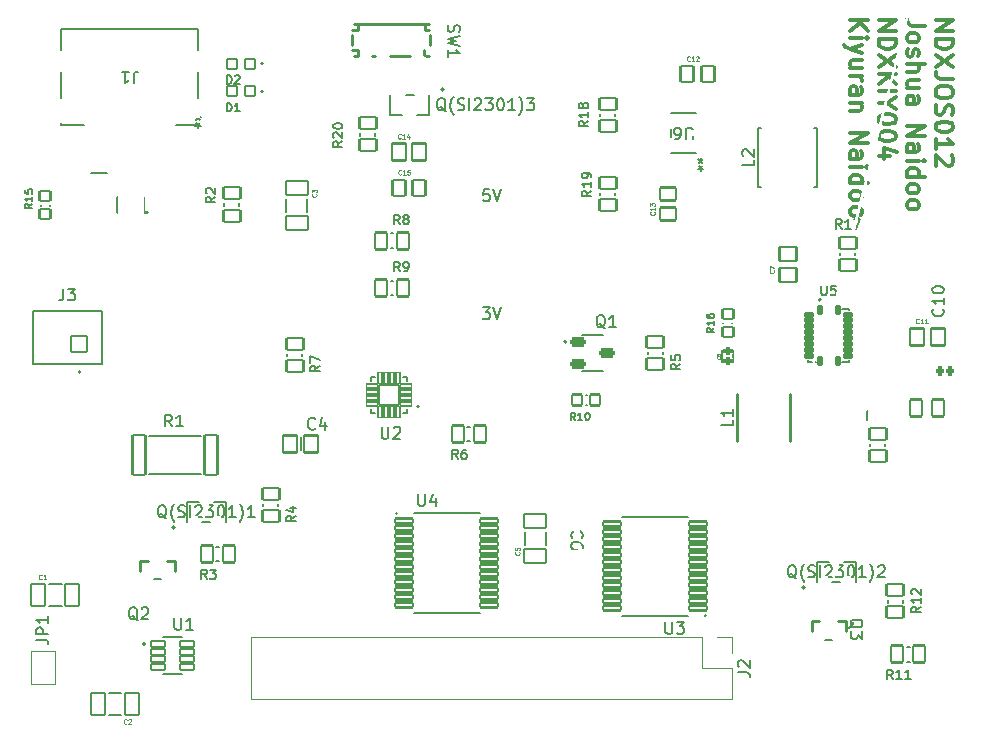
<source format=gbr>
%TF.GenerationSoftware,KiCad,Pcbnew,9.0.0*%
%TF.CreationDate,2025-03-28T16:46:07+02:00*%
%TF.ProjectId,Micromouse Power Subsystem,4d696372-6f6d-46f7-9573-6520506f7765,2.0*%
%TF.SameCoordinates,Original*%
%TF.FileFunction,Legend,Top*%
%TF.FilePolarity,Positive*%
%FSLAX46Y46*%
G04 Gerber Fmt 4.6, Leading zero omitted, Abs format (unit mm)*
G04 Created by KiCad (PCBNEW 9.0.0) date 2025-03-28 16:46:07*
%MOMM*%
%LPD*%
G01*
G04 APERTURE LIST*
G04 Aperture macros list*
%AMRoundRect*
0 Rectangle with rounded corners*
0 $1 Rounding radius*
0 $2 $3 $4 $5 $6 $7 $8 $9 X,Y pos of 4 corners*
0 Add a 4 corners polygon primitive as box body*
4,1,4,$2,$3,$4,$5,$6,$7,$8,$9,$2,$3,0*
0 Add four circle primitives for the rounded corners*
1,1,$1+$1,$2,$3*
1,1,$1+$1,$4,$5*
1,1,$1+$1,$6,$7*
1,1,$1+$1,$8,$9*
0 Add four rect primitives between the rounded corners*
20,1,$1+$1,$2,$3,$4,$5,0*
20,1,$1+$1,$4,$5,$6,$7,0*
20,1,$1+$1,$6,$7,$8,$9,0*
20,1,$1+$1,$8,$9,$2,$3,0*%
%AMFreePoly0*
4,1,505,-0.203634,2.555678,-0.202053,2.555421,-0.199231,2.554726,-0.198634,2.554678,-0.197053,2.554421,-0.194231,2.553726,-0.193634,2.553678,-0.192053,2.553421,-0.176164,2.549509,-0.173164,2.548509,-0.166423,2.545994,-0.165768,2.545723,-0.159148,2.542704,-0.157464,2.541862,-0.157608,2.541572,-0.146835,2.536534,-0.144880,2.535327,-0.140541,2.531895,-0.136165,2.529249,-0.134865,2.528313,
-0.133109,2.526820,-0.132165,2.526249,-0.130865,2.525313,-0.118339,2.514661,-0.110339,2.506661,-0.099687,2.494135,-0.098751,2.492835,-0.098179,2.491890,-0.096687,2.490135,-0.095751,2.488835,-0.093104,2.484458,-0.089673,2.480120,-0.088466,2.478165,-0.083427,2.467391,-0.083138,2.467536,-0.082296,2.465852,-0.079277,2.459232,-0.079006,2.458577,-0.076491,2.451836,-0.075491,2.448836,
-0.071579,2.432947,-0.071322,2.431366,-0.071273,2.430768,-0.070579,2.427947,-0.070322,2.426366,-0.070273,2.425768,-0.069579,2.422947,-0.069322,2.421366,-0.068000,2.405000,-0.068000,2.032000,0.068000,2.032000,0.068000,2.405000,0.069322,2.421366,0.069579,2.422947,0.070273,2.425768,0.070322,2.426366,0.070579,2.427947,0.071273,2.430768,0.071322,2.431366,0.071579,2.432947,
0.075491,2.448836,0.076491,2.451836,0.079006,2.458577,0.079277,2.459232,0.082296,2.465852,0.083138,2.467536,0.083427,2.467391,0.088466,2.478165,0.089673,2.480120,0.093104,2.484458,0.095751,2.488835,0.096687,2.490135,0.098179,2.491890,0.098751,2.492835,0.099687,2.494135,0.110339,2.506661,0.118339,2.514661,0.130865,2.525313,0.132165,2.526249,0.133109,2.526820,
0.134865,2.528313,0.136165,2.529249,0.140541,2.531895,0.144880,2.535327,0.146835,2.536534,0.157608,2.541572,0.157464,2.541862,0.159148,2.542704,0.165768,2.545723,0.166423,2.545994,0.173164,2.548509,0.176164,2.549509,0.192053,2.553421,0.193634,2.553678,0.194231,2.553726,0.197053,2.554421,0.198634,2.554678,0.199231,2.554726,0.202053,2.555421,0.203634,2.555678,
0.220000,2.557000,0.330000,2.557000,0.346366,2.555678,0.347947,2.555421,0.350768,2.554726,0.351366,2.554678,0.352947,2.554421,0.355768,2.553726,0.356366,2.553678,0.357947,2.553421,0.373836,2.549509,0.376836,2.548509,0.383577,2.545994,0.384232,2.545723,0.390852,2.542704,0.392536,2.541862,0.392391,2.541572,0.403165,2.536534,0.405120,2.535327,0.409458,2.531895,
0.413835,2.529249,0.415135,2.528313,0.416890,2.526820,0.417835,2.526249,0.419135,2.525313,0.431661,2.514661,0.439661,2.506661,0.450313,2.494135,0.451249,2.492835,0.451820,2.491890,0.453313,2.490135,0.454249,2.488835,0.456895,2.484458,0.460327,2.480120,0.461534,2.478165,0.466572,2.467391,0.466862,2.467536,0.467704,2.465852,0.470723,2.459232,0.470994,2.458577,
0.473509,2.451836,0.474509,2.448836,0.478421,2.432947,0.478678,2.431366,0.478726,2.430768,0.479421,2.427947,0.479678,2.426366,0.479726,2.425768,0.480421,2.422947,0.480678,2.421366,0.482000,2.405000,0.482000,1.632000,0.980000,1.632000,0.996366,1.630678,0.997947,1.630421,1.000768,1.629726,1.001366,1.629678,1.002947,1.629421,1.005768,1.628726,1.006366,1.628678,
1.007947,1.628421,1.013719,1.627000,1.025000,1.627000,1.084954,1.607520,1.122008,1.556520,1.127000,1.525000,1.127000,1.513718,1.128421,1.507947,1.128678,1.506366,1.128726,1.505768,1.129421,1.502947,1.129678,1.501366,1.129726,1.500768,1.130421,1.497947,1.130678,1.496366,1.132000,1.480000,1.132000,-1.480000,1.130678,-1.496366,1.130421,-1.497947,1.129726,-1.500768,
1.129678,-1.501366,1.129421,-1.502947,1.128726,-1.505768,1.128678,-1.506366,1.128421,-1.507947,1.127000,-1.513718,1.127000,-1.525000,1.107520,-1.584954,1.056520,-1.622008,1.025000,-1.627000,1.013719,-1.627000,1.007947,-1.628421,1.006366,-1.628678,1.005768,-1.628726,1.002947,-1.629421,1.001366,-1.629678,1.000768,-1.629726,0.997947,-1.630421,0.996366,-1.630678,0.980000,-1.632000,
0.482000,-1.632000,0.482000,-2.405000,0.480678,-2.421366,0.480421,-2.422947,0.479726,-2.425768,0.479678,-2.426366,0.479421,-2.427947,0.478726,-2.430768,0.478678,-2.431366,0.478421,-2.432947,0.474509,-2.448836,0.473509,-2.451836,0.470994,-2.458577,0.470723,-2.459232,0.467704,-2.465852,0.466862,-2.467536,0.466572,-2.467391,0.461534,-2.478165,0.460327,-2.480120,0.456895,-2.484458,
0.454249,-2.488835,0.453313,-2.490135,0.451820,-2.491890,0.451249,-2.492835,0.450313,-2.494135,0.439661,-2.506661,0.431661,-2.514661,0.419135,-2.525313,0.417835,-2.526249,0.416890,-2.526820,0.415135,-2.528313,0.413835,-2.529249,0.409458,-2.531895,0.405120,-2.535327,0.403165,-2.536534,0.392391,-2.541572,0.392536,-2.541862,0.390852,-2.542704,0.384232,-2.545723,0.383577,-2.545994,
0.376836,-2.548509,0.373836,-2.549509,0.357947,-2.553421,0.356366,-2.553678,0.355768,-2.553726,0.352947,-2.554421,0.351366,-2.554678,0.350768,-2.554726,0.347947,-2.555421,0.346366,-2.555678,0.330000,-2.557000,0.220000,-2.557000,0.203634,-2.555678,0.202053,-2.555421,0.199231,-2.554726,0.198634,-2.554678,0.197053,-2.554421,0.194231,-2.553726,0.193634,-2.553678,0.192053,-2.553421,
0.176164,-2.549509,0.173164,-2.548509,0.166423,-2.545994,0.165768,-2.545723,0.159148,-2.542704,0.157464,-2.541862,0.157608,-2.541572,0.146835,-2.536534,0.144880,-2.535327,0.140541,-2.531895,0.136165,-2.529249,0.134865,-2.528313,0.133109,-2.526820,0.132165,-2.526249,0.130865,-2.525313,0.118339,-2.514661,0.110339,-2.506661,0.099687,-2.494135,0.098751,-2.492835,0.098179,-2.491890,
0.096687,-2.490135,0.095751,-2.488835,0.093104,-2.484458,0.089673,-2.480120,0.088466,-2.478165,0.083427,-2.467391,0.083138,-2.467536,0.082296,-2.465852,0.079277,-2.459232,0.079006,-2.458577,0.076491,-2.451836,0.075491,-2.448836,0.071579,-2.432947,0.071322,-2.431366,0.071273,-2.430768,0.070579,-2.427947,0.070322,-2.426366,0.070273,-2.425768,0.069579,-2.422947,0.069322,-2.421366,
0.068000,-2.405000,0.068000,-2.032000,-0.068000,-2.032000,-0.068000,-2.405000,-0.069322,-2.421366,-0.069579,-2.422947,-0.070273,-2.425768,-0.070322,-2.426366,-0.070579,-2.427947,-0.071273,-2.430768,-0.071322,-2.431366,-0.071579,-2.432947,-0.075491,-2.448836,-0.076491,-2.451836,-0.079006,-2.458577,-0.079277,-2.459232,-0.082296,-2.465852,-0.083138,-2.467536,-0.083427,-2.467391,-0.088466,-2.478165,
-0.089673,-2.480120,-0.093104,-2.484458,-0.095751,-2.488835,-0.096687,-2.490135,-0.098179,-2.491890,-0.098751,-2.492835,-0.099687,-2.494135,-0.110339,-2.506661,-0.118339,-2.514661,-0.130865,-2.525313,-0.132165,-2.526249,-0.133109,-2.526820,-0.134865,-2.528313,-0.136165,-2.529249,-0.140541,-2.531895,-0.144880,-2.535327,-0.146835,-2.536534,-0.157608,-2.541572,-0.157464,-2.541862,-0.159148,-2.542704,
-0.165768,-2.545723,-0.166423,-2.545994,-0.173164,-2.548509,-0.176164,-2.549509,-0.192053,-2.553421,-0.193634,-2.553678,-0.194231,-2.553726,-0.197053,-2.554421,-0.198634,-2.554678,-0.199231,-2.554726,-0.202053,-2.555421,-0.203634,-2.555678,-0.220000,-2.557000,-0.330000,-2.557000,-0.346366,-2.555678,-0.347947,-2.555421,-0.350768,-2.554726,-0.351366,-2.554678,-0.352947,-2.554421,-0.355768,-2.553726,
-0.356366,-2.553678,-0.357947,-2.553421,-0.373836,-2.549509,-0.376836,-2.548509,-0.383577,-2.545994,-0.384232,-2.545723,-0.390852,-2.542704,-0.392536,-2.541862,-0.392391,-2.541572,-0.403165,-2.536534,-0.405120,-2.535327,-0.409458,-2.531895,-0.413835,-2.529249,-0.415135,-2.528313,-0.416890,-2.526820,-0.417835,-2.526249,-0.419135,-2.525313,-0.431661,-2.514661,-0.439661,-2.506661,-0.450313,-2.494135,
-0.451249,-2.492835,-0.451820,-2.491890,-0.453313,-2.490135,-0.454249,-2.488835,-0.456895,-2.484458,-0.460327,-2.480120,-0.461534,-2.478165,-0.466572,-2.467391,-0.466862,-2.467536,-0.467704,-2.465852,-0.470723,-2.459232,-0.470994,-2.458577,-0.473509,-2.451836,-0.474509,-2.448836,-0.478421,-2.432947,-0.478678,-2.431366,-0.478726,-2.430768,-0.479421,-2.427947,-0.479678,-2.426366,-0.479726,-2.425768,
-0.480421,-2.422947,-0.480678,-2.421366,-0.482000,-2.405000,-0.482000,-1.632000,-0.980000,-1.632000,-0.996366,-1.630678,-0.997947,-1.630421,-1.000768,-1.629726,-1.001366,-1.629678,-1.002947,-1.629421,-1.005768,-1.628726,-1.006366,-1.628678,-1.007947,-1.628421,-1.013719,-1.627000,-1.025000,-1.627000,-1.084954,-1.607520,-1.122008,-1.556520,-1.127000,-1.525000,-1.127000,-1.513718,-1.128421,-1.507947,
-1.128678,-1.506366,-1.128726,-1.505768,-1.129421,-1.502947,-1.129678,-1.501366,-1.129726,-1.500768,-1.130421,-1.497947,-1.130678,-1.496366,-1.132000,-1.480000,-1.132000,1.480000,-1.130678,1.496366,-1.130421,1.497947,-1.129726,1.500768,-1.129678,1.501366,-1.129421,1.502947,-1.128726,1.505768,-1.128678,1.506366,-1.128421,1.507947,-1.127000,1.513718,-1.127000,1.525000,-1.107520,1.584954,
-1.056520,1.622008,-1.025000,1.627000,-1.013719,1.627000,-1.007947,1.628421,-1.006366,1.628678,-1.005768,1.628726,-1.002947,1.629421,-1.001366,1.629678,-1.000768,1.629726,-0.997947,1.630421,-0.996366,1.630678,-0.980000,1.632000,-0.482000,1.632000,-0.482000,2.405000,-0.480678,2.421366,-0.480421,2.422947,-0.479726,2.425768,-0.479678,2.426366,-0.479421,2.427947,-0.478726,2.430768,
-0.478678,2.431366,-0.478421,2.432947,-0.474509,2.448836,-0.473509,2.451836,-0.470994,2.458577,-0.470723,2.459232,-0.467704,2.465852,-0.466862,2.467536,-0.466572,2.467391,-0.461534,2.478165,-0.460327,2.480120,-0.456895,2.484458,-0.454249,2.488835,-0.453313,2.490135,-0.451820,2.491890,-0.451249,2.492835,-0.450313,2.494135,-0.439661,2.506661,-0.431661,2.514661,-0.419135,2.525313,
-0.417835,2.526249,-0.416890,2.526820,-0.415135,2.528313,-0.413835,2.529249,-0.409458,2.531895,-0.405120,2.535327,-0.403165,2.536534,-0.392391,2.541572,-0.392536,2.541862,-0.390852,2.542704,-0.384232,2.545723,-0.383577,2.545994,-0.376836,2.548509,-0.373836,2.549509,-0.357947,2.553421,-0.356366,2.553678,-0.355768,2.553726,-0.352947,2.554421,-0.351366,2.554678,-0.350768,2.554726,
-0.347947,2.555421,-0.346366,2.555678,-0.330000,2.557000,-0.220000,2.557000,-0.203634,2.555678,-0.203634,2.555678,$1*%
G04 Aperture macros list end*
%ADD10C,0.300000*%
%ADD11C,0.150000*%
%ADD12C,0.060464*%
%ADD13C,0.098425*%
%ADD14C,0.254000*%
%ADD15C,0.200000*%
%ADD16C,0.127000*%
%ADD17C,0.203200*%
%ADD18C,0.120000*%
%ADD19C,0.152400*%
%ADD20C,0.152500*%
%ADD21C,0.010000*%
%ADD22C,0.504000*%
%ADD23FreePoly0,0.000000*%
%ADD24RoundRect,0.093240X-0.128760X-0.308760X0.128760X-0.308760X0.128760X0.308760X-0.128760X0.308760X0*%
%ADD25RoundRect,0.093240X-0.308760X-0.128760X0.308760X-0.128760X0.308760X0.128760X-0.308760X0.128760X0*%
%ADD26RoundRect,0.102000X-0.710000X0.500000X-0.710000X-0.500000X0.710000X-0.500000X0.710000X0.500000X0*%
%ADD27RoundRect,0.197160X0.204840X-0.174840X0.204840X0.174840X-0.204840X0.174840X-0.204840X-0.174840X0*%
%ADD28RoundRect,0.102000X0.735000X-0.580000X0.735000X0.580000X-0.735000X0.580000X-0.735000X-0.580000X0*%
%ADD29RoundRect,0.102000X-0.500000X-0.710000X0.500000X-0.710000X0.500000X0.710000X-0.500000X0.710000X0*%
%ADD30RoundRect,0.102000X-0.465000X0.435000X-0.465000X-0.435000X0.465000X-0.435000X0.465000X0.435000X0*%
%ADD31R,4.000000X1.500000*%
%ADD32RoundRect,0.197160X0.174840X0.204840X-0.174840X0.204840X-0.174840X-0.204840X0.174840X-0.204840X0*%
%ADD33R,0.605600X0.500000*%
%ADD34RoundRect,0.102000X0.750000X0.200000X-0.750000X0.200000X-0.750000X-0.200000X0.750000X-0.200000X0*%
%ADD35C,5.600000*%
%ADD36R,1.700000X1.700000*%
%ADD37O,1.700000X1.700000*%
%ADD38R,1.500000X1.000000*%
%ADD39RoundRect,0.102000X0.710000X-0.500000X0.710000X0.500000X-0.710000X0.500000X-0.710000X-0.500000X0*%
%ADD40RoundRect,0.198500X-0.508500X-0.198500X0.508500X-0.198500X0.508500X0.198500X-0.508500X0.198500X0*%
%ADD41RoundRect,0.102000X-0.910000X0.600000X-0.910000X-0.600000X0.910000X-0.600000X0.910000X0.600000X0*%
%ADD42C,0.660400*%
%ADD43R,1.803400X1.447800*%
%ADD44R,1.803400X1.193800*%
%ADD45R,0.609600X1.447800*%
%ADD46R,0.304800X1.447800*%
%ADD47RoundRect,0.102000X-0.600000X-0.910000X0.600000X-0.910000X0.600000X0.910000X-0.600000X0.910000X0*%
%ADD48RoundRect,0.102000X0.465000X-0.435000X0.465000X0.435000X-0.465000X0.435000X-0.465000X-0.435000X0*%
%ADD49R,0.558800X1.320800*%
%ADD50RoundRect,0.102000X0.435000X0.465000X-0.435000X0.465000X-0.435000X-0.465000X0.435000X-0.465000X0*%
%ADD51RoundRect,0.085500X-0.621500X-0.256500X0.621500X-0.256500X0.621500X0.256500X-0.621500X0.256500X0*%
%ADD52RoundRect,0.102000X-0.654000X-0.654000X0.654000X-0.654000X0.654000X0.654000X-0.654000X0.654000X0*%
%ADD53C,1.512000*%
%ADD54RoundRect,0.102000X0.910000X-0.600000X0.910000X0.600000X-0.910000X0.600000X-0.910000X-0.600000X0*%
%ADD55RoundRect,0.102000X-0.535000X-1.710000X0.535000X-1.710000X0.535000X1.710000X-0.535000X1.710000X0*%
%ADD56RoundRect,0.102000X-0.750000X-0.200000X0.750000X-0.200000X0.750000X0.200000X-0.750000X0.200000X0*%
%ADD57RoundRect,0.102000X0.500000X0.710000X-0.500000X0.710000X-0.500000X-0.710000X0.500000X-0.710000X0*%
%ADD58R,0.700000X1.250000*%
%ADD59RoundRect,0.102000X0.400000X0.400000X-0.400000X0.400000X-0.400000X-0.400000X0.400000X-0.400000X0*%
%ADD60RoundRect,0.058000X0.474000X0.174000X-0.474000X0.174000X-0.474000X-0.174000X0.474000X-0.174000X0*%
%ADD61RoundRect,0.058000X0.174000X0.474000X-0.174000X0.474000X-0.174000X-0.474000X0.174000X-0.474000X0*%
%ADD62RoundRect,0.102000X0.840000X0.840000X-0.840000X0.840000X-0.840000X-0.840000X0.840000X-0.840000X0*%
%ADD63R,1.400000X0.700000*%
%ADD64R,2.300000X3.200000*%
%ADD65RoundRect,0.102000X-0.580000X-0.735000X0.580000X-0.735000X0.580000X0.735000X-0.580000X0.735000X0*%
%ADD66RoundRect,0.102000X-0.550000X-0.690000X0.550000X-0.690000X0.550000X0.690000X-0.550000X0.690000X0*%
%ADD67RoundRect,0.102000X0.600000X0.910000X-0.600000X0.910000X-0.600000X-0.910000X0.600000X-0.910000X0*%
%ADD68R,0.500000X0.605600*%
%ADD69R,0.900000X1.250000*%
%ADD70R,0.800000X0.900000*%
%ADD71R,1.320800X0.558800*%
%ADD72R,4.220000X2.124000*%
%ADD73RoundRect,0.102000X-0.575000X-0.725000X0.575000X-0.725000X0.575000X0.725000X-0.575000X0.725000X0*%
%ADD74RoundRect,0.102000X0.690000X-0.550000X0.690000X0.550000X-0.690000X0.550000X-0.690000X-0.550000X0*%
G04 APERTURE END LIST*
D10*
X175083919Y-51354510D02*
X176583919Y-51354510D01*
X176583919Y-51354510D02*
X175083919Y-52211653D01*
X175083919Y-52211653D02*
X176583919Y-52211653D01*
X175083919Y-52925939D02*
X176583919Y-52925939D01*
X176583919Y-52925939D02*
X176583919Y-53283082D01*
X176583919Y-53283082D02*
X176512490Y-53497368D01*
X176512490Y-53497368D02*
X176369633Y-53640225D01*
X176369633Y-53640225D02*
X176226776Y-53711654D01*
X176226776Y-53711654D02*
X175941062Y-53783082D01*
X175941062Y-53783082D02*
X175726776Y-53783082D01*
X175726776Y-53783082D02*
X175441062Y-53711654D01*
X175441062Y-53711654D02*
X175298205Y-53640225D01*
X175298205Y-53640225D02*
X175155348Y-53497368D01*
X175155348Y-53497368D02*
X175083919Y-53283082D01*
X175083919Y-53283082D02*
X175083919Y-52925939D01*
X176583919Y-54283082D02*
X175083919Y-55283082D01*
X176583919Y-55283082D02*
X175083919Y-54283082D01*
X176583919Y-56283082D02*
X175512490Y-56283082D01*
X175512490Y-56283082D02*
X175298205Y-56211653D01*
X175298205Y-56211653D02*
X175155348Y-56068796D01*
X175155348Y-56068796D02*
X175083919Y-55854510D01*
X175083919Y-55854510D02*
X175083919Y-55711653D01*
X176583919Y-57283082D02*
X176583919Y-57568796D01*
X176583919Y-57568796D02*
X176512490Y-57711653D01*
X176512490Y-57711653D02*
X176369633Y-57854510D01*
X176369633Y-57854510D02*
X176083919Y-57925939D01*
X176083919Y-57925939D02*
X175583919Y-57925939D01*
X175583919Y-57925939D02*
X175298205Y-57854510D01*
X175298205Y-57854510D02*
X175155348Y-57711653D01*
X175155348Y-57711653D02*
X175083919Y-57568796D01*
X175083919Y-57568796D02*
X175083919Y-57283082D01*
X175083919Y-57283082D02*
X175155348Y-57140225D01*
X175155348Y-57140225D02*
X175298205Y-56997367D01*
X175298205Y-56997367D02*
X175583919Y-56925939D01*
X175583919Y-56925939D02*
X176083919Y-56925939D01*
X176083919Y-56925939D02*
X176369633Y-56997367D01*
X176369633Y-56997367D02*
X176512490Y-57140225D01*
X176512490Y-57140225D02*
X176583919Y-57283082D01*
X175155348Y-58497368D02*
X175083919Y-58711654D01*
X175083919Y-58711654D02*
X175083919Y-59068796D01*
X175083919Y-59068796D02*
X175155348Y-59211654D01*
X175155348Y-59211654D02*
X175226776Y-59283082D01*
X175226776Y-59283082D02*
X175369633Y-59354511D01*
X175369633Y-59354511D02*
X175512490Y-59354511D01*
X175512490Y-59354511D02*
X175655348Y-59283082D01*
X175655348Y-59283082D02*
X175726776Y-59211654D01*
X175726776Y-59211654D02*
X175798205Y-59068796D01*
X175798205Y-59068796D02*
X175869633Y-58783082D01*
X175869633Y-58783082D02*
X175941062Y-58640225D01*
X175941062Y-58640225D02*
X176012490Y-58568796D01*
X176012490Y-58568796D02*
X176155348Y-58497368D01*
X176155348Y-58497368D02*
X176298205Y-58497368D01*
X176298205Y-58497368D02*
X176441062Y-58568796D01*
X176441062Y-58568796D02*
X176512490Y-58640225D01*
X176512490Y-58640225D02*
X176583919Y-58783082D01*
X176583919Y-58783082D02*
X176583919Y-59140225D01*
X176583919Y-59140225D02*
X176512490Y-59354511D01*
X176583919Y-60283082D02*
X176583919Y-60425939D01*
X176583919Y-60425939D02*
X176512490Y-60568796D01*
X176512490Y-60568796D02*
X176441062Y-60640225D01*
X176441062Y-60640225D02*
X176298205Y-60711653D01*
X176298205Y-60711653D02*
X176012490Y-60783082D01*
X176012490Y-60783082D02*
X175655348Y-60783082D01*
X175655348Y-60783082D02*
X175369633Y-60711653D01*
X175369633Y-60711653D02*
X175226776Y-60640225D01*
X175226776Y-60640225D02*
X175155348Y-60568796D01*
X175155348Y-60568796D02*
X175083919Y-60425939D01*
X175083919Y-60425939D02*
X175083919Y-60283082D01*
X175083919Y-60283082D02*
X175155348Y-60140225D01*
X175155348Y-60140225D02*
X175226776Y-60068796D01*
X175226776Y-60068796D02*
X175369633Y-59997367D01*
X175369633Y-59997367D02*
X175655348Y-59925939D01*
X175655348Y-59925939D02*
X176012490Y-59925939D01*
X176012490Y-59925939D02*
X176298205Y-59997367D01*
X176298205Y-59997367D02*
X176441062Y-60068796D01*
X176441062Y-60068796D02*
X176512490Y-60140225D01*
X176512490Y-60140225D02*
X176583919Y-60283082D01*
X175083919Y-62211653D02*
X175083919Y-61354510D01*
X175083919Y-61783081D02*
X176583919Y-61783081D01*
X176583919Y-61783081D02*
X176369633Y-61640224D01*
X176369633Y-61640224D02*
X176226776Y-61497367D01*
X176226776Y-61497367D02*
X176155348Y-61354510D01*
X176441062Y-62783081D02*
X176512490Y-62854509D01*
X176512490Y-62854509D02*
X176583919Y-62997367D01*
X176583919Y-62997367D02*
X176583919Y-63354509D01*
X176583919Y-63354509D02*
X176512490Y-63497367D01*
X176512490Y-63497367D02*
X176441062Y-63568795D01*
X176441062Y-63568795D02*
X176298205Y-63640224D01*
X176298205Y-63640224D02*
X176155348Y-63640224D01*
X176155348Y-63640224D02*
X175941062Y-63568795D01*
X175941062Y-63568795D02*
X175083919Y-62711652D01*
X175083919Y-62711652D02*
X175083919Y-63640224D01*
X174169003Y-51783082D02*
X173097574Y-51783082D01*
X173097574Y-51783082D02*
X172883289Y-51711653D01*
X172883289Y-51711653D02*
X172740432Y-51568796D01*
X172740432Y-51568796D02*
X172669003Y-51354510D01*
X172669003Y-51354510D02*
X172669003Y-51211653D01*
X172669003Y-52711653D02*
X172740432Y-52568796D01*
X172740432Y-52568796D02*
X172811860Y-52497367D01*
X172811860Y-52497367D02*
X172954717Y-52425939D01*
X172954717Y-52425939D02*
X173383289Y-52425939D01*
X173383289Y-52425939D02*
X173526146Y-52497367D01*
X173526146Y-52497367D02*
X173597574Y-52568796D01*
X173597574Y-52568796D02*
X173669003Y-52711653D01*
X173669003Y-52711653D02*
X173669003Y-52925939D01*
X173669003Y-52925939D02*
X173597574Y-53068796D01*
X173597574Y-53068796D02*
X173526146Y-53140225D01*
X173526146Y-53140225D02*
X173383289Y-53211653D01*
X173383289Y-53211653D02*
X172954717Y-53211653D01*
X172954717Y-53211653D02*
X172811860Y-53140225D01*
X172811860Y-53140225D02*
X172740432Y-53068796D01*
X172740432Y-53068796D02*
X172669003Y-52925939D01*
X172669003Y-52925939D02*
X172669003Y-52711653D01*
X172740432Y-53783082D02*
X172669003Y-53925939D01*
X172669003Y-53925939D02*
X172669003Y-54211653D01*
X172669003Y-54211653D02*
X172740432Y-54354510D01*
X172740432Y-54354510D02*
X172883289Y-54425939D01*
X172883289Y-54425939D02*
X172954717Y-54425939D01*
X172954717Y-54425939D02*
X173097574Y-54354510D01*
X173097574Y-54354510D02*
X173169003Y-54211653D01*
X173169003Y-54211653D02*
X173169003Y-53997368D01*
X173169003Y-53997368D02*
X173240432Y-53854510D01*
X173240432Y-53854510D02*
X173383289Y-53783082D01*
X173383289Y-53783082D02*
X173454717Y-53783082D01*
X173454717Y-53783082D02*
X173597574Y-53854510D01*
X173597574Y-53854510D02*
X173669003Y-53997368D01*
X173669003Y-53997368D02*
X173669003Y-54211653D01*
X173669003Y-54211653D02*
X173597574Y-54354510D01*
X172669003Y-55068796D02*
X174169003Y-55068796D01*
X172669003Y-55711654D02*
X173454717Y-55711654D01*
X173454717Y-55711654D02*
X173597574Y-55640225D01*
X173597574Y-55640225D02*
X173669003Y-55497368D01*
X173669003Y-55497368D02*
X173669003Y-55283082D01*
X173669003Y-55283082D02*
X173597574Y-55140225D01*
X173597574Y-55140225D02*
X173526146Y-55068796D01*
X173669003Y-57068797D02*
X172669003Y-57068797D01*
X173669003Y-56425939D02*
X172883289Y-56425939D01*
X172883289Y-56425939D02*
X172740432Y-56497368D01*
X172740432Y-56497368D02*
X172669003Y-56640225D01*
X172669003Y-56640225D02*
X172669003Y-56854511D01*
X172669003Y-56854511D02*
X172740432Y-56997368D01*
X172740432Y-56997368D02*
X172811860Y-57068797D01*
X172669003Y-58425940D02*
X173454717Y-58425940D01*
X173454717Y-58425940D02*
X173597574Y-58354511D01*
X173597574Y-58354511D02*
X173669003Y-58211654D01*
X173669003Y-58211654D02*
X173669003Y-57925940D01*
X173669003Y-57925940D02*
X173597574Y-57783082D01*
X172740432Y-58425940D02*
X172669003Y-58283082D01*
X172669003Y-58283082D02*
X172669003Y-57925940D01*
X172669003Y-57925940D02*
X172740432Y-57783082D01*
X172740432Y-57783082D02*
X172883289Y-57711654D01*
X172883289Y-57711654D02*
X173026146Y-57711654D01*
X173026146Y-57711654D02*
X173169003Y-57783082D01*
X173169003Y-57783082D02*
X173240432Y-57925940D01*
X173240432Y-57925940D02*
X173240432Y-58283082D01*
X173240432Y-58283082D02*
X173311860Y-58425940D01*
X172669003Y-60283082D02*
X174169003Y-60283082D01*
X174169003Y-60283082D02*
X172669003Y-61140225D01*
X172669003Y-61140225D02*
X174169003Y-61140225D01*
X172669003Y-62497369D02*
X173454717Y-62497369D01*
X173454717Y-62497369D02*
X173597574Y-62425940D01*
X173597574Y-62425940D02*
X173669003Y-62283083D01*
X173669003Y-62283083D02*
X173669003Y-61997369D01*
X173669003Y-61997369D02*
X173597574Y-61854511D01*
X172740432Y-62497369D02*
X172669003Y-62354511D01*
X172669003Y-62354511D02*
X172669003Y-61997369D01*
X172669003Y-61997369D02*
X172740432Y-61854511D01*
X172740432Y-61854511D02*
X172883289Y-61783083D01*
X172883289Y-61783083D02*
X173026146Y-61783083D01*
X173026146Y-61783083D02*
X173169003Y-61854511D01*
X173169003Y-61854511D02*
X173240432Y-61997369D01*
X173240432Y-61997369D02*
X173240432Y-62354511D01*
X173240432Y-62354511D02*
X173311860Y-62497369D01*
X172669003Y-63211654D02*
X173669003Y-63211654D01*
X174169003Y-63211654D02*
X174097574Y-63140226D01*
X174097574Y-63140226D02*
X174026146Y-63211654D01*
X174026146Y-63211654D02*
X174097574Y-63283083D01*
X174097574Y-63283083D02*
X174169003Y-63211654D01*
X174169003Y-63211654D02*
X174026146Y-63211654D01*
X172669003Y-64568798D02*
X174169003Y-64568798D01*
X172740432Y-64568798D02*
X172669003Y-64425940D01*
X172669003Y-64425940D02*
X172669003Y-64140226D01*
X172669003Y-64140226D02*
X172740432Y-63997369D01*
X172740432Y-63997369D02*
X172811860Y-63925940D01*
X172811860Y-63925940D02*
X172954717Y-63854512D01*
X172954717Y-63854512D02*
X173383289Y-63854512D01*
X173383289Y-63854512D02*
X173526146Y-63925940D01*
X173526146Y-63925940D02*
X173597574Y-63997369D01*
X173597574Y-63997369D02*
X173669003Y-64140226D01*
X173669003Y-64140226D02*
X173669003Y-64425940D01*
X173669003Y-64425940D02*
X173597574Y-64568798D01*
X172669003Y-65497369D02*
X172740432Y-65354512D01*
X172740432Y-65354512D02*
X172811860Y-65283083D01*
X172811860Y-65283083D02*
X172954717Y-65211655D01*
X172954717Y-65211655D02*
X173383289Y-65211655D01*
X173383289Y-65211655D02*
X173526146Y-65283083D01*
X173526146Y-65283083D02*
X173597574Y-65354512D01*
X173597574Y-65354512D02*
X173669003Y-65497369D01*
X173669003Y-65497369D02*
X173669003Y-65711655D01*
X173669003Y-65711655D02*
X173597574Y-65854512D01*
X173597574Y-65854512D02*
X173526146Y-65925941D01*
X173526146Y-65925941D02*
X173383289Y-65997369D01*
X173383289Y-65997369D02*
X172954717Y-65997369D01*
X172954717Y-65997369D02*
X172811860Y-65925941D01*
X172811860Y-65925941D02*
X172740432Y-65854512D01*
X172740432Y-65854512D02*
X172669003Y-65711655D01*
X172669003Y-65711655D02*
X172669003Y-65497369D01*
X172669003Y-66854512D02*
X172740432Y-66711655D01*
X172740432Y-66711655D02*
X172811860Y-66640226D01*
X172811860Y-66640226D02*
X172954717Y-66568798D01*
X172954717Y-66568798D02*
X173383289Y-66568798D01*
X173383289Y-66568798D02*
X173526146Y-66640226D01*
X173526146Y-66640226D02*
X173597574Y-66711655D01*
X173597574Y-66711655D02*
X173669003Y-66854512D01*
X173669003Y-66854512D02*
X173669003Y-67068798D01*
X173669003Y-67068798D02*
X173597574Y-67211655D01*
X173597574Y-67211655D02*
X173526146Y-67283084D01*
X173526146Y-67283084D02*
X173383289Y-67354512D01*
X173383289Y-67354512D02*
X172954717Y-67354512D01*
X172954717Y-67354512D02*
X172811860Y-67283084D01*
X172811860Y-67283084D02*
X172740432Y-67211655D01*
X172740432Y-67211655D02*
X172669003Y-67068798D01*
X172669003Y-67068798D02*
X172669003Y-66854512D01*
X170254087Y-51354510D02*
X171754087Y-51354510D01*
X171754087Y-51354510D02*
X170254087Y-52211653D01*
X170254087Y-52211653D02*
X171754087Y-52211653D01*
X170254087Y-52925939D02*
X171754087Y-52925939D01*
X171754087Y-52925939D02*
X171754087Y-53283082D01*
X171754087Y-53283082D02*
X171682658Y-53497368D01*
X171682658Y-53497368D02*
X171539801Y-53640225D01*
X171539801Y-53640225D02*
X171396944Y-53711654D01*
X171396944Y-53711654D02*
X171111230Y-53783082D01*
X171111230Y-53783082D02*
X170896944Y-53783082D01*
X170896944Y-53783082D02*
X170611230Y-53711654D01*
X170611230Y-53711654D02*
X170468373Y-53640225D01*
X170468373Y-53640225D02*
X170325516Y-53497368D01*
X170325516Y-53497368D02*
X170254087Y-53283082D01*
X170254087Y-53283082D02*
X170254087Y-52925939D01*
X171754087Y-54283082D02*
X170254087Y-55283082D01*
X171754087Y-55283082D02*
X170254087Y-54283082D01*
X170254087Y-55854510D02*
X171754087Y-55854510D01*
X170254087Y-56711653D02*
X171111230Y-56068796D01*
X171754087Y-56711653D02*
X170896944Y-55854510D01*
X170254087Y-57354510D02*
X171754087Y-57354510D01*
X170968373Y-58354511D02*
X170254087Y-58354511D01*
X171754087Y-57854511D02*
X170968373Y-58354511D01*
X170968373Y-58354511D02*
X171754087Y-58854511D01*
X171754087Y-59640225D02*
X171754087Y-59783082D01*
X171754087Y-59783082D02*
X171682658Y-59925939D01*
X171682658Y-59925939D02*
X171611230Y-59997368D01*
X171611230Y-59997368D02*
X171468373Y-60068796D01*
X171468373Y-60068796D02*
X171182658Y-60140225D01*
X171182658Y-60140225D02*
X170825516Y-60140225D01*
X170825516Y-60140225D02*
X170539801Y-60068796D01*
X170539801Y-60068796D02*
X170396944Y-59997368D01*
X170396944Y-59997368D02*
X170325516Y-59925939D01*
X170325516Y-59925939D02*
X170254087Y-59783082D01*
X170254087Y-59783082D02*
X170254087Y-59640225D01*
X170254087Y-59640225D02*
X170325516Y-59497368D01*
X170325516Y-59497368D02*
X170396944Y-59425939D01*
X170396944Y-59425939D02*
X170539801Y-59354510D01*
X170539801Y-59354510D02*
X170825516Y-59283082D01*
X170825516Y-59283082D02*
X171182658Y-59283082D01*
X171182658Y-59283082D02*
X171468373Y-59354510D01*
X171468373Y-59354510D02*
X171611230Y-59425939D01*
X171611230Y-59425939D02*
X171682658Y-59497368D01*
X171682658Y-59497368D02*
X171754087Y-59640225D01*
X171754087Y-61068796D02*
X171754087Y-61211653D01*
X171754087Y-61211653D02*
X171682658Y-61354510D01*
X171682658Y-61354510D02*
X171611230Y-61425939D01*
X171611230Y-61425939D02*
X171468373Y-61497367D01*
X171468373Y-61497367D02*
X171182658Y-61568796D01*
X171182658Y-61568796D02*
X170825516Y-61568796D01*
X170825516Y-61568796D02*
X170539801Y-61497367D01*
X170539801Y-61497367D02*
X170396944Y-61425939D01*
X170396944Y-61425939D02*
X170325516Y-61354510D01*
X170325516Y-61354510D02*
X170254087Y-61211653D01*
X170254087Y-61211653D02*
X170254087Y-61068796D01*
X170254087Y-61068796D02*
X170325516Y-60925939D01*
X170325516Y-60925939D02*
X170396944Y-60854510D01*
X170396944Y-60854510D02*
X170539801Y-60783081D01*
X170539801Y-60783081D02*
X170825516Y-60711653D01*
X170825516Y-60711653D02*
X171182658Y-60711653D01*
X171182658Y-60711653D02*
X171468373Y-60783081D01*
X171468373Y-60783081D02*
X171611230Y-60854510D01*
X171611230Y-60854510D02*
X171682658Y-60925939D01*
X171682658Y-60925939D02*
X171754087Y-61068796D01*
X171254087Y-62854510D02*
X170254087Y-62854510D01*
X171825516Y-62497367D02*
X170754087Y-62140224D01*
X170754087Y-62140224D02*
X170754087Y-63068795D01*
X167839171Y-51354510D02*
X169339171Y-51354510D01*
X167839171Y-52211653D02*
X168696314Y-51568796D01*
X169339171Y-52211653D02*
X168482028Y-51354510D01*
X167839171Y-52854510D02*
X168839171Y-52854510D01*
X169339171Y-52854510D02*
X169267742Y-52783082D01*
X169267742Y-52783082D02*
X169196314Y-52854510D01*
X169196314Y-52854510D02*
X169267742Y-52925939D01*
X169267742Y-52925939D02*
X169339171Y-52854510D01*
X169339171Y-52854510D02*
X169196314Y-52854510D01*
X168839171Y-53425939D02*
X167839171Y-53783082D01*
X168839171Y-54140225D02*
X167839171Y-53783082D01*
X167839171Y-53783082D02*
X167482028Y-53640225D01*
X167482028Y-53640225D02*
X167410600Y-53568796D01*
X167410600Y-53568796D02*
X167339171Y-53425939D01*
X168839171Y-55354511D02*
X167839171Y-55354511D01*
X168839171Y-54711653D02*
X168053457Y-54711653D01*
X168053457Y-54711653D02*
X167910600Y-54783082D01*
X167910600Y-54783082D02*
X167839171Y-54925939D01*
X167839171Y-54925939D02*
X167839171Y-55140225D01*
X167839171Y-55140225D02*
X167910600Y-55283082D01*
X167910600Y-55283082D02*
X167982028Y-55354511D01*
X167839171Y-56068796D02*
X168839171Y-56068796D01*
X168553457Y-56068796D02*
X168696314Y-56140225D01*
X168696314Y-56140225D02*
X168767742Y-56211654D01*
X168767742Y-56211654D02*
X168839171Y-56354511D01*
X168839171Y-56354511D02*
X168839171Y-56497368D01*
X167839171Y-57640225D02*
X168624885Y-57640225D01*
X168624885Y-57640225D02*
X168767742Y-57568796D01*
X168767742Y-57568796D02*
X168839171Y-57425939D01*
X168839171Y-57425939D02*
X168839171Y-57140225D01*
X168839171Y-57140225D02*
X168767742Y-56997367D01*
X167910600Y-57640225D02*
X167839171Y-57497367D01*
X167839171Y-57497367D02*
X167839171Y-57140225D01*
X167839171Y-57140225D02*
X167910600Y-56997367D01*
X167910600Y-56997367D02*
X168053457Y-56925939D01*
X168053457Y-56925939D02*
X168196314Y-56925939D01*
X168196314Y-56925939D02*
X168339171Y-56997367D01*
X168339171Y-56997367D02*
X168410600Y-57140225D01*
X168410600Y-57140225D02*
X168410600Y-57497367D01*
X168410600Y-57497367D02*
X168482028Y-57640225D01*
X168839171Y-58354510D02*
X167839171Y-58354510D01*
X168696314Y-58354510D02*
X168767742Y-58425939D01*
X168767742Y-58425939D02*
X168839171Y-58568796D01*
X168839171Y-58568796D02*
X168839171Y-58783082D01*
X168839171Y-58783082D02*
X168767742Y-58925939D01*
X168767742Y-58925939D02*
X168624885Y-58997368D01*
X168624885Y-58997368D02*
X167839171Y-58997368D01*
X167839171Y-60854510D02*
X169339171Y-60854510D01*
X169339171Y-60854510D02*
X167839171Y-61711653D01*
X167839171Y-61711653D02*
X169339171Y-61711653D01*
X167839171Y-63068797D02*
X168624885Y-63068797D01*
X168624885Y-63068797D02*
X168767742Y-62997368D01*
X168767742Y-62997368D02*
X168839171Y-62854511D01*
X168839171Y-62854511D02*
X168839171Y-62568797D01*
X168839171Y-62568797D02*
X168767742Y-62425939D01*
X167910600Y-63068797D02*
X167839171Y-62925939D01*
X167839171Y-62925939D02*
X167839171Y-62568797D01*
X167839171Y-62568797D02*
X167910600Y-62425939D01*
X167910600Y-62425939D02*
X168053457Y-62354511D01*
X168053457Y-62354511D02*
X168196314Y-62354511D01*
X168196314Y-62354511D02*
X168339171Y-62425939D01*
X168339171Y-62425939D02*
X168410600Y-62568797D01*
X168410600Y-62568797D02*
X168410600Y-62925939D01*
X168410600Y-62925939D02*
X168482028Y-63068797D01*
X167839171Y-63783082D02*
X168839171Y-63783082D01*
X169339171Y-63783082D02*
X169267742Y-63711654D01*
X169267742Y-63711654D02*
X169196314Y-63783082D01*
X169196314Y-63783082D02*
X169267742Y-63854511D01*
X169267742Y-63854511D02*
X169339171Y-63783082D01*
X169339171Y-63783082D02*
X169196314Y-63783082D01*
X167839171Y-65140226D02*
X169339171Y-65140226D01*
X167910600Y-65140226D02*
X167839171Y-64997368D01*
X167839171Y-64997368D02*
X167839171Y-64711654D01*
X167839171Y-64711654D02*
X167910600Y-64568797D01*
X167910600Y-64568797D02*
X167982028Y-64497368D01*
X167982028Y-64497368D02*
X168124885Y-64425940D01*
X168124885Y-64425940D02*
X168553457Y-64425940D01*
X168553457Y-64425940D02*
X168696314Y-64497368D01*
X168696314Y-64497368D02*
X168767742Y-64568797D01*
X168767742Y-64568797D02*
X168839171Y-64711654D01*
X168839171Y-64711654D02*
X168839171Y-64997368D01*
X168839171Y-64997368D02*
X168767742Y-65140226D01*
X167839171Y-66068797D02*
X167910600Y-65925940D01*
X167910600Y-65925940D02*
X167982028Y-65854511D01*
X167982028Y-65854511D02*
X168124885Y-65783083D01*
X168124885Y-65783083D02*
X168553457Y-65783083D01*
X168553457Y-65783083D02*
X168696314Y-65854511D01*
X168696314Y-65854511D02*
X168767742Y-65925940D01*
X168767742Y-65925940D02*
X168839171Y-66068797D01*
X168839171Y-66068797D02*
X168839171Y-66283083D01*
X168839171Y-66283083D02*
X168767742Y-66425940D01*
X168767742Y-66425940D02*
X168696314Y-66497369D01*
X168696314Y-66497369D02*
X168553457Y-66568797D01*
X168553457Y-66568797D02*
X168124885Y-66568797D01*
X168124885Y-66568797D02*
X167982028Y-66497369D01*
X167982028Y-66497369D02*
X167910600Y-66425940D01*
X167910600Y-66425940D02*
X167839171Y-66283083D01*
X167839171Y-66283083D02*
X167839171Y-66068797D01*
X167839171Y-67425940D02*
X167910600Y-67283083D01*
X167910600Y-67283083D02*
X167982028Y-67211654D01*
X167982028Y-67211654D02*
X168124885Y-67140226D01*
X168124885Y-67140226D02*
X168553457Y-67140226D01*
X168553457Y-67140226D02*
X168696314Y-67211654D01*
X168696314Y-67211654D02*
X168767742Y-67283083D01*
X168767742Y-67283083D02*
X168839171Y-67425940D01*
X168839171Y-67425940D02*
X168839171Y-67640226D01*
X168839171Y-67640226D02*
X168767742Y-67783083D01*
X168767742Y-67783083D02*
X168696314Y-67854512D01*
X168696314Y-67854512D02*
X168553457Y-67925940D01*
X168553457Y-67925940D02*
X168124885Y-67925940D01*
X168124885Y-67925940D02*
X167982028Y-67854512D01*
X167982028Y-67854512D02*
X167910600Y-67783083D01*
X167910600Y-67783083D02*
X167839171Y-67640226D01*
X167839171Y-67640226D02*
X167839171Y-67425940D01*
D11*
X165424348Y-73800510D02*
X165424348Y-74449327D01*
X165424348Y-74449327D02*
X165462514Y-74525659D01*
X165462514Y-74525659D02*
X165500680Y-74563825D01*
X165500680Y-74563825D02*
X165577011Y-74601990D01*
X165577011Y-74601990D02*
X165729674Y-74601990D01*
X165729674Y-74601990D02*
X165806005Y-74563825D01*
X165806005Y-74563825D02*
X165844171Y-74525659D01*
X165844171Y-74525659D02*
X165882337Y-74449327D01*
X165882337Y-74449327D02*
X165882337Y-73800510D01*
X166645651Y-73800510D02*
X166263994Y-73800510D01*
X166263994Y-73800510D02*
X166225828Y-74182167D01*
X166225828Y-74182167D02*
X166263994Y-74144002D01*
X166263994Y-74144002D02*
X166340326Y-74105836D01*
X166340326Y-74105836D02*
X166531154Y-74105836D01*
X166531154Y-74105836D02*
X166607486Y-74144002D01*
X166607486Y-74144002D02*
X166645651Y-74182167D01*
X166645651Y-74182167D02*
X166683817Y-74258499D01*
X166683817Y-74258499D02*
X166683817Y-74449327D01*
X166683817Y-74449327D02*
X166645651Y-74525659D01*
X166645651Y-74525659D02*
X166607486Y-74563825D01*
X166607486Y-74563825D02*
X166531154Y-74601990D01*
X166531154Y-74601990D02*
X166340326Y-74601990D01*
X166340326Y-74601990D02*
X166263994Y-74563825D01*
X166263994Y-74563825D02*
X166225828Y-74525659D01*
X169730714Y-85222295D02*
X169464047Y-84841342D01*
X169273571Y-85222295D02*
X169273571Y-84422295D01*
X169273571Y-84422295D02*
X169578333Y-84422295D01*
X169578333Y-84422295D02*
X169654523Y-84460390D01*
X169654523Y-84460390D02*
X169692618Y-84498485D01*
X169692618Y-84498485D02*
X169730714Y-84574676D01*
X169730714Y-84574676D02*
X169730714Y-84688961D01*
X169730714Y-84688961D02*
X169692618Y-84765152D01*
X169692618Y-84765152D02*
X169654523Y-84803247D01*
X169654523Y-84803247D02*
X169578333Y-84841342D01*
X169578333Y-84841342D02*
X169273571Y-84841342D01*
X170492618Y-85222295D02*
X170035475Y-85222295D01*
X170264047Y-85222295D02*
X170264047Y-84422295D01*
X170264047Y-84422295D02*
X170187856Y-84536580D01*
X170187856Y-84536580D02*
X170111666Y-84612771D01*
X170111666Y-84612771D02*
X170035475Y-84650866D01*
X170759285Y-84422295D02*
X171254523Y-84422295D01*
X171254523Y-84422295D02*
X170987857Y-84727057D01*
X170987857Y-84727057D02*
X171102142Y-84727057D01*
X171102142Y-84727057D02*
X171178333Y-84765152D01*
X171178333Y-84765152D02*
X171216428Y-84803247D01*
X171216428Y-84803247D02*
X171254523Y-84879438D01*
X171254523Y-84879438D02*
X171254523Y-85069914D01*
X171254523Y-85069914D02*
X171216428Y-85146104D01*
X171216428Y-85146104D02*
X171178333Y-85184200D01*
X171178333Y-85184200D02*
X171102142Y-85222295D01*
X171102142Y-85222295D02*
X170873571Y-85222295D01*
X170873571Y-85222295D02*
X170797380Y-85184200D01*
X170797380Y-85184200D02*
X170759285Y-85146104D01*
D12*
X156807485Y-79848614D02*
X156819002Y-79860131D01*
X156819002Y-79860131D02*
X156830518Y-79894681D01*
X156830518Y-79894681D02*
X156830518Y-79917715D01*
X156830518Y-79917715D02*
X156819002Y-79952266D01*
X156819002Y-79952266D02*
X156795968Y-79975299D01*
X156795968Y-79975299D02*
X156772934Y-79986816D01*
X156772934Y-79986816D02*
X156726867Y-79998333D01*
X156726867Y-79998333D02*
X156692316Y-79998333D01*
X156692316Y-79998333D02*
X156646249Y-79986816D01*
X156646249Y-79986816D02*
X156623215Y-79975299D01*
X156623215Y-79975299D02*
X156600181Y-79952266D01*
X156600181Y-79952266D02*
X156588664Y-79917715D01*
X156588664Y-79917715D02*
X156588664Y-79894681D01*
X156588664Y-79894681D02*
X156600181Y-79860131D01*
X156600181Y-79860131D02*
X156611698Y-79848614D01*
X156692316Y-79710412D02*
X156680799Y-79733445D01*
X156680799Y-79733445D02*
X156669282Y-79744962D01*
X156669282Y-79744962D02*
X156646249Y-79756479D01*
X156646249Y-79756479D02*
X156634732Y-79756479D01*
X156634732Y-79756479D02*
X156611698Y-79744962D01*
X156611698Y-79744962D02*
X156600181Y-79733445D01*
X156600181Y-79733445D02*
X156588664Y-79710412D01*
X156588664Y-79710412D02*
X156588664Y-79664344D01*
X156588664Y-79664344D02*
X156600181Y-79641311D01*
X156600181Y-79641311D02*
X156611698Y-79629794D01*
X156611698Y-79629794D02*
X156634732Y-79618277D01*
X156634732Y-79618277D02*
X156646249Y-79618277D01*
X156646249Y-79618277D02*
X156669282Y-79629794D01*
X156669282Y-79629794D02*
X156680799Y-79641311D01*
X156680799Y-79641311D02*
X156692316Y-79664344D01*
X156692316Y-79664344D02*
X156692316Y-79710412D01*
X156692316Y-79710412D02*
X156703833Y-79733445D01*
X156703833Y-79733445D02*
X156715350Y-79744962D01*
X156715350Y-79744962D02*
X156738384Y-79756479D01*
X156738384Y-79756479D02*
X156784451Y-79756479D01*
X156784451Y-79756479D02*
X156807485Y-79744962D01*
X156807485Y-79744962D02*
X156819002Y-79733445D01*
X156819002Y-79733445D02*
X156830518Y-79710412D01*
X156830518Y-79710412D02*
X156830518Y-79664344D01*
X156830518Y-79664344D02*
X156819002Y-79641311D01*
X156819002Y-79641311D02*
X156807485Y-79629794D01*
X156807485Y-79629794D02*
X156784451Y-79618277D01*
X156784451Y-79618277D02*
X156738384Y-79618277D01*
X156738384Y-79618277D02*
X156715350Y-79629794D01*
X156715350Y-79629794D02*
X156703833Y-79641311D01*
X156703833Y-79641311D02*
X156692316Y-79664344D01*
D13*
X161379519Y-72520616D02*
X161398267Y-72539364D01*
X161398267Y-72539364D02*
X161417014Y-72595607D01*
X161417014Y-72595607D02*
X161417014Y-72633102D01*
X161417014Y-72633102D02*
X161398267Y-72689345D01*
X161398267Y-72689345D02*
X161360771Y-72726841D01*
X161360771Y-72726841D02*
X161323276Y-72745588D01*
X161323276Y-72745588D02*
X161248285Y-72764336D01*
X161248285Y-72764336D02*
X161192042Y-72764336D01*
X161192042Y-72764336D02*
X161117052Y-72745588D01*
X161117052Y-72745588D02*
X161079556Y-72726841D01*
X161079556Y-72726841D02*
X161042061Y-72689345D01*
X161042061Y-72689345D02*
X161023313Y-72633102D01*
X161023313Y-72633102D02*
X161023313Y-72595607D01*
X161023313Y-72595607D02*
X161042061Y-72539364D01*
X161042061Y-72539364D02*
X161060809Y-72520616D01*
X161023313Y-72389383D02*
X161023313Y-72126915D01*
X161023313Y-72126915D02*
X161417014Y-72295644D01*
D11*
X176810714Y-84567295D02*
X176544047Y-84186342D01*
X176353571Y-84567295D02*
X176353571Y-83767295D01*
X176353571Y-83767295D02*
X176658333Y-83767295D01*
X176658333Y-83767295D02*
X176734523Y-83805390D01*
X176734523Y-83805390D02*
X176772618Y-83843485D01*
X176772618Y-83843485D02*
X176810714Y-83919676D01*
X176810714Y-83919676D02*
X176810714Y-84033961D01*
X176810714Y-84033961D02*
X176772618Y-84110152D01*
X176772618Y-84110152D02*
X176734523Y-84148247D01*
X176734523Y-84148247D02*
X176658333Y-84186342D01*
X176658333Y-84186342D02*
X176353571Y-84186342D01*
X177572618Y-84567295D02*
X177115475Y-84567295D01*
X177344047Y-84567295D02*
X177344047Y-83767295D01*
X177344047Y-83767295D02*
X177267856Y-83881580D01*
X177267856Y-83881580D02*
X177191666Y-83957771D01*
X177191666Y-83957771D02*
X177115475Y-83995866D01*
X178258333Y-84033961D02*
X178258333Y-84567295D01*
X178067857Y-83729200D02*
X177877380Y-84300628D01*
X177877380Y-84300628D02*
X178372619Y-84300628D01*
X156333276Y-77391428D02*
X156028514Y-77604762D01*
X156333276Y-77757143D02*
X155693276Y-77757143D01*
X155693276Y-77757143D02*
X155693276Y-77513333D01*
X155693276Y-77513333D02*
X155723752Y-77452381D01*
X155723752Y-77452381D02*
X155754228Y-77421904D01*
X155754228Y-77421904D02*
X155815180Y-77391428D01*
X155815180Y-77391428D02*
X155906609Y-77391428D01*
X155906609Y-77391428D02*
X155967561Y-77421904D01*
X155967561Y-77421904D02*
X155998038Y-77452381D01*
X155998038Y-77452381D02*
X156028514Y-77513333D01*
X156028514Y-77513333D02*
X156028514Y-77757143D01*
X156333276Y-76781904D02*
X156333276Y-77147619D01*
X156333276Y-76964762D02*
X155693276Y-76964762D01*
X155693276Y-76964762D02*
X155784704Y-77025714D01*
X155784704Y-77025714D02*
X155845657Y-77086666D01*
X155845657Y-77086666D02*
X155876133Y-77147619D01*
X155693276Y-76233333D02*
X155693276Y-76355238D01*
X155693276Y-76355238D02*
X155723752Y-76416190D01*
X155723752Y-76416190D02*
X155754228Y-76446666D01*
X155754228Y-76446666D02*
X155845657Y-76507619D01*
X155845657Y-76507619D02*
X155967561Y-76538095D01*
X155967561Y-76538095D02*
X156211371Y-76538095D01*
X156211371Y-76538095D02*
X156272323Y-76507619D01*
X156272323Y-76507619D02*
X156302800Y-76477142D01*
X156302800Y-76477142D02*
X156333276Y-76416190D01*
X156333276Y-76416190D02*
X156333276Y-76294285D01*
X156333276Y-76294285D02*
X156302800Y-76233333D01*
X156302800Y-76233333D02*
X156272323Y-76202857D01*
X156272323Y-76202857D02*
X156211371Y-76172380D01*
X156211371Y-76172380D02*
X156058990Y-76172380D01*
X156058990Y-76172380D02*
X155998038Y-76202857D01*
X155998038Y-76202857D02*
X155967561Y-76233333D01*
X155967561Y-76233333D02*
X155937085Y-76294285D01*
X155937085Y-76294285D02*
X155937085Y-76416190D01*
X155937085Y-76416190D02*
X155967561Y-76477142D01*
X155967561Y-76477142D02*
X155998038Y-76507619D01*
X155998038Y-76507619D02*
X156058990Y-76538095D01*
X157912819Y-85146666D02*
X157912819Y-85622856D01*
X157912819Y-85622856D02*
X156912819Y-85622856D01*
X157912819Y-84289523D02*
X157912819Y-84860951D01*
X157912819Y-84575237D02*
X156912819Y-84575237D01*
X156912819Y-84575237D02*
X157055676Y-84670475D01*
X157055676Y-84670475D02*
X157150914Y-84765713D01*
X157150914Y-84765713D02*
X157198533Y-84860951D01*
X175820013Y-82293621D02*
X175790016Y-82323618D01*
X175790016Y-82323618D02*
X175700028Y-82353614D01*
X175700028Y-82353614D02*
X175640035Y-82353614D01*
X175640035Y-82353614D02*
X175550046Y-82323618D01*
X175550046Y-82323618D02*
X175490054Y-82263625D01*
X175490054Y-82263625D02*
X175460058Y-82203633D01*
X175460058Y-82203633D02*
X175430061Y-82083648D01*
X175430061Y-82083648D02*
X175430061Y-81993659D01*
X175430061Y-81993659D02*
X175460058Y-81873674D01*
X175460058Y-81873674D02*
X175490054Y-81813681D01*
X175490054Y-81813681D02*
X175550046Y-81753689D01*
X175550046Y-81753689D02*
X175640035Y-81723693D01*
X175640035Y-81723693D02*
X175700028Y-81723693D01*
X175700028Y-81723693D02*
X175790016Y-81753689D01*
X175790016Y-81753689D02*
X175820013Y-81783685D01*
X176119975Y-82353614D02*
X176239960Y-82353614D01*
X176239960Y-82353614D02*
X176299952Y-82323618D01*
X176299952Y-82323618D02*
X176329949Y-82293621D01*
X176329949Y-82293621D02*
X176389941Y-82203633D01*
X176389941Y-82203633D02*
X176419937Y-82083648D01*
X176419937Y-82083648D02*
X176419937Y-81843678D01*
X176419937Y-81843678D02*
X176389941Y-81783685D01*
X176389941Y-81783685D02*
X176359945Y-81753689D01*
X176359945Y-81753689D02*
X176299952Y-81723693D01*
X176299952Y-81723693D02*
X176179967Y-81723693D01*
X176179967Y-81723693D02*
X176119975Y-81753689D01*
X176119975Y-81753689D02*
X176089979Y-81783685D01*
X176089979Y-81783685D02*
X176059982Y-81843678D01*
X176059982Y-81843678D02*
X176059982Y-81993659D01*
X176059982Y-81993659D02*
X176089979Y-82053651D01*
X176089979Y-82053651D02*
X176119975Y-82083648D01*
X176119975Y-82083648D02*
X176179967Y-82113644D01*
X176179967Y-82113644D02*
X176299952Y-82113644D01*
X176299952Y-82113644D02*
X176359945Y-82083648D01*
X176359945Y-82083648D02*
X176389941Y-82053651D01*
X176389941Y-82053651D02*
X176419937Y-81993659D01*
X167125714Y-68982295D02*
X166859047Y-68601342D01*
X166668571Y-68982295D02*
X166668571Y-68182295D01*
X166668571Y-68182295D02*
X166973333Y-68182295D01*
X166973333Y-68182295D02*
X167049523Y-68220390D01*
X167049523Y-68220390D02*
X167087618Y-68258485D01*
X167087618Y-68258485D02*
X167125714Y-68334676D01*
X167125714Y-68334676D02*
X167125714Y-68448961D01*
X167125714Y-68448961D02*
X167087618Y-68525152D01*
X167087618Y-68525152D02*
X167049523Y-68563247D01*
X167049523Y-68563247D02*
X166973333Y-68601342D01*
X166973333Y-68601342D02*
X166668571Y-68601342D01*
X167887618Y-68982295D02*
X167430475Y-68982295D01*
X167659047Y-68982295D02*
X167659047Y-68182295D01*
X167659047Y-68182295D02*
X167582856Y-68296580D01*
X167582856Y-68296580D02*
X167506666Y-68372771D01*
X167506666Y-68372771D02*
X167430475Y-68410866D01*
X168154285Y-68182295D02*
X168687619Y-68182295D01*
X168687619Y-68182295D02*
X168344761Y-68982295D01*
X175697380Y-75782857D02*
X175745000Y-75830476D01*
X175745000Y-75830476D02*
X175792619Y-75973333D01*
X175792619Y-75973333D02*
X175792619Y-76068571D01*
X175792619Y-76068571D02*
X175745000Y-76211428D01*
X175745000Y-76211428D02*
X175649761Y-76306666D01*
X175649761Y-76306666D02*
X175554523Y-76354285D01*
X175554523Y-76354285D02*
X175364047Y-76401904D01*
X175364047Y-76401904D02*
X175221190Y-76401904D01*
X175221190Y-76401904D02*
X175030714Y-76354285D01*
X175030714Y-76354285D02*
X174935476Y-76306666D01*
X174935476Y-76306666D02*
X174840238Y-76211428D01*
X174840238Y-76211428D02*
X174792619Y-76068571D01*
X174792619Y-76068571D02*
X174792619Y-75973333D01*
X174792619Y-75973333D02*
X174840238Y-75830476D01*
X174840238Y-75830476D02*
X174887857Y-75782857D01*
X175792619Y-74830476D02*
X175792619Y-75401904D01*
X175792619Y-75116190D02*
X174792619Y-75116190D01*
X174792619Y-75116190D02*
X174935476Y-75211428D01*
X174935476Y-75211428D02*
X175030714Y-75306666D01*
X175030714Y-75306666D02*
X175078333Y-75401904D01*
X174792619Y-74211428D02*
X174792619Y-74116190D01*
X174792619Y-74116190D02*
X174840238Y-74020952D01*
X174840238Y-74020952D02*
X174887857Y-73973333D01*
X174887857Y-73973333D02*
X174983095Y-73925714D01*
X174983095Y-73925714D02*
X175173571Y-73878095D01*
X175173571Y-73878095D02*
X175411666Y-73878095D01*
X175411666Y-73878095D02*
X175602142Y-73925714D01*
X175602142Y-73925714D02*
X175697380Y-73973333D01*
X175697380Y-73973333D02*
X175745000Y-74020952D01*
X175745000Y-74020952D02*
X175792619Y-74116190D01*
X175792619Y-74116190D02*
X175792619Y-74211428D01*
X175792619Y-74211428D02*
X175745000Y-74306666D01*
X175745000Y-74306666D02*
X175697380Y-74354285D01*
X175697380Y-74354285D02*
X175602142Y-74401904D01*
X175602142Y-74401904D02*
X175411666Y-74449523D01*
X175411666Y-74449523D02*
X175173571Y-74449523D01*
X175173571Y-74449523D02*
X174983095Y-74401904D01*
X174983095Y-74401904D02*
X174887857Y-74354285D01*
X174887857Y-74354285D02*
X174840238Y-74306666D01*
X174840238Y-74306666D02*
X174792619Y-74211428D01*
X120920295Y-93298332D02*
X120539342Y-93564999D01*
X120920295Y-93755475D02*
X120120295Y-93755475D01*
X120120295Y-93755475D02*
X120120295Y-93450713D01*
X120120295Y-93450713D02*
X120158390Y-93374523D01*
X120158390Y-93374523D02*
X120196485Y-93336428D01*
X120196485Y-93336428D02*
X120272676Y-93298332D01*
X120272676Y-93298332D02*
X120386961Y-93298332D01*
X120386961Y-93298332D02*
X120463152Y-93336428D01*
X120463152Y-93336428D02*
X120501247Y-93374523D01*
X120501247Y-93374523D02*
X120539342Y-93450713D01*
X120539342Y-93450713D02*
X120539342Y-93755475D01*
X120386961Y-92612618D02*
X120920295Y-92612618D01*
X120082200Y-92803094D02*
X120653628Y-92993571D01*
X120653628Y-92993571D02*
X120653628Y-92498332D01*
X152209660Y-102279570D02*
X152209660Y-103090591D01*
X152209660Y-103090591D02*
X152257367Y-103186005D01*
X152257367Y-103186005D02*
X152305075Y-103233713D01*
X152305075Y-103233713D02*
X152400489Y-103281420D01*
X152400489Y-103281420D02*
X152591317Y-103281420D01*
X152591317Y-103281420D02*
X152686732Y-103233713D01*
X152686732Y-103233713D02*
X152734439Y-103186005D01*
X152734439Y-103186005D02*
X152782146Y-103090591D01*
X152782146Y-103090591D02*
X152782146Y-102279570D01*
X153163803Y-102279570D02*
X153783996Y-102279570D01*
X153783996Y-102279570D02*
X153450046Y-102661227D01*
X153450046Y-102661227D02*
X153593167Y-102661227D01*
X153593167Y-102661227D02*
X153688582Y-102708934D01*
X153688582Y-102708934D02*
X153736289Y-102756641D01*
X153736289Y-102756641D02*
X153783996Y-102852055D01*
X153783996Y-102852055D02*
X153783996Y-103090591D01*
X153783996Y-103090591D02*
X153736289Y-103186005D01*
X153736289Y-103186005D02*
X153688582Y-103233713D01*
X153688582Y-103233713D02*
X153593167Y-103281420D01*
X153593167Y-103281420D02*
X153306924Y-103281420D01*
X153306924Y-103281420D02*
X153211510Y-103233713D01*
X153211510Y-103233713D02*
X153163803Y-103186005D01*
X136738095Y-75654819D02*
X137357142Y-75654819D01*
X137357142Y-75654819D02*
X137023809Y-76035771D01*
X137023809Y-76035771D02*
X137166666Y-76035771D01*
X137166666Y-76035771D02*
X137261904Y-76083390D01*
X137261904Y-76083390D02*
X137309523Y-76131009D01*
X137309523Y-76131009D02*
X137357142Y-76226247D01*
X137357142Y-76226247D02*
X137357142Y-76464342D01*
X137357142Y-76464342D02*
X137309523Y-76559580D01*
X137309523Y-76559580D02*
X137261904Y-76607200D01*
X137261904Y-76607200D02*
X137166666Y-76654819D01*
X137166666Y-76654819D02*
X136880952Y-76654819D01*
X136880952Y-76654819D02*
X136785714Y-76607200D01*
X136785714Y-76607200D02*
X136738095Y-76559580D01*
X137642857Y-75654819D02*
X137976190Y-76654819D01*
X137976190Y-76654819D02*
X138309523Y-75654819D01*
X158334819Y-106518333D02*
X159049104Y-106518333D01*
X159049104Y-106518333D02*
X159191961Y-106565952D01*
X159191961Y-106565952D02*
X159287200Y-106661190D01*
X159287200Y-106661190D02*
X159334819Y-106804047D01*
X159334819Y-106804047D02*
X159334819Y-106899285D01*
X158430057Y-106089761D02*
X158382438Y-106042142D01*
X158382438Y-106042142D02*
X158334819Y-105946904D01*
X158334819Y-105946904D02*
X158334819Y-105708809D01*
X158334819Y-105708809D02*
X158382438Y-105613571D01*
X158382438Y-105613571D02*
X158430057Y-105565952D01*
X158430057Y-105565952D02*
X158525295Y-105518333D01*
X158525295Y-105518333D02*
X158620533Y-105518333D01*
X158620533Y-105518333D02*
X158763390Y-105565952D01*
X158763390Y-105565952D02*
X159334819Y-106137380D01*
X159334819Y-106137380D02*
X159334819Y-105518333D01*
X124862295Y-61579285D02*
X124481342Y-61845952D01*
X124862295Y-62036428D02*
X124062295Y-62036428D01*
X124062295Y-62036428D02*
X124062295Y-61731666D01*
X124062295Y-61731666D02*
X124100390Y-61655476D01*
X124100390Y-61655476D02*
X124138485Y-61617381D01*
X124138485Y-61617381D02*
X124214676Y-61579285D01*
X124214676Y-61579285D02*
X124328961Y-61579285D01*
X124328961Y-61579285D02*
X124405152Y-61617381D01*
X124405152Y-61617381D02*
X124443247Y-61655476D01*
X124443247Y-61655476D02*
X124481342Y-61731666D01*
X124481342Y-61731666D02*
X124481342Y-62036428D01*
X124138485Y-61274524D02*
X124100390Y-61236428D01*
X124100390Y-61236428D02*
X124062295Y-61160238D01*
X124062295Y-61160238D02*
X124062295Y-60969762D01*
X124062295Y-60969762D02*
X124100390Y-60893571D01*
X124100390Y-60893571D02*
X124138485Y-60855476D01*
X124138485Y-60855476D02*
X124214676Y-60817381D01*
X124214676Y-60817381D02*
X124290866Y-60817381D01*
X124290866Y-60817381D02*
X124405152Y-60855476D01*
X124405152Y-60855476D02*
X124862295Y-61312619D01*
X124862295Y-61312619D02*
X124862295Y-60817381D01*
X124062295Y-60322142D02*
X124062295Y-60245952D01*
X124062295Y-60245952D02*
X124100390Y-60169761D01*
X124100390Y-60169761D02*
X124138485Y-60131666D01*
X124138485Y-60131666D02*
X124214676Y-60093571D01*
X124214676Y-60093571D02*
X124367057Y-60055476D01*
X124367057Y-60055476D02*
X124557533Y-60055476D01*
X124557533Y-60055476D02*
X124709914Y-60093571D01*
X124709914Y-60093571D02*
X124786104Y-60131666D01*
X124786104Y-60131666D02*
X124824200Y-60169761D01*
X124824200Y-60169761D02*
X124862295Y-60245952D01*
X124862295Y-60245952D02*
X124862295Y-60322142D01*
X124862295Y-60322142D02*
X124824200Y-60398333D01*
X124824200Y-60398333D02*
X124786104Y-60436428D01*
X124786104Y-60436428D02*
X124709914Y-60474523D01*
X124709914Y-60474523D02*
X124557533Y-60512619D01*
X124557533Y-60512619D02*
X124367057Y-60512619D01*
X124367057Y-60512619D02*
X124214676Y-60474523D01*
X124214676Y-60474523D02*
X124138485Y-60436428D01*
X124138485Y-60436428D02*
X124100390Y-60398333D01*
X124100390Y-60398333D02*
X124062295Y-60322142D01*
X98954819Y-103793333D02*
X99669104Y-103793333D01*
X99669104Y-103793333D02*
X99811961Y-103840952D01*
X99811961Y-103840952D02*
X99907200Y-103936190D01*
X99907200Y-103936190D02*
X99954819Y-104079047D01*
X99954819Y-104079047D02*
X99954819Y-104174285D01*
X99954819Y-103317142D02*
X98954819Y-103317142D01*
X98954819Y-103317142D02*
X98954819Y-102936190D01*
X98954819Y-102936190D02*
X99002438Y-102840952D01*
X99002438Y-102840952D02*
X99050057Y-102793333D01*
X99050057Y-102793333D02*
X99145295Y-102745714D01*
X99145295Y-102745714D02*
X99288152Y-102745714D01*
X99288152Y-102745714D02*
X99383390Y-102793333D01*
X99383390Y-102793333D02*
X99431009Y-102840952D01*
X99431009Y-102840952D02*
X99478628Y-102936190D01*
X99478628Y-102936190D02*
X99478628Y-103317142D01*
X99954819Y-101793333D02*
X99954819Y-102364761D01*
X99954819Y-102079047D02*
X98954819Y-102079047D01*
X98954819Y-102079047D02*
X99097676Y-102174285D01*
X99097676Y-102174285D02*
X99192914Y-102269523D01*
X99192914Y-102269523D02*
X99240533Y-102364761D01*
X114104295Y-66278332D02*
X113723342Y-66544999D01*
X114104295Y-66735475D02*
X113304295Y-66735475D01*
X113304295Y-66735475D02*
X113304295Y-66430713D01*
X113304295Y-66430713D02*
X113342390Y-66354523D01*
X113342390Y-66354523D02*
X113380485Y-66316428D01*
X113380485Y-66316428D02*
X113456676Y-66278332D01*
X113456676Y-66278332D02*
X113570961Y-66278332D01*
X113570961Y-66278332D02*
X113647152Y-66316428D01*
X113647152Y-66316428D02*
X113685247Y-66354523D01*
X113685247Y-66354523D02*
X113723342Y-66430713D01*
X113723342Y-66430713D02*
X113723342Y-66735475D01*
X113380485Y-65973571D02*
X113342390Y-65935475D01*
X113342390Y-65935475D02*
X113304295Y-65859285D01*
X113304295Y-65859285D02*
X113304295Y-65668809D01*
X113304295Y-65668809D02*
X113342390Y-65592618D01*
X113342390Y-65592618D02*
X113380485Y-65554523D01*
X113380485Y-65554523D02*
X113456676Y-65516428D01*
X113456676Y-65516428D02*
X113532866Y-65516428D01*
X113532866Y-65516428D02*
X113647152Y-65554523D01*
X113647152Y-65554523D02*
X114104295Y-66011666D01*
X114104295Y-66011666D02*
X114104295Y-65516428D01*
X147114761Y-77415057D02*
X147019523Y-77367438D01*
X147019523Y-77367438D02*
X146924285Y-77272200D01*
X146924285Y-77272200D02*
X146781428Y-77129342D01*
X146781428Y-77129342D02*
X146686190Y-77081723D01*
X146686190Y-77081723D02*
X146590952Y-77081723D01*
X146638571Y-77319819D02*
X146543333Y-77272200D01*
X146543333Y-77272200D02*
X146448095Y-77176961D01*
X146448095Y-77176961D02*
X146400476Y-76986485D01*
X146400476Y-76986485D02*
X146400476Y-76653152D01*
X146400476Y-76653152D02*
X146448095Y-76462676D01*
X146448095Y-76462676D02*
X146543333Y-76367438D01*
X146543333Y-76367438D02*
X146638571Y-76319819D01*
X146638571Y-76319819D02*
X146829047Y-76319819D01*
X146829047Y-76319819D02*
X146924285Y-76367438D01*
X146924285Y-76367438D02*
X147019523Y-76462676D01*
X147019523Y-76462676D02*
X147067142Y-76653152D01*
X147067142Y-76653152D02*
X147067142Y-76986485D01*
X147067142Y-76986485D02*
X147019523Y-77176961D01*
X147019523Y-77176961D02*
X146924285Y-77272200D01*
X146924285Y-77272200D02*
X146829047Y-77319819D01*
X146829047Y-77319819D02*
X146638571Y-77319819D01*
X148019523Y-77319819D02*
X147448095Y-77319819D01*
X147733809Y-77319819D02*
X147733809Y-76319819D01*
X147733809Y-76319819D02*
X147638571Y-76462676D01*
X147638571Y-76462676D02*
X147543333Y-76557914D01*
X147543333Y-76557914D02*
X147448095Y-76605533D01*
D13*
X122639519Y-66045616D02*
X122658267Y-66064364D01*
X122658267Y-66064364D02*
X122677014Y-66120607D01*
X122677014Y-66120607D02*
X122677014Y-66158102D01*
X122677014Y-66158102D02*
X122658267Y-66214345D01*
X122658267Y-66214345D02*
X122620771Y-66251841D01*
X122620771Y-66251841D02*
X122583276Y-66270588D01*
X122583276Y-66270588D02*
X122508285Y-66289336D01*
X122508285Y-66289336D02*
X122452042Y-66289336D01*
X122452042Y-66289336D02*
X122377052Y-66270588D01*
X122377052Y-66270588D02*
X122339556Y-66251841D01*
X122339556Y-66251841D02*
X122302061Y-66214345D01*
X122302061Y-66214345D02*
X122283313Y-66158102D01*
X122283313Y-66158102D02*
X122283313Y-66120607D01*
X122283313Y-66120607D02*
X122302061Y-66064364D01*
X122302061Y-66064364D02*
X122320809Y-66045616D01*
X122283313Y-65914383D02*
X122283313Y-65670663D01*
X122283313Y-65670663D02*
X122433295Y-65801897D01*
X122433295Y-65801897D02*
X122433295Y-65745654D01*
X122433295Y-65745654D02*
X122452042Y-65708158D01*
X122452042Y-65708158D02*
X122470790Y-65689411D01*
X122470790Y-65689411D02*
X122508285Y-65670663D01*
X122508285Y-65670663D02*
X122602024Y-65670663D01*
X122602024Y-65670663D02*
X122639519Y-65689411D01*
X122639519Y-65689411D02*
X122658267Y-65708158D01*
X122658267Y-65708158D02*
X122677014Y-65745654D01*
X122677014Y-65745654D02*
X122677014Y-65858140D01*
X122677014Y-65858140D02*
X122658267Y-65895635D01*
X122658267Y-65895635D02*
X122639519Y-65914383D01*
D11*
X107203333Y-56690481D02*
X107203333Y-55976196D01*
X107203333Y-55976196D02*
X107250952Y-55833339D01*
X107250952Y-55833339D02*
X107346190Y-55738101D01*
X107346190Y-55738101D02*
X107489047Y-55690481D01*
X107489047Y-55690481D02*
X107584285Y-55690481D01*
X106203333Y-55690481D02*
X106774761Y-55690481D01*
X106489047Y-55690481D02*
X106489047Y-56690481D01*
X106489047Y-56690481D02*
X106584285Y-56547624D01*
X106584285Y-56547624D02*
X106679523Y-56452386D01*
X106679523Y-56452386D02*
X106774761Y-56404767D01*
X112635000Y-59344820D02*
X112635000Y-59582915D01*
X112396905Y-59487677D02*
X112635000Y-59582915D01*
X112635000Y-59582915D02*
X112873095Y-59487677D01*
X112492143Y-59773391D02*
X112635000Y-59582915D01*
X112635000Y-59582915D02*
X112777857Y-59773391D01*
X112634999Y-60435181D02*
X112634999Y-60197086D01*
X112873094Y-60292324D02*
X112634999Y-60197086D01*
X112634999Y-60197086D02*
X112396904Y-60292324D01*
X112777856Y-60006610D02*
X112634999Y-60197086D01*
X112634999Y-60197086D02*
X112492142Y-60006610D01*
D13*
X99414383Y-98639519D02*
X99395635Y-98658267D01*
X99395635Y-98658267D02*
X99339392Y-98677014D01*
X99339392Y-98677014D02*
X99301897Y-98677014D01*
X99301897Y-98677014D02*
X99245654Y-98658267D01*
X99245654Y-98658267D02*
X99208159Y-98620771D01*
X99208159Y-98620771D02*
X99189411Y-98583276D01*
X99189411Y-98583276D02*
X99170663Y-98508285D01*
X99170663Y-98508285D02*
X99170663Y-98452042D01*
X99170663Y-98452042D02*
X99189411Y-98377052D01*
X99189411Y-98377052D02*
X99208159Y-98339556D01*
X99208159Y-98339556D02*
X99245654Y-98302061D01*
X99245654Y-98302061D02*
X99301897Y-98283313D01*
X99301897Y-98283313D02*
X99339392Y-98283313D01*
X99339392Y-98283313D02*
X99395635Y-98302061D01*
X99395635Y-98302061D02*
X99414383Y-98320809D01*
X99789336Y-98677014D02*
X99564364Y-98677014D01*
X99676850Y-98677014D02*
X99676850Y-98283313D01*
X99676850Y-98283313D02*
X99639355Y-98339556D01*
X99639355Y-98339556D02*
X99601860Y-98377052D01*
X99601860Y-98377052D02*
X99564364Y-98395799D01*
D11*
X98601876Y-66879428D02*
X98297114Y-67092762D01*
X98601876Y-67245143D02*
X97961876Y-67245143D01*
X97961876Y-67245143D02*
X97961876Y-67001333D01*
X97961876Y-67001333D02*
X97992352Y-66940381D01*
X97992352Y-66940381D02*
X98022828Y-66909904D01*
X98022828Y-66909904D02*
X98083780Y-66879428D01*
X98083780Y-66879428D02*
X98175209Y-66879428D01*
X98175209Y-66879428D02*
X98236161Y-66909904D01*
X98236161Y-66909904D02*
X98266638Y-66940381D01*
X98266638Y-66940381D02*
X98297114Y-67001333D01*
X98297114Y-67001333D02*
X98297114Y-67245143D01*
X98601876Y-66269904D02*
X98601876Y-66635619D01*
X98601876Y-66452762D02*
X97961876Y-66452762D01*
X97961876Y-66452762D02*
X98053304Y-66513714D01*
X98053304Y-66513714D02*
X98114257Y-66574666D01*
X98114257Y-66574666D02*
X98144733Y-66635619D01*
X97961876Y-65690857D02*
X97961876Y-65995619D01*
X97961876Y-65995619D02*
X98266638Y-66026095D01*
X98266638Y-66026095D02*
X98236161Y-65995619D01*
X98236161Y-65995619D02*
X98205685Y-65934666D01*
X98205685Y-65934666D02*
X98205685Y-65782285D01*
X98205685Y-65782285D02*
X98236161Y-65721333D01*
X98236161Y-65721333D02*
X98266638Y-65690857D01*
X98266638Y-65690857D02*
X98327590Y-65660380D01*
X98327590Y-65660380D02*
X98479971Y-65660380D01*
X98479971Y-65660380D02*
X98540923Y-65690857D01*
X98540923Y-65690857D02*
X98571400Y-65721333D01*
X98571400Y-65721333D02*
X98601876Y-65782285D01*
X98601876Y-65782285D02*
X98601876Y-65934666D01*
X98601876Y-65934666D02*
X98571400Y-65995619D01*
X98571400Y-65995619D02*
X98540923Y-66026095D01*
X129721667Y-68604295D02*
X129455000Y-68223342D01*
X129264524Y-68604295D02*
X129264524Y-67804295D01*
X129264524Y-67804295D02*
X129569286Y-67804295D01*
X129569286Y-67804295D02*
X129645476Y-67842390D01*
X129645476Y-67842390D02*
X129683571Y-67880485D01*
X129683571Y-67880485D02*
X129721667Y-67956676D01*
X129721667Y-67956676D02*
X129721667Y-68070961D01*
X129721667Y-68070961D02*
X129683571Y-68147152D01*
X129683571Y-68147152D02*
X129645476Y-68185247D01*
X129645476Y-68185247D02*
X129569286Y-68223342D01*
X129569286Y-68223342D02*
X129264524Y-68223342D01*
X130178809Y-68147152D02*
X130102619Y-68109057D01*
X130102619Y-68109057D02*
X130064524Y-68070961D01*
X130064524Y-68070961D02*
X130026428Y-67994771D01*
X130026428Y-67994771D02*
X130026428Y-67956676D01*
X130026428Y-67956676D02*
X130064524Y-67880485D01*
X130064524Y-67880485D02*
X130102619Y-67842390D01*
X130102619Y-67842390D02*
X130178809Y-67804295D01*
X130178809Y-67804295D02*
X130331190Y-67804295D01*
X130331190Y-67804295D02*
X130407381Y-67842390D01*
X130407381Y-67842390D02*
X130445476Y-67880485D01*
X130445476Y-67880485D02*
X130483571Y-67956676D01*
X130483571Y-67956676D02*
X130483571Y-67994771D01*
X130483571Y-67994771D02*
X130445476Y-68070961D01*
X130445476Y-68070961D02*
X130407381Y-68109057D01*
X130407381Y-68109057D02*
X130331190Y-68147152D01*
X130331190Y-68147152D02*
X130178809Y-68147152D01*
X130178809Y-68147152D02*
X130102619Y-68185247D01*
X130102619Y-68185247D02*
X130064524Y-68223342D01*
X130064524Y-68223342D02*
X130026428Y-68299533D01*
X130026428Y-68299533D02*
X130026428Y-68451914D01*
X130026428Y-68451914D02*
X130064524Y-68528104D01*
X130064524Y-68528104D02*
X130102619Y-68566200D01*
X130102619Y-68566200D02*
X130178809Y-68604295D01*
X130178809Y-68604295D02*
X130331190Y-68604295D01*
X130331190Y-68604295D02*
X130407381Y-68566200D01*
X130407381Y-68566200D02*
X130445476Y-68528104D01*
X130445476Y-68528104D02*
X130483571Y-68451914D01*
X130483571Y-68451914D02*
X130483571Y-68299533D01*
X130483571Y-68299533D02*
X130445476Y-68223342D01*
X130445476Y-68223342D02*
X130407381Y-68185247D01*
X130407381Y-68185247D02*
X130331190Y-68147152D01*
X163309046Y-98594057D02*
X163213808Y-98546438D01*
X163213808Y-98546438D02*
X163118570Y-98451200D01*
X163118570Y-98451200D02*
X162975713Y-98308342D01*
X162975713Y-98308342D02*
X162880475Y-98260723D01*
X162880475Y-98260723D02*
X162785237Y-98260723D01*
X162832856Y-98498819D02*
X162737618Y-98451200D01*
X162737618Y-98451200D02*
X162642380Y-98355961D01*
X162642380Y-98355961D02*
X162594761Y-98165485D01*
X162594761Y-98165485D02*
X162594761Y-97832152D01*
X162594761Y-97832152D02*
X162642380Y-97641676D01*
X162642380Y-97641676D02*
X162737618Y-97546438D01*
X162737618Y-97546438D02*
X162832856Y-97498819D01*
X162832856Y-97498819D02*
X163023332Y-97498819D01*
X163023332Y-97498819D02*
X163118570Y-97546438D01*
X163118570Y-97546438D02*
X163213808Y-97641676D01*
X163213808Y-97641676D02*
X163261427Y-97832152D01*
X163261427Y-97832152D02*
X163261427Y-98165485D01*
X163261427Y-98165485D02*
X163213808Y-98355961D01*
X163213808Y-98355961D02*
X163118570Y-98451200D01*
X163118570Y-98451200D02*
X163023332Y-98498819D01*
X163023332Y-98498819D02*
X162832856Y-98498819D01*
X163975713Y-98879771D02*
X163928094Y-98832152D01*
X163928094Y-98832152D02*
X163832856Y-98689295D01*
X163832856Y-98689295D02*
X163785237Y-98594057D01*
X163785237Y-98594057D02*
X163737618Y-98451200D01*
X163737618Y-98451200D02*
X163689999Y-98213104D01*
X163689999Y-98213104D02*
X163689999Y-98022628D01*
X163689999Y-98022628D02*
X163737618Y-97784533D01*
X163737618Y-97784533D02*
X163785237Y-97641676D01*
X163785237Y-97641676D02*
X163832856Y-97546438D01*
X163832856Y-97546438D02*
X163928094Y-97403580D01*
X163928094Y-97403580D02*
X163975713Y-97355961D01*
X164309047Y-98451200D02*
X164451904Y-98498819D01*
X164451904Y-98498819D02*
X164689999Y-98498819D01*
X164689999Y-98498819D02*
X164785237Y-98451200D01*
X164785237Y-98451200D02*
X164832856Y-98403580D01*
X164832856Y-98403580D02*
X164880475Y-98308342D01*
X164880475Y-98308342D02*
X164880475Y-98213104D01*
X164880475Y-98213104D02*
X164832856Y-98117866D01*
X164832856Y-98117866D02*
X164785237Y-98070247D01*
X164785237Y-98070247D02*
X164689999Y-98022628D01*
X164689999Y-98022628D02*
X164499523Y-97975009D01*
X164499523Y-97975009D02*
X164404285Y-97927390D01*
X164404285Y-97927390D02*
X164356666Y-97879771D01*
X164356666Y-97879771D02*
X164309047Y-97784533D01*
X164309047Y-97784533D02*
X164309047Y-97689295D01*
X164309047Y-97689295D02*
X164356666Y-97594057D01*
X164356666Y-97594057D02*
X164404285Y-97546438D01*
X164404285Y-97546438D02*
X164499523Y-97498819D01*
X164499523Y-97498819D02*
X164737618Y-97498819D01*
X164737618Y-97498819D02*
X164880475Y-97546438D01*
X165309047Y-98498819D02*
X165309047Y-97498819D01*
X165737618Y-97594057D02*
X165785237Y-97546438D01*
X165785237Y-97546438D02*
X165880475Y-97498819D01*
X165880475Y-97498819D02*
X166118570Y-97498819D01*
X166118570Y-97498819D02*
X166213808Y-97546438D01*
X166213808Y-97546438D02*
X166261427Y-97594057D01*
X166261427Y-97594057D02*
X166309046Y-97689295D01*
X166309046Y-97689295D02*
X166309046Y-97784533D01*
X166309046Y-97784533D02*
X166261427Y-97927390D01*
X166261427Y-97927390D02*
X165689999Y-98498819D01*
X165689999Y-98498819D02*
X166309046Y-98498819D01*
X166642380Y-97498819D02*
X167261427Y-97498819D01*
X167261427Y-97498819D02*
X166928094Y-97879771D01*
X166928094Y-97879771D02*
X167070951Y-97879771D01*
X167070951Y-97879771D02*
X167166189Y-97927390D01*
X167166189Y-97927390D02*
X167213808Y-97975009D01*
X167213808Y-97975009D02*
X167261427Y-98070247D01*
X167261427Y-98070247D02*
X167261427Y-98308342D01*
X167261427Y-98308342D02*
X167213808Y-98403580D01*
X167213808Y-98403580D02*
X167166189Y-98451200D01*
X167166189Y-98451200D02*
X167070951Y-98498819D01*
X167070951Y-98498819D02*
X166785237Y-98498819D01*
X166785237Y-98498819D02*
X166689999Y-98451200D01*
X166689999Y-98451200D02*
X166642380Y-98403580D01*
X167880475Y-97498819D02*
X167975713Y-97498819D01*
X167975713Y-97498819D02*
X168070951Y-97546438D01*
X168070951Y-97546438D02*
X168118570Y-97594057D01*
X168118570Y-97594057D02*
X168166189Y-97689295D01*
X168166189Y-97689295D02*
X168213808Y-97879771D01*
X168213808Y-97879771D02*
X168213808Y-98117866D01*
X168213808Y-98117866D02*
X168166189Y-98308342D01*
X168166189Y-98308342D02*
X168118570Y-98403580D01*
X168118570Y-98403580D02*
X168070951Y-98451200D01*
X168070951Y-98451200D02*
X167975713Y-98498819D01*
X167975713Y-98498819D02*
X167880475Y-98498819D01*
X167880475Y-98498819D02*
X167785237Y-98451200D01*
X167785237Y-98451200D02*
X167737618Y-98403580D01*
X167737618Y-98403580D02*
X167689999Y-98308342D01*
X167689999Y-98308342D02*
X167642380Y-98117866D01*
X167642380Y-98117866D02*
X167642380Y-97879771D01*
X167642380Y-97879771D02*
X167689999Y-97689295D01*
X167689999Y-97689295D02*
X167737618Y-97594057D01*
X167737618Y-97594057D02*
X167785237Y-97546438D01*
X167785237Y-97546438D02*
X167880475Y-97498819D01*
X169166189Y-98498819D02*
X168594761Y-98498819D01*
X168880475Y-98498819D02*
X168880475Y-97498819D01*
X168880475Y-97498819D02*
X168785237Y-97641676D01*
X168785237Y-97641676D02*
X168689999Y-97736914D01*
X168689999Y-97736914D02*
X168594761Y-97784533D01*
X169499523Y-98879771D02*
X169547142Y-98832152D01*
X169547142Y-98832152D02*
X169642380Y-98689295D01*
X169642380Y-98689295D02*
X169689999Y-98594057D01*
X169689999Y-98594057D02*
X169737618Y-98451200D01*
X169737618Y-98451200D02*
X169785237Y-98213104D01*
X169785237Y-98213104D02*
X169785237Y-98022628D01*
X169785237Y-98022628D02*
X169737618Y-97784533D01*
X169737618Y-97784533D02*
X169689999Y-97641676D01*
X169689999Y-97641676D02*
X169642380Y-97546438D01*
X169642380Y-97546438D02*
X169547142Y-97403580D01*
X169547142Y-97403580D02*
X169499523Y-97355961D01*
X170213809Y-97594057D02*
X170261428Y-97546438D01*
X170261428Y-97546438D02*
X170356666Y-97498819D01*
X170356666Y-97498819D02*
X170594761Y-97498819D01*
X170594761Y-97498819D02*
X170689999Y-97546438D01*
X170689999Y-97546438D02*
X170737618Y-97594057D01*
X170737618Y-97594057D02*
X170785237Y-97689295D01*
X170785237Y-97689295D02*
X170785237Y-97784533D01*
X170785237Y-97784533D02*
X170737618Y-97927390D01*
X170737618Y-97927390D02*
X170166190Y-98498819D01*
X170166190Y-98498819D02*
X170785237Y-98498819D01*
X144566571Y-85194676D02*
X144353237Y-84889914D01*
X144200856Y-85194676D02*
X144200856Y-84554676D01*
X144200856Y-84554676D02*
X144444666Y-84554676D01*
X144444666Y-84554676D02*
X144505618Y-84585152D01*
X144505618Y-84585152D02*
X144536095Y-84615628D01*
X144536095Y-84615628D02*
X144566571Y-84676580D01*
X144566571Y-84676580D02*
X144566571Y-84768009D01*
X144566571Y-84768009D02*
X144536095Y-84828961D01*
X144536095Y-84828961D02*
X144505618Y-84859438D01*
X144505618Y-84859438D02*
X144444666Y-84889914D01*
X144444666Y-84889914D02*
X144200856Y-84889914D01*
X145176095Y-85194676D02*
X144810380Y-85194676D01*
X144993237Y-85194676D02*
X144993237Y-84554676D01*
X144993237Y-84554676D02*
X144932285Y-84646104D01*
X144932285Y-84646104D02*
X144871333Y-84707057D01*
X144871333Y-84707057D02*
X144810380Y-84737533D01*
X145572285Y-84554676D02*
X145633238Y-84554676D01*
X145633238Y-84554676D02*
X145694190Y-84585152D01*
X145694190Y-84585152D02*
X145724666Y-84615628D01*
X145724666Y-84615628D02*
X145755142Y-84676580D01*
X145755142Y-84676580D02*
X145785619Y-84798485D01*
X145785619Y-84798485D02*
X145785619Y-84950866D01*
X145785619Y-84950866D02*
X145755142Y-85072771D01*
X145755142Y-85072771D02*
X145724666Y-85133723D01*
X145724666Y-85133723D02*
X145694190Y-85164200D01*
X145694190Y-85164200D02*
X145633238Y-85194676D01*
X145633238Y-85194676D02*
X145572285Y-85194676D01*
X145572285Y-85194676D02*
X145511333Y-85164200D01*
X145511333Y-85164200D02*
X145480857Y-85133723D01*
X145480857Y-85133723D02*
X145450380Y-85072771D01*
X145450380Y-85072771D02*
X145419904Y-84950866D01*
X145419904Y-84950866D02*
X145419904Y-84798485D01*
X145419904Y-84798485D02*
X145450380Y-84676580D01*
X145450380Y-84676580D02*
X145480857Y-84615628D01*
X145480857Y-84615628D02*
X145511333Y-84585152D01*
X145511333Y-84585152D02*
X145572285Y-84554676D01*
X110638095Y-101934819D02*
X110638095Y-102744342D01*
X110638095Y-102744342D02*
X110685714Y-102839580D01*
X110685714Y-102839580D02*
X110733333Y-102887200D01*
X110733333Y-102887200D02*
X110828571Y-102934819D01*
X110828571Y-102934819D02*
X111019047Y-102934819D01*
X111019047Y-102934819D02*
X111114285Y-102887200D01*
X111114285Y-102887200D02*
X111161904Y-102839580D01*
X111161904Y-102839580D02*
X111209523Y-102744342D01*
X111209523Y-102744342D02*
X111209523Y-101934819D01*
X112209523Y-102934819D02*
X111638095Y-102934819D01*
X111923809Y-102934819D02*
X111923809Y-101934819D01*
X111923809Y-101934819D02*
X111828571Y-102077676D01*
X111828571Y-102077676D02*
X111733333Y-102172914D01*
X111733333Y-102172914D02*
X111638095Y-102220533D01*
X101241666Y-74059819D02*
X101241666Y-74774104D01*
X101241666Y-74774104D02*
X101194047Y-74916961D01*
X101194047Y-74916961D02*
X101098809Y-75012200D01*
X101098809Y-75012200D02*
X100955952Y-75059819D01*
X100955952Y-75059819D02*
X100860714Y-75059819D01*
X101622619Y-74059819D02*
X102241666Y-74059819D01*
X102241666Y-74059819D02*
X101908333Y-74440771D01*
X101908333Y-74440771D02*
X102051190Y-74440771D01*
X102051190Y-74440771D02*
X102146428Y-74488390D01*
X102146428Y-74488390D02*
X102194047Y-74536009D01*
X102194047Y-74536009D02*
X102241666Y-74631247D01*
X102241666Y-74631247D02*
X102241666Y-74869342D01*
X102241666Y-74869342D02*
X102194047Y-74964580D01*
X102194047Y-74964580D02*
X102146428Y-75012200D01*
X102146428Y-75012200D02*
X102051190Y-75059819D01*
X102051190Y-75059819D02*
X101765476Y-75059819D01*
X101765476Y-75059819D02*
X101670238Y-75012200D01*
X101670238Y-75012200D02*
X101622619Y-74964580D01*
D13*
X139829519Y-96352816D02*
X139848267Y-96371564D01*
X139848267Y-96371564D02*
X139867014Y-96427807D01*
X139867014Y-96427807D02*
X139867014Y-96465302D01*
X139867014Y-96465302D02*
X139848267Y-96521545D01*
X139848267Y-96521545D02*
X139810771Y-96559041D01*
X139810771Y-96559041D02*
X139773276Y-96577788D01*
X139773276Y-96577788D02*
X139698285Y-96596536D01*
X139698285Y-96596536D02*
X139642042Y-96596536D01*
X139642042Y-96596536D02*
X139567052Y-96577788D01*
X139567052Y-96577788D02*
X139529556Y-96559041D01*
X139529556Y-96559041D02*
X139492061Y-96521545D01*
X139492061Y-96521545D02*
X139473313Y-96465302D01*
X139473313Y-96465302D02*
X139473313Y-96427807D01*
X139473313Y-96427807D02*
X139492061Y-96371564D01*
X139492061Y-96371564D02*
X139510809Y-96352816D01*
X139473313Y-95996611D02*
X139473313Y-96184087D01*
X139473313Y-96184087D02*
X139660790Y-96202835D01*
X139660790Y-96202835D02*
X139642042Y-96184087D01*
X139642042Y-96184087D02*
X139623295Y-96146592D01*
X139623295Y-96146592D02*
X139623295Y-96052854D01*
X139623295Y-96052854D02*
X139642042Y-96015358D01*
X139642042Y-96015358D02*
X139660790Y-95996611D01*
X139660790Y-95996611D02*
X139698285Y-95977863D01*
X139698285Y-95977863D02*
X139792024Y-95977863D01*
X139792024Y-95977863D02*
X139829519Y-95996611D01*
X139829519Y-95996611D02*
X139848267Y-96015358D01*
X139848267Y-96015358D02*
X139867014Y-96052854D01*
X139867014Y-96052854D02*
X139867014Y-96146592D01*
X139867014Y-96146592D02*
X139848267Y-96184087D01*
X139848267Y-96184087D02*
X139829519Y-96202835D01*
D11*
X110423333Y-85729819D02*
X110090000Y-85253628D01*
X109851905Y-85729819D02*
X109851905Y-84729819D01*
X109851905Y-84729819D02*
X110232857Y-84729819D01*
X110232857Y-84729819D02*
X110328095Y-84777438D01*
X110328095Y-84777438D02*
X110375714Y-84825057D01*
X110375714Y-84825057D02*
X110423333Y-84920295D01*
X110423333Y-84920295D02*
X110423333Y-85063152D01*
X110423333Y-85063152D02*
X110375714Y-85158390D01*
X110375714Y-85158390D02*
X110328095Y-85206009D01*
X110328095Y-85206009D02*
X110232857Y-85253628D01*
X110232857Y-85253628D02*
X109851905Y-85253628D01*
X111375714Y-85729819D02*
X110804286Y-85729819D01*
X111090000Y-85729819D02*
X111090000Y-84729819D01*
X111090000Y-84729819D02*
X110994762Y-84872676D01*
X110994762Y-84872676D02*
X110899524Y-84967914D01*
X110899524Y-84967914D02*
X110804286Y-85015533D01*
X122930295Y-80598332D02*
X122549342Y-80864999D01*
X122930295Y-81055475D02*
X122130295Y-81055475D01*
X122130295Y-81055475D02*
X122130295Y-80750713D01*
X122130295Y-80750713D02*
X122168390Y-80674523D01*
X122168390Y-80674523D02*
X122206485Y-80636428D01*
X122206485Y-80636428D02*
X122282676Y-80598332D01*
X122282676Y-80598332D02*
X122396961Y-80598332D01*
X122396961Y-80598332D02*
X122473152Y-80636428D01*
X122473152Y-80636428D02*
X122511247Y-80674523D01*
X122511247Y-80674523D02*
X122549342Y-80750713D01*
X122549342Y-80750713D02*
X122549342Y-81055475D01*
X122130295Y-80331666D02*
X122130295Y-79798332D01*
X122130295Y-79798332D02*
X122930295Y-80141190D01*
X131268710Y-91463080D02*
X131268710Y-92274101D01*
X131268710Y-92274101D02*
X131316417Y-92369515D01*
X131316417Y-92369515D02*
X131364125Y-92417223D01*
X131364125Y-92417223D02*
X131459539Y-92464930D01*
X131459539Y-92464930D02*
X131650367Y-92464930D01*
X131650367Y-92464930D02*
X131745782Y-92417223D01*
X131745782Y-92417223D02*
X131793489Y-92369515D01*
X131793489Y-92369515D02*
X131841196Y-92274101D01*
X131841196Y-92274101D02*
X131841196Y-91463080D01*
X132747632Y-91797030D02*
X132747632Y-92464930D01*
X132509096Y-91415373D02*
X132270560Y-92130980D01*
X132270560Y-92130980D02*
X132890753Y-92130980D01*
X113376667Y-98640295D02*
X113110000Y-98259342D01*
X112919524Y-98640295D02*
X112919524Y-97840295D01*
X112919524Y-97840295D02*
X113224286Y-97840295D01*
X113224286Y-97840295D02*
X113300476Y-97878390D01*
X113300476Y-97878390D02*
X113338571Y-97916485D01*
X113338571Y-97916485D02*
X113376667Y-97992676D01*
X113376667Y-97992676D02*
X113376667Y-98106961D01*
X113376667Y-98106961D02*
X113338571Y-98183152D01*
X113338571Y-98183152D02*
X113300476Y-98221247D01*
X113300476Y-98221247D02*
X113224286Y-98259342D01*
X113224286Y-98259342D02*
X112919524Y-98259342D01*
X113643333Y-97840295D02*
X114138571Y-97840295D01*
X114138571Y-97840295D02*
X113871905Y-98145057D01*
X113871905Y-98145057D02*
X113986190Y-98145057D01*
X113986190Y-98145057D02*
X114062381Y-98183152D01*
X114062381Y-98183152D02*
X114100476Y-98221247D01*
X114100476Y-98221247D02*
X114138571Y-98297438D01*
X114138571Y-98297438D02*
X114138571Y-98487914D01*
X114138571Y-98487914D02*
X114100476Y-98564104D01*
X114100476Y-98564104D02*
X114062381Y-98602200D01*
X114062381Y-98602200D02*
X113986190Y-98640295D01*
X113986190Y-98640295D02*
X113757619Y-98640295D01*
X113757619Y-98640295D02*
X113681428Y-98602200D01*
X113681428Y-98602200D02*
X113643333Y-98564104D01*
X107534761Y-102150057D02*
X107439523Y-102102438D01*
X107439523Y-102102438D02*
X107344285Y-102007200D01*
X107344285Y-102007200D02*
X107201428Y-101864342D01*
X107201428Y-101864342D02*
X107106190Y-101816723D01*
X107106190Y-101816723D02*
X107010952Y-101816723D01*
X107058571Y-102054819D02*
X106963333Y-102007200D01*
X106963333Y-102007200D02*
X106868095Y-101911961D01*
X106868095Y-101911961D02*
X106820476Y-101721485D01*
X106820476Y-101721485D02*
X106820476Y-101388152D01*
X106820476Y-101388152D02*
X106868095Y-101197676D01*
X106868095Y-101197676D02*
X106963333Y-101102438D01*
X106963333Y-101102438D02*
X107058571Y-101054819D01*
X107058571Y-101054819D02*
X107249047Y-101054819D01*
X107249047Y-101054819D02*
X107344285Y-101102438D01*
X107344285Y-101102438D02*
X107439523Y-101197676D01*
X107439523Y-101197676D02*
X107487142Y-101388152D01*
X107487142Y-101388152D02*
X107487142Y-101721485D01*
X107487142Y-101721485D02*
X107439523Y-101911961D01*
X107439523Y-101911961D02*
X107344285Y-102007200D01*
X107344285Y-102007200D02*
X107249047Y-102054819D01*
X107249047Y-102054819D02*
X107058571Y-102054819D01*
X107868095Y-101150057D02*
X107915714Y-101102438D01*
X107915714Y-101102438D02*
X108010952Y-101054819D01*
X108010952Y-101054819D02*
X108249047Y-101054819D01*
X108249047Y-101054819D02*
X108344285Y-101102438D01*
X108344285Y-101102438D02*
X108391904Y-101150057D01*
X108391904Y-101150057D02*
X108439523Y-101245295D01*
X108439523Y-101245295D02*
X108439523Y-101340533D01*
X108439523Y-101340533D02*
X108391904Y-101483390D01*
X108391904Y-101483390D02*
X107820476Y-102054819D01*
X107820476Y-102054819D02*
X108439523Y-102054819D01*
X115076940Y-59060040D02*
X115076940Y-58351379D01*
X115076940Y-58351379D02*
X115245669Y-58351379D01*
X115245669Y-58351379D02*
X115346906Y-58385125D01*
X115346906Y-58385125D02*
X115414398Y-58452617D01*
X115414398Y-58452617D02*
X115448144Y-58520108D01*
X115448144Y-58520108D02*
X115481889Y-58655091D01*
X115481889Y-58655091D02*
X115481889Y-58756328D01*
X115481889Y-58756328D02*
X115448144Y-58891311D01*
X115448144Y-58891311D02*
X115414398Y-58958803D01*
X115414398Y-58958803D02*
X115346906Y-59026295D01*
X115346906Y-59026295D02*
X115245669Y-59060040D01*
X115245669Y-59060040D02*
X115076940Y-59060040D01*
X116156805Y-59060040D02*
X115751856Y-59060040D01*
X115954330Y-59060040D02*
X115954330Y-58351379D01*
X115954330Y-58351379D02*
X115886839Y-58452617D01*
X115886839Y-58452617D02*
X115819347Y-58520108D01*
X115819347Y-58520108D02*
X115751856Y-58553854D01*
X128193095Y-85764819D02*
X128193095Y-86574342D01*
X128193095Y-86574342D02*
X128240714Y-86669580D01*
X128240714Y-86669580D02*
X128288333Y-86717200D01*
X128288333Y-86717200D02*
X128383571Y-86764819D01*
X128383571Y-86764819D02*
X128574047Y-86764819D01*
X128574047Y-86764819D02*
X128669285Y-86717200D01*
X128669285Y-86717200D02*
X128716904Y-86669580D01*
X128716904Y-86669580D02*
X128764523Y-86574342D01*
X128764523Y-86574342D02*
X128764523Y-85764819D01*
X129193095Y-85860057D02*
X129240714Y-85812438D01*
X129240714Y-85812438D02*
X129335952Y-85764819D01*
X129335952Y-85764819D02*
X129574047Y-85764819D01*
X129574047Y-85764819D02*
X129669285Y-85812438D01*
X129669285Y-85812438D02*
X129716904Y-85860057D01*
X129716904Y-85860057D02*
X129764523Y-85955295D01*
X129764523Y-85955295D02*
X129764523Y-86050533D01*
X129764523Y-86050533D02*
X129716904Y-86193390D01*
X129716904Y-86193390D02*
X129145476Y-86764819D01*
X129145476Y-86764819D02*
X129764523Y-86764819D01*
X145924295Y-65764285D02*
X145543342Y-66030952D01*
X145924295Y-66221428D02*
X145124295Y-66221428D01*
X145124295Y-66221428D02*
X145124295Y-65916666D01*
X145124295Y-65916666D02*
X145162390Y-65840476D01*
X145162390Y-65840476D02*
X145200485Y-65802381D01*
X145200485Y-65802381D02*
X145276676Y-65764285D01*
X145276676Y-65764285D02*
X145390961Y-65764285D01*
X145390961Y-65764285D02*
X145467152Y-65802381D01*
X145467152Y-65802381D02*
X145505247Y-65840476D01*
X145505247Y-65840476D02*
X145543342Y-65916666D01*
X145543342Y-65916666D02*
X145543342Y-66221428D01*
X145924295Y-65002381D02*
X145924295Y-65459524D01*
X145924295Y-65230952D02*
X145124295Y-65230952D01*
X145124295Y-65230952D02*
X145238580Y-65307143D01*
X145238580Y-65307143D02*
X145314771Y-65383333D01*
X145314771Y-65383333D02*
X145352866Y-65459524D01*
X145924295Y-64621428D02*
X145924295Y-64469047D01*
X145924295Y-64469047D02*
X145886200Y-64392857D01*
X145886200Y-64392857D02*
X145848104Y-64354761D01*
X145848104Y-64354761D02*
X145733819Y-64278571D01*
X145733819Y-64278571D02*
X145581438Y-64240476D01*
X145581438Y-64240476D02*
X145276676Y-64240476D01*
X145276676Y-64240476D02*
X145200485Y-64278571D01*
X145200485Y-64278571D02*
X145162390Y-64316666D01*
X145162390Y-64316666D02*
X145124295Y-64392857D01*
X145124295Y-64392857D02*
X145124295Y-64545238D01*
X145124295Y-64545238D02*
X145162390Y-64621428D01*
X145162390Y-64621428D02*
X145200485Y-64659523D01*
X145200485Y-64659523D02*
X145276676Y-64697619D01*
X145276676Y-64697619D02*
X145467152Y-64697619D01*
X145467152Y-64697619D02*
X145543342Y-64659523D01*
X145543342Y-64659523D02*
X145581438Y-64621428D01*
X145581438Y-64621428D02*
X145619533Y-64545238D01*
X145619533Y-64545238D02*
X145619533Y-64392857D01*
X145619533Y-64392857D02*
X145581438Y-64316666D01*
X145581438Y-64316666D02*
X145543342Y-64278571D01*
X145543342Y-64278571D02*
X145467152Y-64240476D01*
D14*
X105760237Y-67574318D02*
X105760237Y-66304318D01*
X107090714Y-67453365D02*
X107030238Y-67513842D01*
X107030238Y-67513842D02*
X106848809Y-67574318D01*
X106848809Y-67574318D02*
X106727857Y-67574318D01*
X106727857Y-67574318D02*
X106546428Y-67513842D01*
X106546428Y-67513842D02*
X106425476Y-67392889D01*
X106425476Y-67392889D02*
X106364999Y-67271937D01*
X106364999Y-67271937D02*
X106304523Y-67030032D01*
X106304523Y-67030032D02*
X106304523Y-66848603D01*
X106304523Y-66848603D02*
X106364999Y-66606699D01*
X106364999Y-66606699D02*
X106425476Y-66485746D01*
X106425476Y-66485746D02*
X106546428Y-66364794D01*
X106546428Y-66364794D02*
X106727857Y-66304318D01*
X106727857Y-66304318D02*
X106848809Y-66304318D01*
X106848809Y-66304318D02*
X107030238Y-66364794D01*
X107030238Y-66364794D02*
X107090714Y-66425270D01*
X108300238Y-67574318D02*
X107574523Y-67574318D01*
X107937380Y-67574318D02*
X107937380Y-66304318D01*
X107937380Y-66304318D02*
X107816428Y-66485746D01*
X107816428Y-66485746D02*
X107695476Y-66606699D01*
X107695476Y-66606699D02*
X107574523Y-66667175D01*
D13*
X129786907Y-61319519D02*
X129768159Y-61338267D01*
X129768159Y-61338267D02*
X129711916Y-61357014D01*
X129711916Y-61357014D02*
X129674421Y-61357014D01*
X129674421Y-61357014D02*
X129618178Y-61338267D01*
X129618178Y-61338267D02*
X129580683Y-61300771D01*
X129580683Y-61300771D02*
X129561935Y-61263276D01*
X129561935Y-61263276D02*
X129543187Y-61188285D01*
X129543187Y-61188285D02*
X129543187Y-61132042D01*
X129543187Y-61132042D02*
X129561935Y-61057052D01*
X129561935Y-61057052D02*
X129580683Y-61019556D01*
X129580683Y-61019556D02*
X129618178Y-60982061D01*
X129618178Y-60982061D02*
X129674421Y-60963313D01*
X129674421Y-60963313D02*
X129711916Y-60963313D01*
X129711916Y-60963313D02*
X129768159Y-60982061D01*
X129768159Y-60982061D02*
X129786907Y-61000809D01*
X130161860Y-61357014D02*
X129936888Y-61357014D01*
X130049374Y-61357014D02*
X130049374Y-60963313D01*
X130049374Y-60963313D02*
X130011879Y-61019556D01*
X130011879Y-61019556D02*
X129974384Y-61057052D01*
X129974384Y-61057052D02*
X129936888Y-61075799D01*
X130499318Y-61094547D02*
X130499318Y-61357014D01*
X130405580Y-60944566D02*
X130311841Y-61225781D01*
X130311841Y-61225781D02*
X130555561Y-61225781D01*
X129836907Y-64369519D02*
X129818159Y-64388267D01*
X129818159Y-64388267D02*
X129761916Y-64407014D01*
X129761916Y-64407014D02*
X129724421Y-64407014D01*
X129724421Y-64407014D02*
X129668178Y-64388267D01*
X129668178Y-64388267D02*
X129630683Y-64350771D01*
X129630683Y-64350771D02*
X129611935Y-64313276D01*
X129611935Y-64313276D02*
X129593187Y-64238285D01*
X129593187Y-64238285D02*
X129593187Y-64182042D01*
X129593187Y-64182042D02*
X129611935Y-64107052D01*
X129611935Y-64107052D02*
X129630683Y-64069556D01*
X129630683Y-64069556D02*
X129668178Y-64032061D01*
X129668178Y-64032061D02*
X129724421Y-64013313D01*
X129724421Y-64013313D02*
X129761916Y-64013313D01*
X129761916Y-64013313D02*
X129818159Y-64032061D01*
X129818159Y-64032061D02*
X129836907Y-64050809D01*
X130211860Y-64407014D02*
X129986888Y-64407014D01*
X130099374Y-64407014D02*
X130099374Y-64013313D01*
X130099374Y-64013313D02*
X130061879Y-64069556D01*
X130061879Y-64069556D02*
X130024384Y-64107052D01*
X130024384Y-64107052D02*
X129986888Y-64125799D01*
X130568066Y-64013313D02*
X130380589Y-64013313D01*
X130380589Y-64013313D02*
X130361841Y-64200790D01*
X130361841Y-64200790D02*
X130380589Y-64182042D01*
X130380589Y-64182042D02*
X130418084Y-64163295D01*
X130418084Y-64163295D02*
X130511823Y-64163295D01*
X130511823Y-64163295D02*
X130549318Y-64182042D01*
X130549318Y-64182042D02*
X130568066Y-64200790D01*
X130568066Y-64200790D02*
X130586813Y-64238285D01*
X130586813Y-64238285D02*
X130586813Y-64332024D01*
X130586813Y-64332024D02*
X130568066Y-64369519D01*
X130568066Y-64369519D02*
X130549318Y-64388267D01*
X130549318Y-64388267D02*
X130511823Y-64407014D01*
X130511823Y-64407014D02*
X130418084Y-64407014D01*
X130418084Y-64407014D02*
X130380589Y-64388267D01*
X130380589Y-64388267D02*
X130361841Y-64369519D01*
D11*
X115076940Y-56710040D02*
X115076940Y-56001379D01*
X115076940Y-56001379D02*
X115245669Y-56001379D01*
X115245669Y-56001379D02*
X115346906Y-56035125D01*
X115346906Y-56035125D02*
X115414398Y-56102617D01*
X115414398Y-56102617D02*
X115448144Y-56170108D01*
X115448144Y-56170108D02*
X115481889Y-56305091D01*
X115481889Y-56305091D02*
X115481889Y-56406328D01*
X115481889Y-56406328D02*
X115448144Y-56541311D01*
X115448144Y-56541311D02*
X115414398Y-56608803D01*
X115414398Y-56608803D02*
X115346906Y-56676295D01*
X115346906Y-56676295D02*
X115245669Y-56710040D01*
X115245669Y-56710040D02*
X115076940Y-56710040D01*
X115751856Y-56068871D02*
X115785601Y-56035125D01*
X115785601Y-56035125D02*
X115853093Y-56001379D01*
X115853093Y-56001379D02*
X116021822Y-56001379D01*
X116021822Y-56001379D02*
X116089313Y-56035125D01*
X116089313Y-56035125D02*
X116123059Y-56068871D01*
X116123059Y-56068871D02*
X116156805Y-56136362D01*
X116156805Y-56136362D02*
X116156805Y-56203854D01*
X116156805Y-56203854D02*
X116123059Y-56305091D01*
X116123059Y-56305091D02*
X115718110Y-56710040D01*
X115718110Y-56710040D02*
X116156805Y-56710040D01*
X167786942Y-102795261D02*
X167834561Y-102700023D01*
X167834561Y-102700023D02*
X167929800Y-102604785D01*
X167929800Y-102604785D02*
X168072657Y-102461928D01*
X168072657Y-102461928D02*
X168120276Y-102366690D01*
X168120276Y-102366690D02*
X168120276Y-102271452D01*
X167882180Y-102319071D02*
X167929800Y-102223833D01*
X167929800Y-102223833D02*
X168025038Y-102128595D01*
X168025038Y-102128595D02*
X168215514Y-102080976D01*
X168215514Y-102080976D02*
X168548847Y-102080976D01*
X168548847Y-102080976D02*
X168739323Y-102128595D01*
X168739323Y-102128595D02*
X168834561Y-102223833D01*
X168834561Y-102223833D02*
X168882180Y-102319071D01*
X168882180Y-102319071D02*
X168882180Y-102509547D01*
X168882180Y-102509547D02*
X168834561Y-102604785D01*
X168834561Y-102604785D02*
X168739323Y-102700023D01*
X168739323Y-102700023D02*
X168548847Y-102747642D01*
X168548847Y-102747642D02*
X168215514Y-102747642D01*
X168215514Y-102747642D02*
X168025038Y-102700023D01*
X168025038Y-102700023D02*
X167929800Y-102604785D01*
X167929800Y-102604785D02*
X167882180Y-102509547D01*
X167882180Y-102509547D02*
X167882180Y-102319071D01*
X168882180Y-103080976D02*
X168882180Y-103700023D01*
X168882180Y-103700023D02*
X168501228Y-103366690D01*
X168501228Y-103366690D02*
X168501228Y-103509547D01*
X168501228Y-103509547D02*
X168453609Y-103604785D01*
X168453609Y-103604785D02*
X168405990Y-103652404D01*
X168405990Y-103652404D02*
X168310752Y-103700023D01*
X168310752Y-103700023D02*
X168072657Y-103700023D01*
X168072657Y-103700023D02*
X167977419Y-103652404D01*
X167977419Y-103652404D02*
X167929800Y-103604785D01*
X167929800Y-103604785D02*
X167882180Y-103509547D01*
X167882180Y-103509547D02*
X167882180Y-103223833D01*
X167882180Y-103223833D02*
X167929800Y-103128595D01*
X167929800Y-103128595D02*
X167977419Y-103080976D01*
D13*
X106594383Y-110859519D02*
X106575635Y-110878267D01*
X106575635Y-110878267D02*
X106519392Y-110897014D01*
X106519392Y-110897014D02*
X106481897Y-110897014D01*
X106481897Y-110897014D02*
X106425654Y-110878267D01*
X106425654Y-110878267D02*
X106388159Y-110840771D01*
X106388159Y-110840771D02*
X106369411Y-110803276D01*
X106369411Y-110803276D02*
X106350663Y-110728285D01*
X106350663Y-110728285D02*
X106350663Y-110672042D01*
X106350663Y-110672042D02*
X106369411Y-110597052D01*
X106369411Y-110597052D02*
X106388159Y-110559556D01*
X106388159Y-110559556D02*
X106425654Y-110522061D01*
X106425654Y-110522061D02*
X106481897Y-110503313D01*
X106481897Y-110503313D02*
X106519392Y-110503313D01*
X106519392Y-110503313D02*
X106575635Y-110522061D01*
X106575635Y-110522061D02*
X106594383Y-110540809D01*
X106744364Y-110540809D02*
X106763112Y-110522061D01*
X106763112Y-110522061D02*
X106800607Y-110503313D01*
X106800607Y-110503313D02*
X106894346Y-110503313D01*
X106894346Y-110503313D02*
X106931841Y-110522061D01*
X106931841Y-110522061D02*
X106950589Y-110540809D01*
X106950589Y-110540809D02*
X106969336Y-110578304D01*
X106969336Y-110578304D02*
X106969336Y-110615799D01*
X106969336Y-110615799D02*
X106950589Y-110672042D01*
X106950589Y-110672042D02*
X106725617Y-110897014D01*
X106725617Y-110897014D02*
X106969336Y-110897014D01*
D11*
X144330419Y-95166133D02*
X144282800Y-95118514D01*
X144282800Y-95118514D02*
X144235180Y-94975657D01*
X144235180Y-94975657D02*
X144235180Y-94880419D01*
X144235180Y-94880419D02*
X144282800Y-94737562D01*
X144282800Y-94737562D02*
X144378038Y-94642324D01*
X144378038Y-94642324D02*
X144473276Y-94594705D01*
X144473276Y-94594705D02*
X144663752Y-94547086D01*
X144663752Y-94547086D02*
X144806609Y-94547086D01*
X144806609Y-94547086D02*
X144997085Y-94594705D01*
X144997085Y-94594705D02*
X145092323Y-94642324D01*
X145092323Y-94642324D02*
X145187561Y-94737562D01*
X145187561Y-94737562D02*
X145235180Y-94880419D01*
X145235180Y-94880419D02*
X145235180Y-94975657D01*
X145235180Y-94975657D02*
X145187561Y-95118514D01*
X145187561Y-95118514D02*
X145139942Y-95166133D01*
X145235180Y-96023276D02*
X145235180Y-95832800D01*
X145235180Y-95832800D02*
X145187561Y-95737562D01*
X145187561Y-95737562D02*
X145139942Y-95689943D01*
X145139942Y-95689943D02*
X144997085Y-95594705D01*
X144997085Y-95594705D02*
X144806609Y-95547086D01*
X144806609Y-95547086D02*
X144425657Y-95547086D01*
X144425657Y-95547086D02*
X144330419Y-95594705D01*
X144330419Y-95594705D02*
X144282800Y-95642324D01*
X144282800Y-95642324D02*
X144235180Y-95737562D01*
X144235180Y-95737562D02*
X144235180Y-95928038D01*
X144235180Y-95928038D02*
X144282800Y-96023276D01*
X144282800Y-96023276D02*
X144330419Y-96070895D01*
X144330419Y-96070895D02*
X144425657Y-96118514D01*
X144425657Y-96118514D02*
X144663752Y-96118514D01*
X144663752Y-96118514D02*
X144758990Y-96070895D01*
X144758990Y-96070895D02*
X144806609Y-96023276D01*
X144806609Y-96023276D02*
X144854228Y-95928038D01*
X144854228Y-95928038D02*
X144854228Y-95737562D01*
X144854228Y-95737562D02*
X144806609Y-95642324D01*
X144806609Y-95642324D02*
X144758990Y-95594705D01*
X144758990Y-95594705D02*
X144663752Y-95547086D01*
X109969046Y-93514057D02*
X109873808Y-93466438D01*
X109873808Y-93466438D02*
X109778570Y-93371200D01*
X109778570Y-93371200D02*
X109635713Y-93228342D01*
X109635713Y-93228342D02*
X109540475Y-93180723D01*
X109540475Y-93180723D02*
X109445237Y-93180723D01*
X109492856Y-93418819D02*
X109397618Y-93371200D01*
X109397618Y-93371200D02*
X109302380Y-93275961D01*
X109302380Y-93275961D02*
X109254761Y-93085485D01*
X109254761Y-93085485D02*
X109254761Y-92752152D01*
X109254761Y-92752152D02*
X109302380Y-92561676D01*
X109302380Y-92561676D02*
X109397618Y-92466438D01*
X109397618Y-92466438D02*
X109492856Y-92418819D01*
X109492856Y-92418819D02*
X109683332Y-92418819D01*
X109683332Y-92418819D02*
X109778570Y-92466438D01*
X109778570Y-92466438D02*
X109873808Y-92561676D01*
X109873808Y-92561676D02*
X109921427Y-92752152D01*
X109921427Y-92752152D02*
X109921427Y-93085485D01*
X109921427Y-93085485D02*
X109873808Y-93275961D01*
X109873808Y-93275961D02*
X109778570Y-93371200D01*
X109778570Y-93371200D02*
X109683332Y-93418819D01*
X109683332Y-93418819D02*
X109492856Y-93418819D01*
X110635713Y-93799771D02*
X110588094Y-93752152D01*
X110588094Y-93752152D02*
X110492856Y-93609295D01*
X110492856Y-93609295D02*
X110445237Y-93514057D01*
X110445237Y-93514057D02*
X110397618Y-93371200D01*
X110397618Y-93371200D02*
X110349999Y-93133104D01*
X110349999Y-93133104D02*
X110349999Y-92942628D01*
X110349999Y-92942628D02*
X110397618Y-92704533D01*
X110397618Y-92704533D02*
X110445237Y-92561676D01*
X110445237Y-92561676D02*
X110492856Y-92466438D01*
X110492856Y-92466438D02*
X110588094Y-92323580D01*
X110588094Y-92323580D02*
X110635713Y-92275961D01*
X110969047Y-93371200D02*
X111111904Y-93418819D01*
X111111904Y-93418819D02*
X111349999Y-93418819D01*
X111349999Y-93418819D02*
X111445237Y-93371200D01*
X111445237Y-93371200D02*
X111492856Y-93323580D01*
X111492856Y-93323580D02*
X111540475Y-93228342D01*
X111540475Y-93228342D02*
X111540475Y-93133104D01*
X111540475Y-93133104D02*
X111492856Y-93037866D01*
X111492856Y-93037866D02*
X111445237Y-92990247D01*
X111445237Y-92990247D02*
X111349999Y-92942628D01*
X111349999Y-92942628D02*
X111159523Y-92895009D01*
X111159523Y-92895009D02*
X111064285Y-92847390D01*
X111064285Y-92847390D02*
X111016666Y-92799771D01*
X111016666Y-92799771D02*
X110969047Y-92704533D01*
X110969047Y-92704533D02*
X110969047Y-92609295D01*
X110969047Y-92609295D02*
X111016666Y-92514057D01*
X111016666Y-92514057D02*
X111064285Y-92466438D01*
X111064285Y-92466438D02*
X111159523Y-92418819D01*
X111159523Y-92418819D02*
X111397618Y-92418819D01*
X111397618Y-92418819D02*
X111540475Y-92466438D01*
X111969047Y-93418819D02*
X111969047Y-92418819D01*
X112397618Y-92514057D02*
X112445237Y-92466438D01*
X112445237Y-92466438D02*
X112540475Y-92418819D01*
X112540475Y-92418819D02*
X112778570Y-92418819D01*
X112778570Y-92418819D02*
X112873808Y-92466438D01*
X112873808Y-92466438D02*
X112921427Y-92514057D01*
X112921427Y-92514057D02*
X112969046Y-92609295D01*
X112969046Y-92609295D02*
X112969046Y-92704533D01*
X112969046Y-92704533D02*
X112921427Y-92847390D01*
X112921427Y-92847390D02*
X112349999Y-93418819D01*
X112349999Y-93418819D02*
X112969046Y-93418819D01*
X113302380Y-92418819D02*
X113921427Y-92418819D01*
X113921427Y-92418819D02*
X113588094Y-92799771D01*
X113588094Y-92799771D02*
X113730951Y-92799771D01*
X113730951Y-92799771D02*
X113826189Y-92847390D01*
X113826189Y-92847390D02*
X113873808Y-92895009D01*
X113873808Y-92895009D02*
X113921427Y-92990247D01*
X113921427Y-92990247D02*
X113921427Y-93228342D01*
X113921427Y-93228342D02*
X113873808Y-93323580D01*
X113873808Y-93323580D02*
X113826189Y-93371200D01*
X113826189Y-93371200D02*
X113730951Y-93418819D01*
X113730951Y-93418819D02*
X113445237Y-93418819D01*
X113445237Y-93418819D02*
X113349999Y-93371200D01*
X113349999Y-93371200D02*
X113302380Y-93323580D01*
X114540475Y-92418819D02*
X114635713Y-92418819D01*
X114635713Y-92418819D02*
X114730951Y-92466438D01*
X114730951Y-92466438D02*
X114778570Y-92514057D01*
X114778570Y-92514057D02*
X114826189Y-92609295D01*
X114826189Y-92609295D02*
X114873808Y-92799771D01*
X114873808Y-92799771D02*
X114873808Y-93037866D01*
X114873808Y-93037866D02*
X114826189Y-93228342D01*
X114826189Y-93228342D02*
X114778570Y-93323580D01*
X114778570Y-93323580D02*
X114730951Y-93371200D01*
X114730951Y-93371200D02*
X114635713Y-93418819D01*
X114635713Y-93418819D02*
X114540475Y-93418819D01*
X114540475Y-93418819D02*
X114445237Y-93371200D01*
X114445237Y-93371200D02*
X114397618Y-93323580D01*
X114397618Y-93323580D02*
X114349999Y-93228342D01*
X114349999Y-93228342D02*
X114302380Y-93037866D01*
X114302380Y-93037866D02*
X114302380Y-92799771D01*
X114302380Y-92799771D02*
X114349999Y-92609295D01*
X114349999Y-92609295D02*
X114397618Y-92514057D01*
X114397618Y-92514057D02*
X114445237Y-92466438D01*
X114445237Y-92466438D02*
X114540475Y-92418819D01*
X115826189Y-93418819D02*
X115254761Y-93418819D01*
X115540475Y-93418819D02*
X115540475Y-92418819D01*
X115540475Y-92418819D02*
X115445237Y-92561676D01*
X115445237Y-92561676D02*
X115349999Y-92656914D01*
X115349999Y-92656914D02*
X115254761Y-92704533D01*
X116159523Y-93799771D02*
X116207142Y-93752152D01*
X116207142Y-93752152D02*
X116302380Y-93609295D01*
X116302380Y-93609295D02*
X116349999Y-93514057D01*
X116349999Y-93514057D02*
X116397618Y-93371200D01*
X116397618Y-93371200D02*
X116445237Y-93133104D01*
X116445237Y-93133104D02*
X116445237Y-92942628D01*
X116445237Y-92942628D02*
X116397618Y-92704533D01*
X116397618Y-92704533D02*
X116349999Y-92561676D01*
X116349999Y-92561676D02*
X116302380Y-92466438D01*
X116302380Y-92466438D02*
X116207142Y-92323580D01*
X116207142Y-92323580D02*
X116159523Y-92275961D01*
X117445237Y-93418819D02*
X116873809Y-93418819D01*
X117159523Y-93418819D02*
X117159523Y-92418819D01*
X117159523Y-92418819D02*
X117064285Y-92561676D01*
X117064285Y-92561676D02*
X116969047Y-92656914D01*
X116969047Y-92656914D02*
X116873809Y-92704533D01*
X137309523Y-65654819D02*
X136833333Y-65654819D01*
X136833333Y-65654819D02*
X136785714Y-66131009D01*
X136785714Y-66131009D02*
X136833333Y-66083390D01*
X136833333Y-66083390D02*
X136928571Y-66035771D01*
X136928571Y-66035771D02*
X137166666Y-66035771D01*
X137166666Y-66035771D02*
X137261904Y-66083390D01*
X137261904Y-66083390D02*
X137309523Y-66131009D01*
X137309523Y-66131009D02*
X137357142Y-66226247D01*
X137357142Y-66226247D02*
X137357142Y-66464342D01*
X137357142Y-66464342D02*
X137309523Y-66559580D01*
X137309523Y-66559580D02*
X137261904Y-66607200D01*
X137261904Y-66607200D02*
X137166666Y-66654819D01*
X137166666Y-66654819D02*
X136928571Y-66654819D01*
X136928571Y-66654819D02*
X136833333Y-66607200D01*
X136833333Y-66607200D02*
X136785714Y-66559580D01*
X137642857Y-65654819D02*
X137976190Y-66654819D01*
X137976190Y-66654819D02*
X138309523Y-65654819D01*
D13*
X173671907Y-76959519D02*
X173653159Y-76978267D01*
X173653159Y-76978267D02*
X173596916Y-76997014D01*
X173596916Y-76997014D02*
X173559421Y-76997014D01*
X173559421Y-76997014D02*
X173503178Y-76978267D01*
X173503178Y-76978267D02*
X173465683Y-76940771D01*
X173465683Y-76940771D02*
X173446935Y-76903276D01*
X173446935Y-76903276D02*
X173428187Y-76828285D01*
X173428187Y-76828285D02*
X173428187Y-76772042D01*
X173428187Y-76772042D02*
X173446935Y-76697052D01*
X173446935Y-76697052D02*
X173465683Y-76659556D01*
X173465683Y-76659556D02*
X173503178Y-76622061D01*
X173503178Y-76622061D02*
X173559421Y-76603313D01*
X173559421Y-76603313D02*
X173596916Y-76603313D01*
X173596916Y-76603313D02*
X173653159Y-76622061D01*
X173653159Y-76622061D02*
X173671907Y-76640809D01*
X174046860Y-76997014D02*
X173821888Y-76997014D01*
X173934374Y-76997014D02*
X173934374Y-76603313D01*
X173934374Y-76603313D02*
X173896879Y-76659556D01*
X173896879Y-76659556D02*
X173859384Y-76697052D01*
X173859384Y-76697052D02*
X173821888Y-76715799D01*
X174421813Y-76997014D02*
X174196841Y-76997014D01*
X174309327Y-76997014D02*
X174309327Y-76603313D01*
X174309327Y-76603313D02*
X174271832Y-76659556D01*
X174271832Y-76659556D02*
X174234337Y-76697052D01*
X174234337Y-76697052D02*
X174196841Y-76715799D01*
D11*
X129721667Y-72604295D02*
X129455000Y-72223342D01*
X129264524Y-72604295D02*
X129264524Y-71804295D01*
X129264524Y-71804295D02*
X129569286Y-71804295D01*
X129569286Y-71804295D02*
X129645476Y-71842390D01*
X129645476Y-71842390D02*
X129683571Y-71880485D01*
X129683571Y-71880485D02*
X129721667Y-71956676D01*
X129721667Y-71956676D02*
X129721667Y-72070961D01*
X129721667Y-72070961D02*
X129683571Y-72147152D01*
X129683571Y-72147152D02*
X129645476Y-72185247D01*
X129645476Y-72185247D02*
X129569286Y-72223342D01*
X129569286Y-72223342D02*
X129264524Y-72223342D01*
X130102619Y-72604295D02*
X130255000Y-72604295D01*
X130255000Y-72604295D02*
X130331190Y-72566200D01*
X130331190Y-72566200D02*
X130369286Y-72528104D01*
X130369286Y-72528104D02*
X130445476Y-72413819D01*
X130445476Y-72413819D02*
X130483571Y-72261438D01*
X130483571Y-72261438D02*
X130483571Y-71956676D01*
X130483571Y-71956676D02*
X130445476Y-71880485D01*
X130445476Y-71880485D02*
X130407381Y-71842390D01*
X130407381Y-71842390D02*
X130331190Y-71804295D01*
X130331190Y-71804295D02*
X130178809Y-71804295D01*
X130178809Y-71804295D02*
X130102619Y-71842390D01*
X130102619Y-71842390D02*
X130064524Y-71880485D01*
X130064524Y-71880485D02*
X130026428Y-71956676D01*
X130026428Y-71956676D02*
X130026428Y-72147152D01*
X130026428Y-72147152D02*
X130064524Y-72223342D01*
X130064524Y-72223342D02*
X130102619Y-72261438D01*
X130102619Y-72261438D02*
X130178809Y-72299533D01*
X130178809Y-72299533D02*
X130331190Y-72299533D01*
X130331190Y-72299533D02*
X130407381Y-72261438D01*
X130407381Y-72261438D02*
X130445476Y-72223342D01*
X130445476Y-72223342D02*
X130483571Y-72147152D01*
X145682295Y-59869285D02*
X145301342Y-60135952D01*
X145682295Y-60326428D02*
X144882295Y-60326428D01*
X144882295Y-60326428D02*
X144882295Y-60021666D01*
X144882295Y-60021666D02*
X144920390Y-59945476D01*
X144920390Y-59945476D02*
X144958485Y-59907381D01*
X144958485Y-59907381D02*
X145034676Y-59869285D01*
X145034676Y-59869285D02*
X145148961Y-59869285D01*
X145148961Y-59869285D02*
X145225152Y-59907381D01*
X145225152Y-59907381D02*
X145263247Y-59945476D01*
X145263247Y-59945476D02*
X145301342Y-60021666D01*
X145301342Y-60021666D02*
X145301342Y-60326428D01*
X145682295Y-59107381D02*
X145682295Y-59564524D01*
X145682295Y-59335952D02*
X144882295Y-59335952D01*
X144882295Y-59335952D02*
X144996580Y-59412143D01*
X144996580Y-59412143D02*
X145072771Y-59488333D01*
X145072771Y-59488333D02*
X145110866Y-59564524D01*
X145225152Y-58650238D02*
X145187057Y-58726428D01*
X145187057Y-58726428D02*
X145148961Y-58764523D01*
X145148961Y-58764523D02*
X145072771Y-58802619D01*
X145072771Y-58802619D02*
X145034676Y-58802619D01*
X145034676Y-58802619D02*
X144958485Y-58764523D01*
X144958485Y-58764523D02*
X144920390Y-58726428D01*
X144920390Y-58726428D02*
X144882295Y-58650238D01*
X144882295Y-58650238D02*
X144882295Y-58497857D01*
X144882295Y-58497857D02*
X144920390Y-58421666D01*
X144920390Y-58421666D02*
X144958485Y-58383571D01*
X144958485Y-58383571D02*
X145034676Y-58345476D01*
X145034676Y-58345476D02*
X145072771Y-58345476D01*
X145072771Y-58345476D02*
X145148961Y-58383571D01*
X145148961Y-58383571D02*
X145187057Y-58421666D01*
X145187057Y-58421666D02*
X145225152Y-58497857D01*
X145225152Y-58497857D02*
X145225152Y-58650238D01*
X145225152Y-58650238D02*
X145263247Y-58726428D01*
X145263247Y-58726428D02*
X145301342Y-58764523D01*
X145301342Y-58764523D02*
X145377533Y-58802619D01*
X145377533Y-58802619D02*
X145529914Y-58802619D01*
X145529914Y-58802619D02*
X145606104Y-58764523D01*
X145606104Y-58764523D02*
X145644200Y-58726428D01*
X145644200Y-58726428D02*
X145682295Y-58650238D01*
X145682295Y-58650238D02*
X145682295Y-58497857D01*
X145682295Y-58497857D02*
X145644200Y-58421666D01*
X145644200Y-58421666D02*
X145606104Y-58383571D01*
X145606104Y-58383571D02*
X145529914Y-58345476D01*
X145529914Y-58345476D02*
X145377533Y-58345476D01*
X145377533Y-58345476D02*
X145301342Y-58383571D01*
X145301342Y-58383571D02*
X145263247Y-58421666D01*
X145263247Y-58421666D02*
X145225152Y-58497857D01*
X153475295Y-80423332D02*
X153094342Y-80689999D01*
X153475295Y-80880475D02*
X152675295Y-80880475D01*
X152675295Y-80880475D02*
X152675295Y-80575713D01*
X152675295Y-80575713D02*
X152713390Y-80499523D01*
X152713390Y-80499523D02*
X152751485Y-80461428D01*
X152751485Y-80461428D02*
X152827676Y-80423332D01*
X152827676Y-80423332D02*
X152941961Y-80423332D01*
X152941961Y-80423332D02*
X153018152Y-80461428D01*
X153018152Y-80461428D02*
X153056247Y-80499523D01*
X153056247Y-80499523D02*
X153094342Y-80575713D01*
X153094342Y-80575713D02*
X153094342Y-80880475D01*
X152675295Y-79699523D02*
X152675295Y-80080475D01*
X152675295Y-80080475D02*
X153056247Y-80118571D01*
X153056247Y-80118571D02*
X153018152Y-80080475D01*
X153018152Y-80080475D02*
X152980057Y-80004285D01*
X152980057Y-80004285D02*
X152980057Y-79813809D01*
X152980057Y-79813809D02*
X153018152Y-79737618D01*
X153018152Y-79737618D02*
X153056247Y-79699523D01*
X153056247Y-79699523D02*
X153132438Y-79661428D01*
X153132438Y-79661428D02*
X153322914Y-79661428D01*
X153322914Y-79661428D02*
X153399104Y-79699523D01*
X153399104Y-79699523D02*
X153437200Y-79737618D01*
X153437200Y-79737618D02*
X153475295Y-79813809D01*
X153475295Y-79813809D02*
X153475295Y-80004285D01*
X153475295Y-80004285D02*
X153437200Y-80080475D01*
X153437200Y-80080475D02*
X153399104Y-80118571D01*
X173810294Y-100993285D02*
X173429341Y-101259952D01*
X173810294Y-101450428D02*
X173010294Y-101450428D01*
X173010294Y-101450428D02*
X173010294Y-101145666D01*
X173010294Y-101145666D02*
X173048389Y-101069476D01*
X173048389Y-101069476D02*
X173086484Y-101031381D01*
X173086484Y-101031381D02*
X173162675Y-100993285D01*
X173162675Y-100993285D02*
X173276960Y-100993285D01*
X173276960Y-100993285D02*
X173353151Y-101031381D01*
X173353151Y-101031381D02*
X173391246Y-101069476D01*
X173391246Y-101069476D02*
X173429341Y-101145666D01*
X173429341Y-101145666D02*
X173429341Y-101450428D01*
X173810294Y-100231381D02*
X173810294Y-100688524D01*
X173810294Y-100459952D02*
X173010294Y-100459952D01*
X173010294Y-100459952D02*
X173124579Y-100536143D01*
X173124579Y-100536143D02*
X173200770Y-100612333D01*
X173200770Y-100612333D02*
X173238865Y-100688524D01*
X173086484Y-99926619D02*
X173048389Y-99888523D01*
X173048389Y-99888523D02*
X173010294Y-99812333D01*
X173010294Y-99812333D02*
X173010294Y-99621857D01*
X173010294Y-99621857D02*
X173048389Y-99545666D01*
X173048389Y-99545666D02*
X173086484Y-99507571D01*
X173086484Y-99507571D02*
X173162675Y-99469476D01*
X173162675Y-99469476D02*
X173238865Y-99469476D01*
X173238865Y-99469476D02*
X173353151Y-99507571D01*
X173353151Y-99507571D02*
X173810294Y-99964714D01*
X173810294Y-99964714D02*
X173810294Y-99469476D01*
D13*
X154276907Y-54749519D02*
X154258159Y-54768267D01*
X154258159Y-54768267D02*
X154201916Y-54787014D01*
X154201916Y-54787014D02*
X154164421Y-54787014D01*
X154164421Y-54787014D02*
X154108178Y-54768267D01*
X154108178Y-54768267D02*
X154070683Y-54730771D01*
X154070683Y-54730771D02*
X154051935Y-54693276D01*
X154051935Y-54693276D02*
X154033187Y-54618285D01*
X154033187Y-54618285D02*
X154033187Y-54562042D01*
X154033187Y-54562042D02*
X154051935Y-54487052D01*
X154051935Y-54487052D02*
X154070683Y-54449556D01*
X154070683Y-54449556D02*
X154108178Y-54412061D01*
X154108178Y-54412061D02*
X154164421Y-54393313D01*
X154164421Y-54393313D02*
X154201916Y-54393313D01*
X154201916Y-54393313D02*
X154258159Y-54412061D01*
X154258159Y-54412061D02*
X154276907Y-54430809D01*
X154651860Y-54787014D02*
X154426888Y-54787014D01*
X154539374Y-54787014D02*
X154539374Y-54393313D01*
X154539374Y-54393313D02*
X154501879Y-54449556D01*
X154501879Y-54449556D02*
X154464384Y-54487052D01*
X154464384Y-54487052D02*
X154426888Y-54505799D01*
X154801841Y-54430809D02*
X154820589Y-54412061D01*
X154820589Y-54412061D02*
X154858084Y-54393313D01*
X154858084Y-54393313D02*
X154951823Y-54393313D01*
X154951823Y-54393313D02*
X154989318Y-54412061D01*
X154989318Y-54412061D02*
X155008066Y-54430809D01*
X155008066Y-54430809D02*
X155026813Y-54468304D01*
X155026813Y-54468304D02*
X155026813Y-54505799D01*
X155026813Y-54505799D02*
X155008066Y-54562042D01*
X155008066Y-54562042D02*
X154783094Y-54787014D01*
X154783094Y-54787014D02*
X155026813Y-54787014D01*
D11*
X133844300Y-51754167D02*
X133796680Y-51897024D01*
X133796680Y-51897024D02*
X133796680Y-52135119D01*
X133796680Y-52135119D02*
X133844300Y-52230357D01*
X133844300Y-52230357D02*
X133891919Y-52277976D01*
X133891919Y-52277976D02*
X133987157Y-52325595D01*
X133987157Y-52325595D02*
X134082395Y-52325595D01*
X134082395Y-52325595D02*
X134177633Y-52277976D01*
X134177633Y-52277976D02*
X134225252Y-52230357D01*
X134225252Y-52230357D02*
X134272871Y-52135119D01*
X134272871Y-52135119D02*
X134320490Y-51944643D01*
X134320490Y-51944643D02*
X134368109Y-51849405D01*
X134368109Y-51849405D02*
X134415728Y-51801786D01*
X134415728Y-51801786D02*
X134510966Y-51754167D01*
X134510966Y-51754167D02*
X134606204Y-51754167D01*
X134606204Y-51754167D02*
X134701442Y-51801786D01*
X134701442Y-51801786D02*
X134749061Y-51849405D01*
X134749061Y-51849405D02*
X134796680Y-51944643D01*
X134796680Y-51944643D02*
X134796680Y-52182738D01*
X134796680Y-52182738D02*
X134749061Y-52325595D01*
X134796680Y-52658929D02*
X133796680Y-52897024D01*
X133796680Y-52897024D02*
X134510966Y-53087500D01*
X134510966Y-53087500D02*
X133796680Y-53277976D01*
X133796680Y-53277976D02*
X134796680Y-53516072D01*
X133796680Y-54420833D02*
X133796680Y-53849405D01*
X133796680Y-54135119D02*
X134796680Y-54135119D01*
X134796680Y-54135119D02*
X134653823Y-54039881D01*
X134653823Y-54039881D02*
X134558585Y-53944643D01*
X134558585Y-53944643D02*
X134510966Y-53849405D01*
X154508104Y-61425180D02*
X154508104Y-60615657D01*
X154508104Y-60615657D02*
X154460485Y-60520419D01*
X154460485Y-60520419D02*
X154412866Y-60472800D01*
X154412866Y-60472800D02*
X154317628Y-60425180D01*
X154317628Y-60425180D02*
X154127152Y-60425180D01*
X154127152Y-60425180D02*
X154031914Y-60472800D01*
X154031914Y-60472800D02*
X153984295Y-60520419D01*
X153984295Y-60520419D02*
X153936676Y-60615657D01*
X153936676Y-60615657D02*
X153936676Y-61425180D01*
X153031914Y-61425180D02*
X153222390Y-61425180D01*
X153222390Y-61425180D02*
X153317628Y-61377561D01*
X153317628Y-61377561D02*
X153365247Y-61329942D01*
X153365247Y-61329942D02*
X153460485Y-61187085D01*
X153460485Y-61187085D02*
X153508104Y-60996609D01*
X153508104Y-60996609D02*
X153508104Y-60615657D01*
X153508104Y-60615657D02*
X153460485Y-60520419D01*
X153460485Y-60520419D02*
X153412866Y-60472800D01*
X153412866Y-60472800D02*
X153317628Y-60425180D01*
X153317628Y-60425180D02*
X153127152Y-60425180D01*
X153127152Y-60425180D02*
X153031914Y-60472800D01*
X153031914Y-60472800D02*
X152984295Y-60520419D01*
X152984295Y-60520419D02*
X152936676Y-60615657D01*
X152936676Y-60615657D02*
X152936676Y-60853752D01*
X152936676Y-60853752D02*
X152984295Y-60948990D01*
X152984295Y-60948990D02*
X153031914Y-60996609D01*
X153031914Y-60996609D02*
X153127152Y-61044228D01*
X153127152Y-61044228D02*
X153317628Y-61044228D01*
X153317628Y-61044228D02*
X153412866Y-60996609D01*
X153412866Y-60996609D02*
X153460485Y-60948990D01*
X153460485Y-60948990D02*
X153508104Y-60853752D01*
X155193999Y-64066780D02*
X155193999Y-63828685D01*
X155432094Y-63923923D02*
X155193999Y-63828685D01*
X155193999Y-63828685D02*
X154955904Y-63923923D01*
X155336856Y-63638209D02*
X155193999Y-63828685D01*
X155193999Y-63828685D02*
X155051142Y-63638209D01*
X155194000Y-62976419D02*
X155194000Y-63214514D01*
X154955905Y-63119276D02*
X155194000Y-63214514D01*
X155194000Y-63214514D02*
X155432095Y-63119276D01*
X155051143Y-63404990D02*
X155194000Y-63214514D01*
X155194000Y-63214514D02*
X155336857Y-63404990D01*
X171465713Y-107124295D02*
X171199046Y-106743342D01*
X171008570Y-107124295D02*
X171008570Y-106324295D01*
X171008570Y-106324295D02*
X171313332Y-106324295D01*
X171313332Y-106324295D02*
X171389522Y-106362390D01*
X171389522Y-106362390D02*
X171427617Y-106400485D01*
X171427617Y-106400485D02*
X171465713Y-106476676D01*
X171465713Y-106476676D02*
X171465713Y-106590961D01*
X171465713Y-106590961D02*
X171427617Y-106667152D01*
X171427617Y-106667152D02*
X171389522Y-106705247D01*
X171389522Y-106705247D02*
X171313332Y-106743342D01*
X171313332Y-106743342D02*
X171008570Y-106743342D01*
X172227617Y-107124295D02*
X171770474Y-107124295D01*
X171999046Y-107124295D02*
X171999046Y-106324295D01*
X171999046Y-106324295D02*
X171922855Y-106438580D01*
X171922855Y-106438580D02*
X171846665Y-106514771D01*
X171846665Y-106514771D02*
X171770474Y-106552866D01*
X172989522Y-107124295D02*
X172532379Y-107124295D01*
X172760951Y-107124295D02*
X172760951Y-106324295D01*
X172760951Y-106324295D02*
X172684760Y-106438580D01*
X172684760Y-106438580D02*
X172608570Y-106514771D01*
X172608570Y-106514771D02*
X172532379Y-106552866D01*
X159712569Y-63126666D02*
X159712569Y-63602856D01*
X159712569Y-63602856D02*
X158712569Y-63602856D01*
X158807807Y-62840951D02*
X158760188Y-62793332D01*
X158760188Y-62793332D02*
X158712569Y-62698094D01*
X158712569Y-62698094D02*
X158712569Y-62459999D01*
X158712569Y-62459999D02*
X158760188Y-62364761D01*
X158760188Y-62364761D02*
X158807807Y-62317142D01*
X158807807Y-62317142D02*
X158903045Y-62269523D01*
X158903045Y-62269523D02*
X158998283Y-62269523D01*
X158998283Y-62269523D02*
X159141140Y-62317142D01*
X159141140Y-62317142D02*
X159712569Y-62888570D01*
X159712569Y-62888570D02*
X159712569Y-62269523D01*
X122553333Y-85899580D02*
X122505714Y-85947200D01*
X122505714Y-85947200D02*
X122362857Y-85994819D01*
X122362857Y-85994819D02*
X122267619Y-85994819D01*
X122267619Y-85994819D02*
X122124762Y-85947200D01*
X122124762Y-85947200D02*
X122029524Y-85851961D01*
X122029524Y-85851961D02*
X121981905Y-85756723D01*
X121981905Y-85756723D02*
X121934286Y-85566247D01*
X121934286Y-85566247D02*
X121934286Y-85423390D01*
X121934286Y-85423390D02*
X121981905Y-85232914D01*
X121981905Y-85232914D02*
X122029524Y-85137676D01*
X122029524Y-85137676D02*
X122124762Y-85042438D01*
X122124762Y-85042438D02*
X122267619Y-84994819D01*
X122267619Y-84994819D02*
X122362857Y-84994819D01*
X122362857Y-84994819D02*
X122505714Y-85042438D01*
X122505714Y-85042438D02*
X122553333Y-85090057D01*
X123410476Y-85328152D02*
X123410476Y-85994819D01*
X123172381Y-84947200D02*
X122934286Y-85661485D01*
X122934286Y-85661485D02*
X123553333Y-85661485D01*
D13*
X151269519Y-67566092D02*
X151288267Y-67584840D01*
X151288267Y-67584840D02*
X151307014Y-67641083D01*
X151307014Y-67641083D02*
X151307014Y-67678578D01*
X151307014Y-67678578D02*
X151288267Y-67734821D01*
X151288267Y-67734821D02*
X151250771Y-67772317D01*
X151250771Y-67772317D02*
X151213276Y-67791064D01*
X151213276Y-67791064D02*
X151138285Y-67809812D01*
X151138285Y-67809812D02*
X151082042Y-67809812D01*
X151082042Y-67809812D02*
X151007052Y-67791064D01*
X151007052Y-67791064D02*
X150969556Y-67772317D01*
X150969556Y-67772317D02*
X150932061Y-67734821D01*
X150932061Y-67734821D02*
X150913313Y-67678578D01*
X150913313Y-67678578D02*
X150913313Y-67641083D01*
X150913313Y-67641083D02*
X150932061Y-67584840D01*
X150932061Y-67584840D02*
X150950809Y-67566092D01*
X151307014Y-67191139D02*
X151307014Y-67416111D01*
X151307014Y-67303625D02*
X150913313Y-67303625D01*
X150913313Y-67303625D02*
X150969556Y-67341120D01*
X150969556Y-67341120D02*
X151007052Y-67378616D01*
X151007052Y-67378616D02*
X151025799Y-67416111D01*
X150913313Y-67059906D02*
X150913313Y-66816186D01*
X150913313Y-66816186D02*
X151063295Y-66947420D01*
X151063295Y-66947420D02*
X151063295Y-66891177D01*
X151063295Y-66891177D02*
X151082042Y-66853681D01*
X151082042Y-66853681D02*
X151100790Y-66834934D01*
X151100790Y-66834934D02*
X151138285Y-66816186D01*
X151138285Y-66816186D02*
X151232024Y-66816186D01*
X151232024Y-66816186D02*
X151269519Y-66834934D01*
X151269519Y-66834934D02*
X151288267Y-66853681D01*
X151288267Y-66853681D02*
X151307014Y-66891177D01*
X151307014Y-66891177D02*
X151307014Y-67003663D01*
X151307014Y-67003663D02*
X151288267Y-67041158D01*
X151288267Y-67041158D02*
X151269519Y-67059906D01*
D11*
X134631667Y-88480295D02*
X134365000Y-88099342D01*
X134174524Y-88480295D02*
X134174524Y-87680295D01*
X134174524Y-87680295D02*
X134479286Y-87680295D01*
X134479286Y-87680295D02*
X134555476Y-87718390D01*
X134555476Y-87718390D02*
X134593571Y-87756485D01*
X134593571Y-87756485D02*
X134631667Y-87832676D01*
X134631667Y-87832676D02*
X134631667Y-87946961D01*
X134631667Y-87946961D02*
X134593571Y-88023152D01*
X134593571Y-88023152D02*
X134555476Y-88061247D01*
X134555476Y-88061247D02*
X134479286Y-88099342D01*
X134479286Y-88099342D02*
X134174524Y-88099342D01*
X135317381Y-87680295D02*
X135165000Y-87680295D01*
X135165000Y-87680295D02*
X135088809Y-87718390D01*
X135088809Y-87718390D02*
X135050714Y-87756485D01*
X135050714Y-87756485D02*
X134974524Y-87870771D01*
X134974524Y-87870771D02*
X134936428Y-88023152D01*
X134936428Y-88023152D02*
X134936428Y-88327914D01*
X134936428Y-88327914D02*
X134974524Y-88404104D01*
X134974524Y-88404104D02*
X135012619Y-88442200D01*
X135012619Y-88442200D02*
X135088809Y-88480295D01*
X135088809Y-88480295D02*
X135241190Y-88480295D01*
X135241190Y-88480295D02*
X135317381Y-88442200D01*
X135317381Y-88442200D02*
X135355476Y-88404104D01*
X135355476Y-88404104D02*
X135393571Y-88327914D01*
X135393571Y-88327914D02*
X135393571Y-88137438D01*
X135393571Y-88137438D02*
X135355476Y-88061247D01*
X135355476Y-88061247D02*
X135317381Y-88023152D01*
X135317381Y-88023152D02*
X135241190Y-87985057D01*
X135241190Y-87985057D02*
X135088809Y-87985057D01*
X135088809Y-87985057D02*
X135012619Y-88023152D01*
X135012619Y-88023152D02*
X134974524Y-88061247D01*
X134974524Y-88061247D02*
X134936428Y-88137438D01*
X133619047Y-59050057D02*
X133523809Y-59002438D01*
X133523809Y-59002438D02*
X133428571Y-58907200D01*
X133428571Y-58907200D02*
X133285714Y-58764342D01*
X133285714Y-58764342D02*
X133190476Y-58716723D01*
X133190476Y-58716723D02*
X133095238Y-58716723D01*
X133142857Y-58954819D02*
X133047619Y-58907200D01*
X133047619Y-58907200D02*
X132952381Y-58811961D01*
X132952381Y-58811961D02*
X132904762Y-58621485D01*
X132904762Y-58621485D02*
X132904762Y-58288152D01*
X132904762Y-58288152D02*
X132952381Y-58097676D01*
X132952381Y-58097676D02*
X133047619Y-58002438D01*
X133047619Y-58002438D02*
X133142857Y-57954819D01*
X133142857Y-57954819D02*
X133333333Y-57954819D01*
X133333333Y-57954819D02*
X133428571Y-58002438D01*
X133428571Y-58002438D02*
X133523809Y-58097676D01*
X133523809Y-58097676D02*
X133571428Y-58288152D01*
X133571428Y-58288152D02*
X133571428Y-58621485D01*
X133571428Y-58621485D02*
X133523809Y-58811961D01*
X133523809Y-58811961D02*
X133428571Y-58907200D01*
X133428571Y-58907200D02*
X133333333Y-58954819D01*
X133333333Y-58954819D02*
X133142857Y-58954819D01*
X134285714Y-59335771D02*
X134238095Y-59288152D01*
X134238095Y-59288152D02*
X134142857Y-59145295D01*
X134142857Y-59145295D02*
X134095238Y-59050057D01*
X134095238Y-59050057D02*
X134047619Y-58907200D01*
X134047619Y-58907200D02*
X134000000Y-58669104D01*
X134000000Y-58669104D02*
X134000000Y-58478628D01*
X134000000Y-58478628D02*
X134047619Y-58240533D01*
X134047619Y-58240533D02*
X134095238Y-58097676D01*
X134095238Y-58097676D02*
X134142857Y-58002438D01*
X134142857Y-58002438D02*
X134238095Y-57859580D01*
X134238095Y-57859580D02*
X134285714Y-57811961D01*
X134619048Y-58907200D02*
X134761905Y-58954819D01*
X134761905Y-58954819D02*
X135000000Y-58954819D01*
X135000000Y-58954819D02*
X135095238Y-58907200D01*
X135095238Y-58907200D02*
X135142857Y-58859580D01*
X135142857Y-58859580D02*
X135190476Y-58764342D01*
X135190476Y-58764342D02*
X135190476Y-58669104D01*
X135190476Y-58669104D02*
X135142857Y-58573866D01*
X135142857Y-58573866D02*
X135095238Y-58526247D01*
X135095238Y-58526247D02*
X135000000Y-58478628D01*
X135000000Y-58478628D02*
X134809524Y-58431009D01*
X134809524Y-58431009D02*
X134714286Y-58383390D01*
X134714286Y-58383390D02*
X134666667Y-58335771D01*
X134666667Y-58335771D02*
X134619048Y-58240533D01*
X134619048Y-58240533D02*
X134619048Y-58145295D01*
X134619048Y-58145295D02*
X134666667Y-58050057D01*
X134666667Y-58050057D02*
X134714286Y-58002438D01*
X134714286Y-58002438D02*
X134809524Y-57954819D01*
X134809524Y-57954819D02*
X135047619Y-57954819D01*
X135047619Y-57954819D02*
X135190476Y-58002438D01*
X135619048Y-58954819D02*
X135619048Y-57954819D01*
X136047619Y-58050057D02*
X136095238Y-58002438D01*
X136095238Y-58002438D02*
X136190476Y-57954819D01*
X136190476Y-57954819D02*
X136428571Y-57954819D01*
X136428571Y-57954819D02*
X136523809Y-58002438D01*
X136523809Y-58002438D02*
X136571428Y-58050057D01*
X136571428Y-58050057D02*
X136619047Y-58145295D01*
X136619047Y-58145295D02*
X136619047Y-58240533D01*
X136619047Y-58240533D02*
X136571428Y-58383390D01*
X136571428Y-58383390D02*
X136000000Y-58954819D01*
X136000000Y-58954819D02*
X136619047Y-58954819D01*
X136952381Y-57954819D02*
X137571428Y-57954819D01*
X137571428Y-57954819D02*
X137238095Y-58335771D01*
X137238095Y-58335771D02*
X137380952Y-58335771D01*
X137380952Y-58335771D02*
X137476190Y-58383390D01*
X137476190Y-58383390D02*
X137523809Y-58431009D01*
X137523809Y-58431009D02*
X137571428Y-58526247D01*
X137571428Y-58526247D02*
X137571428Y-58764342D01*
X137571428Y-58764342D02*
X137523809Y-58859580D01*
X137523809Y-58859580D02*
X137476190Y-58907200D01*
X137476190Y-58907200D02*
X137380952Y-58954819D01*
X137380952Y-58954819D02*
X137095238Y-58954819D01*
X137095238Y-58954819D02*
X137000000Y-58907200D01*
X137000000Y-58907200D02*
X136952381Y-58859580D01*
X138190476Y-57954819D02*
X138285714Y-57954819D01*
X138285714Y-57954819D02*
X138380952Y-58002438D01*
X138380952Y-58002438D02*
X138428571Y-58050057D01*
X138428571Y-58050057D02*
X138476190Y-58145295D01*
X138476190Y-58145295D02*
X138523809Y-58335771D01*
X138523809Y-58335771D02*
X138523809Y-58573866D01*
X138523809Y-58573866D02*
X138476190Y-58764342D01*
X138476190Y-58764342D02*
X138428571Y-58859580D01*
X138428571Y-58859580D02*
X138380952Y-58907200D01*
X138380952Y-58907200D02*
X138285714Y-58954819D01*
X138285714Y-58954819D02*
X138190476Y-58954819D01*
X138190476Y-58954819D02*
X138095238Y-58907200D01*
X138095238Y-58907200D02*
X138047619Y-58859580D01*
X138047619Y-58859580D02*
X138000000Y-58764342D01*
X138000000Y-58764342D02*
X137952381Y-58573866D01*
X137952381Y-58573866D02*
X137952381Y-58335771D01*
X137952381Y-58335771D02*
X138000000Y-58145295D01*
X138000000Y-58145295D02*
X138047619Y-58050057D01*
X138047619Y-58050057D02*
X138095238Y-58002438D01*
X138095238Y-58002438D02*
X138190476Y-57954819D01*
X139476190Y-58954819D02*
X138904762Y-58954819D01*
X139190476Y-58954819D02*
X139190476Y-57954819D01*
X139190476Y-57954819D02*
X139095238Y-58097676D01*
X139095238Y-58097676D02*
X139000000Y-58192914D01*
X139000000Y-58192914D02*
X138904762Y-58240533D01*
X139809524Y-59335771D02*
X139857143Y-59288152D01*
X139857143Y-59288152D02*
X139952381Y-59145295D01*
X139952381Y-59145295D02*
X140000000Y-59050057D01*
X140000000Y-59050057D02*
X140047619Y-58907200D01*
X140047619Y-58907200D02*
X140095238Y-58669104D01*
X140095238Y-58669104D02*
X140095238Y-58478628D01*
X140095238Y-58478628D02*
X140047619Y-58240533D01*
X140047619Y-58240533D02*
X140000000Y-58097676D01*
X140000000Y-58097676D02*
X139952381Y-58002438D01*
X139952381Y-58002438D02*
X139857143Y-57859580D01*
X139857143Y-57859580D02*
X139809524Y-57811961D01*
X140476191Y-57954819D02*
X141095238Y-57954819D01*
X141095238Y-57954819D02*
X140761905Y-58335771D01*
X140761905Y-58335771D02*
X140904762Y-58335771D01*
X140904762Y-58335771D02*
X141000000Y-58383390D01*
X141000000Y-58383390D02*
X141047619Y-58431009D01*
X141047619Y-58431009D02*
X141095238Y-58526247D01*
X141095238Y-58526247D02*
X141095238Y-58764342D01*
X141095238Y-58764342D02*
X141047619Y-58859580D01*
X141047619Y-58859580D02*
X141000000Y-58907200D01*
X141000000Y-58907200D02*
X140904762Y-58954819D01*
X140904762Y-58954819D02*
X140619048Y-58954819D01*
X140619048Y-58954819D02*
X140523810Y-58907200D01*
X140523810Y-58907200D02*
X140476191Y-58859580D01*
D15*
%TO.C,U5*%
X165385000Y-75005000D02*
G75*
G02*
X165185000Y-75005000I-100000J0D01*
G01*
X165185000Y-75005000D02*
G75*
G02*
X165385000Y-75005000I100000J0D01*
G01*
D16*
X167785000Y-80255000D02*
X167785000Y-80105000D01*
X167785000Y-75755000D02*
X167785000Y-75905000D01*
X167135000Y-80255000D02*
X167785000Y-80255000D01*
X167135000Y-75755000D02*
X167785000Y-75755000D01*
X164285000Y-80255000D02*
X164935000Y-80255000D01*
X164285000Y-80105000D02*
X164285000Y-80255000D01*
X164285000Y-75905000D02*
X164285000Y-75755000D01*
X164285000Y-75755000D02*
X164935000Y-75755000D01*
%TO.C,R13*%
X170805000Y-87180000D02*
X170805000Y-87410000D01*
X169555000Y-87180000D02*
X169555000Y-87410000D01*
%TO.C,C8*%
X157960000Y-80270000D02*
X157960000Y-79270000D01*
X157000000Y-79270000D02*
X157000000Y-80270000D01*
%TO.C,R14*%
X174210000Y-84765000D02*
X174440000Y-84765000D01*
X174210000Y-83515000D02*
X174440000Y-83515000D01*
%TO.C,R16*%
X157880000Y-76955000D02*
X157880000Y-77005000D01*
X157080000Y-77005000D02*
X157080000Y-76955000D01*
D14*
%TO.C,L1*%
X162785000Y-86980000D02*
X162785000Y-82980000D01*
X158285000Y-86980000D02*
X158285000Y-82980000D01*
D16*
%TO.C,R17*%
X167015000Y-71005000D02*
X167015000Y-71235000D01*
X168265000Y-71005000D02*
X168265000Y-71235000D01*
%TO.C,R4*%
X119425000Y-92260000D02*
X119425000Y-92490000D01*
X118175000Y-92260000D02*
X118175000Y-92490000D01*
%TO.C,U3*%
X155628500Y-101755000D02*
G75*
G02*
X155501500Y-101755000I-63500J0D01*
G01*
X155501500Y-101755000D02*
G75*
G02*
X155628500Y-101755000I63500J0D01*
G01*
D17*
X148515000Y-101755000D02*
X154115000Y-101755000D01*
X154115000Y-93355000D02*
X148515000Y-93355000D01*
D18*
%TO.C,J2*%
X117120000Y-103585000D02*
X117120000Y-108785000D01*
X155280000Y-103585000D02*
X117120000Y-103585000D01*
X155280000Y-103585000D02*
X155280000Y-106185000D01*
X155280000Y-106185000D02*
X157880000Y-106185000D01*
X156550000Y-103585000D02*
X157880000Y-103585000D01*
X157880000Y-103585000D02*
X157880000Y-104915000D01*
X157880000Y-106185000D02*
X157880000Y-108785000D01*
X157880000Y-108785000D02*
X117120000Y-108785000D01*
D16*
%TO.C,R20*%
X126375000Y-60885000D02*
X126375000Y-61115000D01*
X127625000Y-60885000D02*
X127625000Y-61115000D01*
D18*
%TO.C,JP1*%
X100500000Y-107550000D02*
X98500000Y-107550000D01*
X100500000Y-104750000D02*
X100500000Y-107550000D01*
X98500000Y-107550000D02*
X98500000Y-104750000D01*
X98500000Y-104750000D02*
X100500000Y-104750000D01*
D16*
%TO.C,R2*%
X114875000Y-67050000D02*
X114875000Y-66820000D01*
X116125000Y-67050000D02*
X116125000Y-66820000D01*
%TO.C,Q1*%
X145135000Y-81050000D02*
X146935000Y-81050000D01*
X146935000Y-77950000D02*
X145135000Y-77950000D01*
D15*
X143825000Y-78550000D02*
G75*
G02*
X143625000Y-78550000I-100000J0D01*
G01*
X143625000Y-78550000D02*
G75*
G02*
X143825000Y-78550000I100000J0D01*
G01*
D16*
%TO.C,C3*%
X120100000Y-66500000D02*
X120100000Y-67580000D01*
X121900000Y-66500000D02*
X121900000Y-67580000D01*
D19*
%TO.C,J1*%
X101078800Y-52068601D02*
X101078800Y-53865361D01*
X101078800Y-55724641D02*
X101078800Y-57918361D01*
X101078800Y-60031641D02*
X101078800Y-60222001D01*
X101078800Y-60222001D02*
X103007460Y-60222001D01*
X110732540Y-60222001D02*
X112661200Y-60222001D01*
X112661200Y-52068601D02*
X101078800Y-52068601D01*
X112661200Y-53865361D02*
X112661200Y-52068601D01*
X112661200Y-57918361D02*
X112661200Y-55724641D01*
X112661200Y-60222001D02*
X112661200Y-60031641D01*
D16*
%TO.C,C1*%
X100000000Y-99100000D02*
X101080000Y-99100000D01*
X100000000Y-100900000D02*
X101080000Y-100900000D01*
%TO.C,R15*%
X99320000Y-67025000D02*
X99320000Y-66975000D01*
X100120000Y-66975000D02*
X100120000Y-67025000D01*
%TO.C,R8*%
X128950000Y-69375000D02*
X129180000Y-69375000D01*
X128950000Y-70625000D02*
X129180000Y-70625000D01*
D19*
%TO.C,Q(SI2301)2*%
X165038999Y-97218500D02*
X165038999Y-98869500D01*
X166077859Y-97218500D02*
X165038999Y-97218500D01*
X166352138Y-98869500D02*
X167027860Y-98869500D01*
X168340999Y-97218500D02*
X167302139Y-97218500D01*
X168340999Y-98869500D02*
X168340999Y-97218500D01*
X164022999Y-99364800D02*
G75*
G02*
X163768999Y-99364800I-127000J0D01*
G01*
X163768999Y-99364800D02*
G75*
G02*
X164022999Y-99364800I127000J0D01*
G01*
D16*
%TO.C,R10*%
X145485000Y-83100000D02*
X145535000Y-83100000D01*
X145535000Y-83900000D02*
X145485000Y-83900000D01*
%TO.C,U1*%
X109675000Y-103580000D02*
X111275000Y-103580000D01*
X109675000Y-106650000D02*
X111275000Y-106650000D01*
D15*
X108160000Y-104140000D02*
G75*
G02*
X107960000Y-104140000I-100000J0D01*
G01*
X107960000Y-104140000D02*
G75*
G02*
X108160000Y-104140000I100000J0D01*
G01*
D16*
%TO.C,J3*%
X98650000Y-75940000D02*
X104550000Y-75940000D01*
X98650000Y-80440000D02*
X98650000Y-75940000D01*
X104550000Y-75940000D02*
X104550000Y-80440000D01*
X104550000Y-80440000D02*
X98650000Y-80440000D01*
D15*
X102700000Y-81140000D02*
G75*
G02*
X102500000Y-81140000I-100000J0D01*
G01*
X102500000Y-81140000D02*
G75*
G02*
X102700000Y-81140000I100000J0D01*
G01*
D16*
%TO.C,C5*%
X140290000Y-95767200D02*
X140290000Y-94687200D01*
X142090000Y-95767200D02*
X142090000Y-94687200D01*
%TO.C,R1*%
X108465000Y-86560000D02*
X112865000Y-86560000D01*
X108465000Y-89760000D02*
X112865000Y-89760000D01*
%TO.C,R7*%
X120185000Y-79560000D02*
X120185000Y-79790000D01*
X121435000Y-79560000D02*
X121435000Y-79790000D01*
D17*
%TO.C,U4*%
X130890000Y-101480000D02*
X136490000Y-101480000D01*
X136490000Y-93080000D02*
X130890000Y-93080000D01*
D16*
X129503500Y-93080000D02*
G75*
G02*
X129376500Y-93080000I-63500J0D01*
G01*
X129376500Y-93080000D02*
G75*
G02*
X129503500Y-93080000I63500J0D01*
G01*
%TO.C,R3*%
X114415000Y-95895000D02*
X114185000Y-95895000D01*
X114415000Y-97145000D02*
X114185000Y-97145000D01*
D14*
%TO.C,Q2*%
X107760000Y-97119500D02*
X108420000Y-97119500D01*
X107760000Y-97934500D02*
X107760000Y-97119500D01*
D15*
X108920000Y-98669500D02*
X109520000Y-98669500D01*
D14*
X110020000Y-97119500D02*
X110680000Y-97119500D01*
X110020000Y-97119500D02*
X110680000Y-97119500D01*
X110680000Y-97119500D02*
X110020000Y-97119500D01*
X110680000Y-97119500D02*
X110680000Y-97934500D01*
D15*
%TO.C,D1*%
X118150000Y-57350000D02*
G75*
G02*
X117950000Y-57350000I-100000J0D01*
G01*
X117950000Y-57350000D02*
G75*
G02*
X118150000Y-57350000I100000J0D01*
G01*
D16*
%TO.C,U2*%
X127290000Y-81570000D02*
X127290000Y-81870000D01*
X127290000Y-81570000D02*
X127590000Y-81570000D01*
X127290000Y-84570000D02*
X127290000Y-84270000D01*
X127290000Y-84570000D02*
X127590000Y-84570000D01*
X130290000Y-81570000D02*
X129990000Y-81570000D01*
X130290000Y-81570000D02*
X130290000Y-81870000D01*
X130290000Y-84570000D02*
X129990000Y-84570000D01*
X130290000Y-84570000D02*
X130290000Y-84270000D01*
D15*
X131365000Y-84020000D02*
G75*
G02*
X131165000Y-84020000I-100000J0D01*
G01*
X131165000Y-84020000D02*
G75*
G02*
X131365000Y-84020000I100000J0D01*
G01*
D16*
%TO.C,R19*%
X147945000Y-66155000D02*
X147945000Y-65925000D01*
X146695000Y-66155000D02*
X146695000Y-65925000D01*
D15*
%TO.C,IC1*%
X103550000Y-64300000D02*
X104950000Y-64300000D01*
%TO.C,D2*%
X118150000Y-55000000D02*
G75*
G02*
X117950000Y-55000000I-100000J0D01*
G01*
X117950000Y-55000000D02*
G75*
G02*
X118150000Y-55000000I100000J0D01*
G01*
D14*
%TO.C,Q3*%
X164590000Y-102240500D02*
X165250000Y-102240500D01*
X164590000Y-103055500D02*
X164590000Y-102240500D01*
D15*
X165750000Y-103790500D02*
X166350000Y-103790500D01*
D14*
X166850000Y-102240500D02*
X167510000Y-102240500D01*
X166850000Y-102240500D02*
X167510000Y-102240500D01*
X167510000Y-102240500D02*
X166850000Y-102240500D01*
X167510000Y-102240500D02*
X167510000Y-103055500D01*
D16*
%TO.C,C2*%
X106140000Y-108320000D02*
X105060000Y-108320000D01*
X106140000Y-110120000D02*
X105060000Y-110120000D01*
D19*
%TO.C,Q(SI2301)1*%
X111698999Y-92138500D02*
X111698999Y-93789500D01*
X112737859Y-92138500D02*
X111698999Y-92138500D01*
X113012138Y-93789500D02*
X113687860Y-93789500D01*
X115000999Y-92138500D02*
X113962139Y-92138500D01*
X115000999Y-93789500D02*
X115000999Y-92138500D01*
X110682999Y-94284800D02*
G75*
G02*
X110428999Y-94284800I-127000J0D01*
G01*
X110428999Y-94284800D02*
G75*
G02*
X110682999Y-94284800I127000J0D01*
G01*
D16*
%TO.C,R9*%
X128950000Y-73375000D02*
X129180000Y-73375000D01*
X128950000Y-74625000D02*
X129180000Y-74625000D01*
%TO.C,R18*%
X147945000Y-59240000D02*
X147945000Y-59470000D01*
X146695000Y-59240000D02*
X146695000Y-59470000D01*
%TO.C,R5*%
X150730000Y-79385000D02*
X150730000Y-79615000D01*
X151980000Y-79385000D02*
X151980000Y-79615000D01*
%TO.C,R12*%
X171064999Y-100429000D02*
X171064999Y-100659000D01*
X172314999Y-100429000D02*
X172314999Y-100659000D01*
D14*
%TO.C,SW1*%
X125673500Y-52140000D02*
X126173500Y-52140000D01*
X125700000Y-52570500D02*
X125700000Y-53454500D01*
X125831000Y-54362500D02*
X126093500Y-54362500D01*
X125836500Y-51662500D02*
X132169000Y-51662500D01*
X126150000Y-53862500D02*
X125700000Y-53862500D01*
X126150000Y-54362500D02*
X126150000Y-53862500D01*
X126173500Y-52140000D02*
X126173500Y-51690000D01*
X127410000Y-54362500D02*
X127593500Y-54362500D01*
X128909500Y-54362500D02*
X130593500Y-54362500D01*
X131799000Y-53883500D02*
X131799000Y-54253000D01*
X131823000Y-52162500D02*
X131823000Y-51662500D01*
X131823000Y-52162500D02*
X132169000Y-52162500D01*
X131909500Y-54362500D02*
X132169000Y-54362500D01*
X132300000Y-52570500D02*
X132300000Y-53454500D01*
D19*
%TO.C,U6*%
X152717500Y-60539640D02*
X152717500Y-61220360D01*
X152717500Y-62556400D02*
X154774900Y-62556400D01*
X154774900Y-59203600D02*
X152717500Y-59203600D01*
D16*
%TO.C,R11*%
X172884999Y-104379000D02*
X172654999Y-104379000D01*
X172884999Y-105629000D02*
X172654999Y-105629000D01*
D20*
%TO.C,L2*%
X160034000Y-60434000D02*
X160297500Y-60434000D01*
X160034000Y-65486000D02*
X160034000Y-60434000D01*
X160297500Y-65486000D02*
X160034000Y-65486000D01*
X164822500Y-65486000D02*
X165086000Y-65486000D01*
X165086000Y-60434000D02*
X164822500Y-60434000D01*
X165086000Y-65486000D02*
X165086000Y-60434000D01*
D15*
%TO.C,C4*%
X121345000Y-86625000D02*
X121345000Y-87725000D01*
D16*
%TO.C,R6*%
X135670000Y-85735000D02*
X135440000Y-85735000D01*
X135670000Y-86985000D02*
X135440000Y-86985000D01*
D19*
%TO.C,Q(SI2301)3*%
X128898999Y-57690500D02*
X128898999Y-59341500D01*
X128898999Y-59341500D02*
X129937859Y-59341500D01*
X130887860Y-57690500D02*
X130212138Y-57690500D01*
X131162139Y-59341500D02*
X132200999Y-59341500D01*
X132200999Y-59341500D02*
X132200999Y-57690500D01*
X133470999Y-57195200D02*
G75*
G02*
X133216999Y-57195200I-127000J0D01*
G01*
X133216999Y-57195200D02*
G75*
G02*
X133470999Y-57195200I127000J0D01*
G01*
%TD*%
%LPC*%
D21*
%TO.C,U5*%
X165826000Y-75454000D02*
X165834000Y-75455000D01*
X165842000Y-75456000D01*
X165849000Y-75458000D01*
X165857000Y-75460000D01*
X165864000Y-75463000D01*
X165872000Y-75466000D01*
X165879000Y-75470000D01*
X165886000Y-75473000D01*
X165893000Y-75478000D01*
X165899000Y-75482000D01*
X165906000Y-75487000D01*
X165912000Y-75492000D01*
X165917000Y-75498000D01*
X165923000Y-75503000D01*
X165928000Y-75509000D01*
X165933000Y-75516000D01*
X165937000Y-75522000D01*
X165942000Y-75529000D01*
X165945000Y-75536000D01*
X165949000Y-75543000D01*
X165952000Y-75551000D01*
X165955000Y-75558000D01*
X165957000Y-75566000D01*
X165959000Y-75573000D01*
X165960000Y-75581000D01*
X165961000Y-75589000D01*
X165962000Y-75597000D01*
X165962000Y-75605000D01*
X165962000Y-75978000D01*
X166107000Y-75978000D01*
X166108000Y-75978000D01*
X166108000Y-75603000D01*
X166108000Y-75595000D01*
X166109000Y-75587000D01*
X166110000Y-75580000D01*
X166111000Y-75572000D01*
X166113000Y-75564000D01*
X166115000Y-75557000D01*
X166118000Y-75549000D01*
X166121000Y-75542000D01*
X166124000Y-75535000D01*
X166128000Y-75528000D01*
X166132000Y-75521000D01*
X166137000Y-75515000D01*
X166141000Y-75509000D01*
X166147000Y-75503000D01*
X166152000Y-75497000D01*
X166158000Y-75492000D01*
X166164000Y-75486000D01*
X166170000Y-75482000D01*
X166176000Y-75477000D01*
X166183000Y-75473000D01*
X166190000Y-75469000D01*
X166197000Y-75466000D01*
X166204000Y-75463000D01*
X166212000Y-75460000D01*
X166219000Y-75458000D01*
X166227000Y-75456000D01*
X166235000Y-75455000D01*
X166242000Y-75454000D01*
X166250000Y-75453000D01*
X166258000Y-75453000D01*
X166361000Y-75453000D01*
X166369000Y-75453000D01*
X166377000Y-75454000D01*
X166385000Y-75455000D01*
X166392000Y-75456000D01*
X166400000Y-75458000D01*
X166408000Y-75460000D01*
X166415000Y-75463000D01*
X166422000Y-75466000D01*
X166430000Y-75469000D01*
X166436000Y-75473000D01*
X166443000Y-75477000D01*
X166450000Y-75482000D01*
X166456000Y-75487000D01*
X166462000Y-75492000D01*
X166468000Y-75497000D01*
X166473000Y-75503000D01*
X166478000Y-75509000D01*
X166483000Y-75515000D01*
X166488000Y-75522000D01*
X166492000Y-75529000D01*
X166496000Y-75535000D01*
X166499000Y-75543000D01*
X166502000Y-75550000D01*
X166505000Y-75557000D01*
X166507000Y-75565000D01*
X166509000Y-75573000D01*
X166510000Y-75580000D01*
X166511000Y-75588000D01*
X166512000Y-75596000D01*
X166512000Y-75604000D01*
X166512000Y-76378000D01*
X167010000Y-76378000D01*
X167018000Y-76378000D01*
X167026000Y-76379000D01*
X167034000Y-76380000D01*
X167042000Y-76381000D01*
X167049000Y-76383000D01*
X167057000Y-76385000D01*
X167064000Y-76388000D01*
X167072000Y-76391000D01*
X167079000Y-76395000D01*
X167086000Y-76398000D01*
X167093000Y-76403000D01*
X167099000Y-76407000D01*
X167106000Y-76412000D01*
X167112000Y-76417000D01*
X167117000Y-76423000D01*
X167123000Y-76428000D01*
X167128000Y-76434000D01*
X167133000Y-76441000D01*
X167137000Y-76447000D01*
X167142000Y-76454000D01*
X167145000Y-76461000D01*
X167149000Y-76468000D01*
X167152000Y-76476000D01*
X167155000Y-76483000D01*
X167157000Y-76491000D01*
X167159000Y-76498000D01*
X167160000Y-76506000D01*
X167161000Y-76514000D01*
X167162000Y-76522000D01*
X167162000Y-76530000D01*
X167162000Y-79481000D01*
X167162000Y-79489000D01*
X167161000Y-79497000D01*
X167160000Y-79504000D01*
X167159000Y-79512000D01*
X167157000Y-79520000D01*
X167155000Y-79527000D01*
X167152000Y-79535000D01*
X167149000Y-79542000D01*
X167146000Y-79549000D01*
X167142000Y-79556000D01*
X167138000Y-79563000D01*
X167133000Y-79569000D01*
X167129000Y-79575000D01*
X167123000Y-79581000D01*
X167118000Y-79587000D01*
X167112000Y-79592000D01*
X167106000Y-79598000D01*
X167100000Y-79602000D01*
X167094000Y-79607000D01*
X167087000Y-79611000D01*
X167080000Y-79615000D01*
X167073000Y-79618000D01*
X167066000Y-79621000D01*
X167058000Y-79624000D01*
X167051000Y-79626000D01*
X167043000Y-79628000D01*
X167035000Y-79629000D01*
X167028000Y-79630000D01*
X167020000Y-79631000D01*
X167012000Y-79631000D01*
X166513000Y-79631000D01*
X166512000Y-79631000D01*
X166512000Y-79632000D01*
X166512000Y-80406000D01*
X166512000Y-80414000D01*
X166511000Y-80422000D01*
X166510000Y-80429000D01*
X166509000Y-80437000D01*
X166507000Y-80445000D01*
X166505000Y-80452000D01*
X166502000Y-80460000D01*
X166499000Y-80467000D01*
X166496000Y-80474000D01*
X166492000Y-80481000D01*
X166488000Y-80488000D01*
X166483000Y-80494000D01*
X166479000Y-80500000D01*
X166473000Y-80506000D01*
X166468000Y-80512000D01*
X166462000Y-80517000D01*
X166456000Y-80523000D01*
X166450000Y-80527000D01*
X166444000Y-80532000D01*
X166437000Y-80536000D01*
X166430000Y-80540000D01*
X166423000Y-80543000D01*
X166416000Y-80546000D01*
X166408000Y-80549000D01*
X166401000Y-80551000D01*
X166393000Y-80553000D01*
X166385000Y-80554000D01*
X166378000Y-80555000D01*
X166370000Y-80556000D01*
X166362000Y-80556000D01*
X166257000Y-80556000D01*
X166249000Y-80556000D01*
X166241000Y-80555000D01*
X166234000Y-80554000D01*
X166226000Y-80553000D01*
X166218000Y-80551000D01*
X166211000Y-80549000D01*
X166204000Y-80546000D01*
X166196000Y-80543000D01*
X166189000Y-80540000D01*
X166182000Y-80536000D01*
X166176000Y-80532000D01*
X166169000Y-80528000D01*
X166163000Y-80523000D01*
X166157000Y-80518000D01*
X166152000Y-80512000D01*
X166146000Y-80507000D01*
X166141000Y-80501000D01*
X166136000Y-80495000D01*
X166132000Y-80488000D01*
X166128000Y-80482000D01*
X166124000Y-80475000D01*
X166121000Y-80468000D01*
X166118000Y-80460000D01*
X166115000Y-80453000D01*
X166113000Y-80446000D01*
X166111000Y-80438000D01*
X166110000Y-80430000D01*
X166109000Y-80423000D01*
X166108000Y-80415000D01*
X166108000Y-80407000D01*
X166108000Y-80032000D01*
X165963000Y-80032000D01*
X165962000Y-80032000D01*
X165962000Y-80033000D01*
X165962000Y-80406000D01*
X165962000Y-80414000D01*
X165961000Y-80422000D01*
X165960000Y-80429000D01*
X165959000Y-80437000D01*
X165957000Y-80445000D01*
X165955000Y-80452000D01*
X165952000Y-80460000D01*
X165949000Y-80467000D01*
X165946000Y-80474000D01*
X165942000Y-80481000D01*
X165938000Y-80488000D01*
X165933000Y-80494000D01*
X165929000Y-80500000D01*
X165923000Y-80506000D01*
X165918000Y-80512000D01*
X165912000Y-80517000D01*
X165906000Y-80523000D01*
X165900000Y-80527000D01*
X165894000Y-80532000D01*
X165887000Y-80536000D01*
X165880000Y-80540000D01*
X165873000Y-80543000D01*
X165866000Y-80546000D01*
X165858000Y-80549000D01*
X165851000Y-80551000D01*
X165843000Y-80553000D01*
X165835000Y-80554000D01*
X165828000Y-80555000D01*
X165820000Y-80556000D01*
X165812000Y-80556000D01*
X165706000Y-80556000D01*
X165698000Y-80556000D01*
X165691000Y-80555000D01*
X165683000Y-80554000D01*
X165675000Y-80553000D01*
X165668000Y-80551000D01*
X165660000Y-80549000D01*
X165653000Y-80546000D01*
X165646000Y-80543000D01*
X165639000Y-80540000D01*
X165632000Y-80536000D01*
X165625000Y-80532000D01*
X165619000Y-80528000D01*
X165613000Y-80523000D01*
X165607000Y-80518000D01*
X165601000Y-80513000D01*
X165596000Y-80507000D01*
X165591000Y-80501000D01*
X165586000Y-80495000D01*
X165582000Y-80489000D01*
X165578000Y-80482000D01*
X165574000Y-80475000D01*
X165571000Y-80468000D01*
X165568000Y-80461000D01*
X165565000Y-80454000D01*
X165563000Y-80446000D01*
X165561000Y-80439000D01*
X165560000Y-80431000D01*
X165559000Y-80423000D01*
X165558000Y-80416000D01*
X165558000Y-80408000D01*
X165558000Y-79632000D01*
X165060000Y-79632000D01*
X165052000Y-79632000D01*
X165044000Y-79631000D01*
X165036000Y-79630000D01*
X165028000Y-79629000D01*
X165021000Y-79627000D01*
X165013000Y-79625000D01*
X165006000Y-79622000D01*
X164998000Y-79619000D01*
X164991000Y-79615000D01*
X164984000Y-79612000D01*
X164977000Y-79607000D01*
X164971000Y-79603000D01*
X164964000Y-79598000D01*
X164958000Y-79593000D01*
X164953000Y-79587000D01*
X164947000Y-79582000D01*
X164942000Y-79576000D01*
X164937000Y-79569000D01*
X164933000Y-79563000D01*
X164928000Y-79556000D01*
X164925000Y-79549000D01*
X164921000Y-79542000D01*
X164918000Y-79534000D01*
X164915000Y-79527000D01*
X164913000Y-79519000D01*
X164911000Y-79512000D01*
X164910000Y-79504000D01*
X164909000Y-79496000D01*
X164908000Y-79488000D01*
X164908000Y-79480000D01*
X164908000Y-76531000D01*
X164908000Y-76523000D01*
X164909000Y-76515000D01*
X164910000Y-76507000D01*
X164911000Y-76499000D01*
X164913000Y-76492000D01*
X164915000Y-76484000D01*
X164918000Y-76477000D01*
X164921000Y-76469000D01*
X164925000Y-76462000D01*
X164928000Y-76455000D01*
X164933000Y-76448000D01*
X164937000Y-76442000D01*
X164942000Y-76435000D01*
X164947000Y-76429000D01*
X164953000Y-76424000D01*
X164958000Y-76418000D01*
X164964000Y-76413000D01*
X164971000Y-76408000D01*
X164977000Y-76404000D01*
X164984000Y-76399000D01*
X164991000Y-76396000D01*
X164998000Y-76392000D01*
X165006000Y-76389000D01*
X165013000Y-76386000D01*
X165021000Y-76384000D01*
X165028000Y-76382000D01*
X165036000Y-76381000D01*
X165044000Y-76380000D01*
X165052000Y-76379000D01*
X165060000Y-76379000D01*
X165557000Y-76379000D01*
X165558000Y-76379000D01*
X165558000Y-76378000D01*
X165558000Y-75605000D01*
X165558000Y-75597000D01*
X165559000Y-75589000D01*
X165560000Y-75581000D01*
X165561000Y-75573000D01*
X165563000Y-75566000D01*
X165565000Y-75558000D01*
X165568000Y-75551000D01*
X165571000Y-75543000D01*
X165575000Y-75536000D01*
X165578000Y-75529000D01*
X165583000Y-75522000D01*
X165587000Y-75516000D01*
X165592000Y-75509000D01*
X165597000Y-75503000D01*
X165603000Y-75498000D01*
X165608000Y-75492000D01*
X165614000Y-75487000D01*
X165621000Y-75482000D01*
X165627000Y-75478000D01*
X165634000Y-75473000D01*
X165641000Y-75470000D01*
X165648000Y-75466000D01*
X165656000Y-75463000D01*
X165663000Y-75460000D01*
X165671000Y-75458000D01*
X165678000Y-75456000D01*
X165686000Y-75455000D01*
X165694000Y-75454000D01*
X165702000Y-75453000D01*
X165710000Y-75453000D01*
X165810000Y-75453000D01*
X165818000Y-75453000D01*
X165826000Y-75454000D01*
G36*
X165826000Y-75454000D02*
G01*
X165834000Y-75455000D01*
X165842000Y-75456000D01*
X165849000Y-75458000D01*
X165857000Y-75460000D01*
X165864000Y-75463000D01*
X165872000Y-75466000D01*
X165879000Y-75470000D01*
X165886000Y-75473000D01*
X165893000Y-75478000D01*
X165899000Y-75482000D01*
X165906000Y-75487000D01*
X165912000Y-75492000D01*
X165917000Y-75498000D01*
X165923000Y-75503000D01*
X165928000Y-75509000D01*
X165933000Y-75516000D01*
X165937000Y-75522000D01*
X165942000Y-75529000D01*
X165945000Y-75536000D01*
X165949000Y-75543000D01*
X165952000Y-75551000D01*
X165955000Y-75558000D01*
X165957000Y-75566000D01*
X165959000Y-75573000D01*
X165960000Y-75581000D01*
X165961000Y-75589000D01*
X165962000Y-75597000D01*
X165962000Y-75605000D01*
X165962000Y-75978000D01*
X166107000Y-75978000D01*
X166108000Y-75978000D01*
X166108000Y-75603000D01*
X166108000Y-75595000D01*
X166109000Y-75587000D01*
X166110000Y-75580000D01*
X166111000Y-75572000D01*
X166113000Y-75564000D01*
X166115000Y-75557000D01*
X166118000Y-75549000D01*
X166121000Y-75542000D01*
X166124000Y-75535000D01*
X166128000Y-75528000D01*
X166132000Y-75521000D01*
X166137000Y-75515000D01*
X166141000Y-75509000D01*
X166147000Y-75503000D01*
X166152000Y-75497000D01*
X166158000Y-75492000D01*
X166164000Y-75486000D01*
X166170000Y-75482000D01*
X166176000Y-75477000D01*
X166183000Y-75473000D01*
X166190000Y-75469000D01*
X166197000Y-75466000D01*
X166204000Y-75463000D01*
X166212000Y-75460000D01*
X166219000Y-75458000D01*
X166227000Y-75456000D01*
X166235000Y-75455000D01*
X166242000Y-75454000D01*
X166250000Y-75453000D01*
X166258000Y-75453000D01*
X166361000Y-75453000D01*
X166369000Y-75453000D01*
X166377000Y-75454000D01*
X166385000Y-75455000D01*
X166392000Y-75456000D01*
X166400000Y-75458000D01*
X166408000Y-75460000D01*
X166415000Y-75463000D01*
X166422000Y-75466000D01*
X166430000Y-75469000D01*
X166436000Y-75473000D01*
X166443000Y-75477000D01*
X166450000Y-75482000D01*
X166456000Y-75487000D01*
X166462000Y-75492000D01*
X166468000Y-75497000D01*
X166473000Y-75503000D01*
X166478000Y-75509000D01*
X166483000Y-75515000D01*
X166488000Y-75522000D01*
X166492000Y-75529000D01*
X166496000Y-75535000D01*
X166499000Y-75543000D01*
X166502000Y-75550000D01*
X166505000Y-75557000D01*
X166507000Y-75565000D01*
X166509000Y-75573000D01*
X166510000Y-75580000D01*
X166511000Y-75588000D01*
X166512000Y-75596000D01*
X166512000Y-75604000D01*
X166512000Y-76378000D01*
X167010000Y-76378000D01*
X167018000Y-76378000D01*
X167026000Y-76379000D01*
X167034000Y-76380000D01*
X167042000Y-76381000D01*
X167049000Y-76383000D01*
X167057000Y-76385000D01*
X167064000Y-76388000D01*
X167072000Y-76391000D01*
X167079000Y-76395000D01*
X167086000Y-76398000D01*
X167093000Y-76403000D01*
X167099000Y-76407000D01*
X167106000Y-76412000D01*
X167112000Y-76417000D01*
X167117000Y-76423000D01*
X167123000Y-76428000D01*
X167128000Y-76434000D01*
X167133000Y-76441000D01*
X167137000Y-76447000D01*
X167142000Y-76454000D01*
X167145000Y-76461000D01*
X167149000Y-76468000D01*
X167152000Y-76476000D01*
X167155000Y-76483000D01*
X167157000Y-76491000D01*
X167159000Y-76498000D01*
X167160000Y-76506000D01*
X167161000Y-76514000D01*
X167162000Y-76522000D01*
X167162000Y-76530000D01*
X167162000Y-79481000D01*
X167162000Y-79489000D01*
X167161000Y-79497000D01*
X167160000Y-79504000D01*
X167159000Y-79512000D01*
X167157000Y-79520000D01*
X167155000Y-79527000D01*
X167152000Y-79535000D01*
X167149000Y-79542000D01*
X167146000Y-79549000D01*
X167142000Y-79556000D01*
X167138000Y-79563000D01*
X167133000Y-79569000D01*
X167129000Y-79575000D01*
X167123000Y-79581000D01*
X167118000Y-79587000D01*
X167112000Y-79592000D01*
X167106000Y-79598000D01*
X167100000Y-79602000D01*
X167094000Y-79607000D01*
X167087000Y-79611000D01*
X167080000Y-79615000D01*
X167073000Y-79618000D01*
X167066000Y-79621000D01*
X167058000Y-79624000D01*
X167051000Y-79626000D01*
X167043000Y-79628000D01*
X167035000Y-79629000D01*
X167028000Y-79630000D01*
X167020000Y-79631000D01*
X167012000Y-79631000D01*
X166513000Y-79631000D01*
X166512000Y-79631000D01*
X166512000Y-79632000D01*
X166512000Y-80406000D01*
X166512000Y-80414000D01*
X166511000Y-80422000D01*
X166510000Y-80429000D01*
X166509000Y-80437000D01*
X166507000Y-80445000D01*
X166505000Y-80452000D01*
X166502000Y-80460000D01*
X166499000Y-80467000D01*
X166496000Y-80474000D01*
X166492000Y-80481000D01*
X166488000Y-80488000D01*
X166483000Y-80494000D01*
X166479000Y-80500000D01*
X166473000Y-80506000D01*
X166468000Y-80512000D01*
X166462000Y-80517000D01*
X166456000Y-80523000D01*
X166450000Y-80527000D01*
X166444000Y-80532000D01*
X166437000Y-80536000D01*
X166430000Y-80540000D01*
X166423000Y-80543000D01*
X166416000Y-80546000D01*
X166408000Y-80549000D01*
X166401000Y-80551000D01*
X166393000Y-80553000D01*
X166385000Y-80554000D01*
X166378000Y-80555000D01*
X166370000Y-80556000D01*
X166362000Y-80556000D01*
X166257000Y-80556000D01*
X166249000Y-80556000D01*
X166241000Y-80555000D01*
X166234000Y-80554000D01*
X166226000Y-80553000D01*
X166218000Y-80551000D01*
X166211000Y-80549000D01*
X166204000Y-80546000D01*
X166196000Y-80543000D01*
X166189000Y-80540000D01*
X166182000Y-80536000D01*
X166176000Y-80532000D01*
X166169000Y-80528000D01*
X166163000Y-80523000D01*
X166157000Y-80518000D01*
X166152000Y-80512000D01*
X166146000Y-80507000D01*
X166141000Y-80501000D01*
X166136000Y-80495000D01*
X166132000Y-80488000D01*
X166128000Y-80482000D01*
X166124000Y-80475000D01*
X166121000Y-80468000D01*
X166118000Y-80460000D01*
X166115000Y-80453000D01*
X166113000Y-80446000D01*
X166111000Y-80438000D01*
X166110000Y-80430000D01*
X166109000Y-80423000D01*
X166108000Y-80415000D01*
X166108000Y-80407000D01*
X166108000Y-80032000D01*
X165963000Y-80032000D01*
X165962000Y-80032000D01*
X165962000Y-80033000D01*
X165962000Y-80406000D01*
X165962000Y-80414000D01*
X165961000Y-80422000D01*
X165960000Y-80429000D01*
X165959000Y-80437000D01*
X165957000Y-80445000D01*
X165955000Y-80452000D01*
X165952000Y-80460000D01*
X165949000Y-80467000D01*
X165946000Y-80474000D01*
X165942000Y-80481000D01*
X165938000Y-80488000D01*
X165933000Y-80494000D01*
X165929000Y-80500000D01*
X165923000Y-80506000D01*
X165918000Y-80512000D01*
X165912000Y-80517000D01*
X165906000Y-80523000D01*
X165900000Y-80527000D01*
X165894000Y-80532000D01*
X165887000Y-80536000D01*
X165880000Y-80540000D01*
X165873000Y-80543000D01*
X165866000Y-80546000D01*
X165858000Y-80549000D01*
X165851000Y-80551000D01*
X165843000Y-80553000D01*
X165835000Y-80554000D01*
X165828000Y-80555000D01*
X165820000Y-80556000D01*
X165812000Y-80556000D01*
X165706000Y-80556000D01*
X165698000Y-80556000D01*
X165691000Y-80555000D01*
X165683000Y-80554000D01*
X165675000Y-80553000D01*
X165668000Y-80551000D01*
X165660000Y-80549000D01*
X165653000Y-80546000D01*
X165646000Y-80543000D01*
X165639000Y-80540000D01*
X165632000Y-80536000D01*
X165625000Y-80532000D01*
X165619000Y-80528000D01*
X165613000Y-80523000D01*
X165607000Y-80518000D01*
X165601000Y-80513000D01*
X165596000Y-80507000D01*
X165591000Y-80501000D01*
X165586000Y-80495000D01*
X165582000Y-80489000D01*
X165578000Y-80482000D01*
X165574000Y-80475000D01*
X165571000Y-80468000D01*
X165568000Y-80461000D01*
X165565000Y-80454000D01*
X165563000Y-80446000D01*
X165561000Y-80439000D01*
X165560000Y-80431000D01*
X165559000Y-80423000D01*
X165558000Y-80416000D01*
X165558000Y-80408000D01*
X165558000Y-79632000D01*
X165060000Y-79632000D01*
X165052000Y-79632000D01*
X165044000Y-79631000D01*
X165036000Y-79630000D01*
X165028000Y-79629000D01*
X165021000Y-79627000D01*
X165013000Y-79625000D01*
X165006000Y-79622000D01*
X164998000Y-79619000D01*
X164991000Y-79615000D01*
X164984000Y-79612000D01*
X164977000Y-79607000D01*
X164971000Y-79603000D01*
X164964000Y-79598000D01*
X164958000Y-79593000D01*
X164953000Y-79587000D01*
X164947000Y-79582000D01*
X164942000Y-79576000D01*
X164937000Y-79569000D01*
X164933000Y-79563000D01*
X164928000Y-79556000D01*
X164925000Y-79549000D01*
X164921000Y-79542000D01*
X164918000Y-79534000D01*
X164915000Y-79527000D01*
X164913000Y-79519000D01*
X164911000Y-79512000D01*
X164910000Y-79504000D01*
X164909000Y-79496000D01*
X164908000Y-79488000D01*
X164908000Y-79480000D01*
X164908000Y-76531000D01*
X164908000Y-76523000D01*
X164909000Y-76515000D01*
X164910000Y-76507000D01*
X164911000Y-76499000D01*
X164913000Y-76492000D01*
X164915000Y-76484000D01*
X164918000Y-76477000D01*
X164921000Y-76469000D01*
X164925000Y-76462000D01*
X164928000Y-76455000D01*
X164933000Y-76448000D01*
X164937000Y-76442000D01*
X164942000Y-76435000D01*
X164947000Y-76429000D01*
X164953000Y-76424000D01*
X164958000Y-76418000D01*
X164964000Y-76413000D01*
X164971000Y-76408000D01*
X164977000Y-76404000D01*
X164984000Y-76399000D01*
X164991000Y-76396000D01*
X164998000Y-76392000D01*
X165006000Y-76389000D01*
X165013000Y-76386000D01*
X165021000Y-76384000D01*
X165028000Y-76382000D01*
X165036000Y-76381000D01*
X165044000Y-76380000D01*
X165052000Y-76379000D01*
X165060000Y-76379000D01*
X165557000Y-76379000D01*
X165558000Y-76379000D01*
X165558000Y-76378000D01*
X165558000Y-75605000D01*
X165558000Y-75597000D01*
X165559000Y-75589000D01*
X165560000Y-75581000D01*
X165561000Y-75573000D01*
X165563000Y-75566000D01*
X165565000Y-75558000D01*
X165568000Y-75551000D01*
X165571000Y-75543000D01*
X165575000Y-75536000D01*
X165578000Y-75529000D01*
X165583000Y-75522000D01*
X165587000Y-75516000D01*
X165592000Y-75509000D01*
X165597000Y-75503000D01*
X165603000Y-75498000D01*
X165608000Y-75492000D01*
X165614000Y-75487000D01*
X165621000Y-75482000D01*
X165627000Y-75478000D01*
X165634000Y-75473000D01*
X165641000Y-75470000D01*
X165648000Y-75466000D01*
X165656000Y-75463000D01*
X165663000Y-75460000D01*
X165671000Y-75458000D01*
X165678000Y-75456000D01*
X165686000Y-75455000D01*
X165694000Y-75454000D01*
X165702000Y-75453000D01*
X165710000Y-75453000D01*
X165810000Y-75453000D01*
X165818000Y-75453000D01*
X165826000Y-75454000D01*
G37*
%TD*%
D22*
%TO.C,U5*%
X166035000Y-79280000D03*
X166810000Y-78530000D03*
X166035000Y-78530000D03*
X165260000Y-78530000D03*
X166810000Y-77480000D03*
X166035000Y-77480000D03*
X165260000Y-77480000D03*
X166035000Y-76730000D03*
D23*
X166035000Y-78005000D03*
D24*
X166785000Y-75855000D03*
D25*
X167685000Y-76255000D03*
X167685000Y-76755000D03*
X167685000Y-77255000D03*
X167685000Y-77755000D03*
X167685000Y-78255000D03*
X167685000Y-78755000D03*
X167685000Y-79255000D03*
X167685000Y-79755000D03*
D24*
X166785000Y-80155000D03*
X165285000Y-80155000D03*
D25*
X164385000Y-79755000D03*
X164385000Y-79255000D03*
X164385000Y-78755000D03*
X164385000Y-78255000D03*
X164385000Y-77755000D03*
X164385000Y-77255000D03*
X164385000Y-76755000D03*
X164385000Y-76255000D03*
D24*
X165285000Y-75855000D03*
%TD*%
D26*
%TO.C,R13*%
X170180000Y-88230000D03*
X170180000Y-86360000D03*
%TD*%
D27*
%TO.C,C8*%
X157480000Y-79340000D03*
X157480000Y-80200000D03*
%TD*%
D28*
%TO.C,C7*%
X162560000Y-71120000D03*
X162560000Y-72870000D03*
%TD*%
D29*
%TO.C,R14*%
X175260000Y-84140000D03*
X173390000Y-84140000D03*
%TD*%
D30*
%TO.C,R16*%
X157480000Y-77760000D03*
X157480000Y-76200000D03*
%TD*%
D31*
%TO.C,L1*%
X160535000Y-83180000D03*
X160535000Y-86780000D03*
%TD*%
D32*
%TO.C,C9*%
X175425000Y-81070000D03*
X176285000Y-81070000D03*
%TD*%
D26*
%TO.C,R17*%
X167640000Y-72055000D03*
X167640000Y-70185000D03*
%TD*%
D33*
%TO.C,C10*%
X173825600Y-75140000D03*
X172720000Y-75140000D03*
%TD*%
D26*
%TO.C,R4*%
X118800000Y-93310000D03*
X118800000Y-91440000D03*
%TD*%
D34*
%TO.C,U3*%
X147690000Y-101130000D03*
X147690000Y-100480000D03*
X147690000Y-99830000D03*
X147690000Y-99180000D03*
X147690000Y-98530000D03*
X147690000Y-97880000D03*
X147690000Y-97230000D03*
X147690000Y-96580000D03*
X147690000Y-95930000D03*
X147690000Y-95280000D03*
X147690000Y-94630000D03*
X147690000Y-93980000D03*
X154940000Y-93980000D03*
X154940000Y-94630000D03*
X154940000Y-95280000D03*
X154940000Y-95930000D03*
X154940000Y-96580000D03*
X154940000Y-97230000D03*
X154940000Y-97880000D03*
X154940000Y-98530000D03*
X154940000Y-99180000D03*
X154940000Y-99830000D03*
X154940000Y-100480000D03*
X154940000Y-101130000D03*
%TD*%
D35*
%TO.C,3V*%
X137500000Y-80000000D03*
%TD*%
D36*
%TO.C,J2*%
X156550000Y-104915000D03*
D37*
X156550000Y-107455000D03*
X154010000Y-104915000D03*
X154010000Y-107455000D03*
X151470000Y-104915000D03*
X151470000Y-107455000D03*
X148930000Y-104915000D03*
X148930000Y-107455000D03*
X146390000Y-104915000D03*
X146390000Y-107455000D03*
X143850000Y-104915000D03*
X143850000Y-107455000D03*
X141310000Y-104915000D03*
X141310000Y-107455000D03*
X138770000Y-104915000D03*
X138770000Y-107455000D03*
X136230000Y-104915000D03*
X136230000Y-107455000D03*
X133690000Y-104915000D03*
X133690000Y-107455000D03*
X131150000Y-104915000D03*
X131150000Y-107455000D03*
X128610000Y-104915000D03*
X128610000Y-107455000D03*
X126070000Y-104915000D03*
X126070000Y-107455000D03*
X123530000Y-104915000D03*
X123530000Y-107455000D03*
X120990000Y-104915000D03*
X120990000Y-107455000D03*
X118450000Y-104915000D03*
X118450000Y-107455000D03*
%TD*%
D26*
%TO.C,R20*%
X127000000Y-60065000D03*
X127000000Y-61935000D03*
%TD*%
D38*
%TO.C,JP1*%
X99500000Y-105500000D03*
X99500000Y-106800000D03*
%TD*%
D39*
%TO.C,R2*%
X115500000Y-67870000D03*
X115500000Y-66000000D03*
%TD*%
D40*
%TO.C,Q1*%
X147290000Y-79500000D03*
X144780000Y-78550000D03*
X144780000Y-80450000D03*
%TD*%
D41*
%TO.C,C3*%
X121000000Y-65580000D03*
X121000000Y-68500000D03*
%TD*%
D42*
%TO.C,J1*%
X109760001Y-58445001D03*
X103979999Y-58445001D03*
D43*
X111940000Y-58975001D03*
X101800000Y-58975001D03*
D44*
X111940000Y-54795001D03*
X101800000Y-54795001D03*
D45*
X110095000Y-59890000D03*
X109320000Y-59890000D03*
D46*
X108120000Y-59890000D03*
X107120000Y-59890000D03*
X106620000Y-59890000D03*
X105620000Y-59890000D03*
D45*
X103645000Y-59890000D03*
X104420000Y-59890000D03*
D46*
X105120001Y-59890000D03*
X106119999Y-59890000D03*
X107620001Y-59890000D03*
X108619999Y-59890000D03*
%TD*%
D47*
%TO.C,C1*%
X99080000Y-100000000D03*
X102000000Y-100000000D03*
%TD*%
D48*
%TO.C,R15*%
X99720000Y-67780000D03*
X99720000Y-66220000D03*
%TD*%
D29*
%TO.C,R8*%
X128130000Y-70000000D03*
X130000000Y-70000000D03*
%TD*%
D49*
%TO.C,Q(SI2301)2*%
X165739998Y-99060000D03*
X167640000Y-99060000D03*
X166689999Y-97028000D03*
%TD*%
D50*
%TO.C,R10*%
X146290000Y-83500000D03*
X144730000Y-83500000D03*
%TD*%
D51*
%TO.C,U1*%
X109220000Y-104140000D03*
X109220000Y-104790000D03*
X109220000Y-105440000D03*
X109220000Y-106090000D03*
X111730000Y-106090000D03*
X111730000Y-105440000D03*
X111730000Y-104790000D03*
X111730000Y-104140000D03*
%TD*%
D52*
%TO.C,J3*%
X102600000Y-78740000D03*
D53*
X100600000Y-78740000D03*
%TD*%
D54*
%TO.C,C5*%
X141190000Y-96687200D03*
X141190000Y-93767200D03*
%TD*%
D55*
%TO.C,R1*%
X107610000Y-88160000D03*
X113720000Y-88160000D03*
%TD*%
D26*
%TO.C,R7*%
X120810000Y-78740000D03*
X120810000Y-80610000D03*
%TD*%
D56*
%TO.C,U4*%
X130065000Y-93705000D03*
X130065000Y-94355000D03*
X130065000Y-95005000D03*
X130065000Y-95655000D03*
X130065000Y-96305000D03*
X130065000Y-96955000D03*
X130065000Y-97605000D03*
X130065000Y-98255000D03*
X130065000Y-98905000D03*
X130065000Y-99555000D03*
X130065000Y-100205000D03*
X130065000Y-100855000D03*
X137315000Y-100855000D03*
X137315000Y-100205000D03*
X137315000Y-99555000D03*
X137315000Y-98905000D03*
X137315000Y-98255000D03*
X137315000Y-97605000D03*
X137315000Y-96955000D03*
X137315000Y-96305000D03*
X137315000Y-95655000D03*
X137315000Y-95005000D03*
X137315000Y-94355000D03*
X137315000Y-93705000D03*
%TD*%
D57*
%TO.C,R3*%
X115235000Y-96520000D03*
X113365000Y-96520000D03*
%TD*%
D58*
%TO.C,Q2*%
X110170000Y-99019000D03*
X108270000Y-99019000D03*
X109220000Y-96520000D03*
%TD*%
D59*
%TO.C,D1*%
X115500000Y-57350000D03*
X117000000Y-57350000D03*
%TD*%
D60*
%TO.C,U2*%
X130225000Y-83820000D03*
X130225000Y-83320000D03*
X130225000Y-82820000D03*
X130225000Y-82320000D03*
D61*
X129540000Y-81635000D03*
X129040000Y-81635000D03*
X128540000Y-81635000D03*
X128040000Y-81635000D03*
D60*
X127355000Y-82320000D03*
X127355000Y-82820000D03*
X127355000Y-83320000D03*
X127355000Y-83820000D03*
D61*
X128040000Y-84505000D03*
X128540000Y-84505000D03*
X129040000Y-84505000D03*
X129540000Y-84505000D03*
D62*
X128790000Y-83070000D03*
%TD*%
D39*
%TO.C,R19*%
X147320000Y-66975000D03*
X147320000Y-65105000D03*
%TD*%
D63*
%TO.C,IC1*%
X104250000Y-65000000D03*
X104250000Y-66000000D03*
X104250000Y-67000000D03*
X104250000Y-68000000D03*
X104250000Y-69000000D03*
X109750000Y-69000000D03*
X109750000Y-68000000D03*
X109750000Y-67000000D03*
X109750000Y-66000000D03*
X109750000Y-65000000D03*
D64*
X107000000Y-67000000D03*
%TD*%
D65*
%TO.C,C14*%
X129625000Y-62500000D03*
X131375000Y-62500000D03*
%TD*%
D66*
%TO.C,C15*%
X129637000Y-65500000D03*
X131363000Y-65500000D03*
%TD*%
D59*
%TO.C,D2*%
X115500000Y-55000000D03*
X117000000Y-55000000D03*
%TD*%
D58*
%TO.C,Q3*%
X167000000Y-104140000D03*
X165100000Y-104140000D03*
X166050000Y-101641000D03*
%TD*%
D67*
%TO.C,C2*%
X107060000Y-109220000D03*
X104140000Y-109220000D03*
%TD*%
D68*
%TO.C,C6*%
X144690000Y-94780000D03*
X144690000Y-95885600D03*
%TD*%
D49*
%TO.C,Q(SI2301)1*%
X112399998Y-93980000D03*
X114300000Y-93980000D03*
X113349999Y-91948000D03*
%TD*%
D35*
%TO.C,5V*%
X137500000Y-70000000D03*
%TD*%
D65*
%TO.C,C11*%
X173510000Y-78140000D03*
X175260000Y-78140000D03*
%TD*%
D29*
%TO.C,R9*%
X128130000Y-74000000D03*
X130000000Y-74000000D03*
%TD*%
D26*
%TO.C,R18*%
X147320000Y-58420000D03*
X147320000Y-60290000D03*
%TD*%
%TO.C,R5*%
X151355000Y-78565000D03*
X151355000Y-80435000D03*
%TD*%
%TO.C,R12*%
X171689999Y-99609000D03*
X171689999Y-101479000D03*
%TD*%
D66*
%TO.C,C12*%
X154077000Y-55880000D03*
X155803000Y-55880000D03*
%TD*%
D69*
%TO.C,SW1*%
X126751500Y-55087500D03*
X128251500Y-55087500D03*
X131251500Y-55087500D03*
D70*
X132800000Y-54112500D03*
X132800000Y-51912500D03*
X125200000Y-51912500D03*
X125200000Y-54112500D03*
%TD*%
D71*
%TO.C,U6*%
X154940000Y-61819800D03*
X154940000Y-60880000D03*
X154940000Y-59940200D03*
X152552400Y-59927500D03*
X152552400Y-61832500D03*
%TD*%
D57*
%TO.C,R11*%
X173704999Y-105004000D03*
X171834999Y-105004000D03*
%TD*%
D72*
%TO.C,L2*%
X162560000Y-60960000D03*
X162560000Y-64960000D03*
%TD*%
D73*
%TO.C,C4*%
X120445000Y-87175000D03*
X122245000Y-87175000D03*
%TD*%
D74*
%TO.C,C13*%
X152400000Y-67766000D03*
X152400000Y-66040000D03*
%TD*%
D57*
%TO.C,R6*%
X136490000Y-86360000D03*
X134620000Y-86360000D03*
%TD*%
D49*
%TO.C,Q(SI2301)3*%
X131500000Y-57500000D03*
X129599998Y-57500000D03*
X130549999Y-59532000D03*
%TD*%
%LPD*%
M02*

</source>
